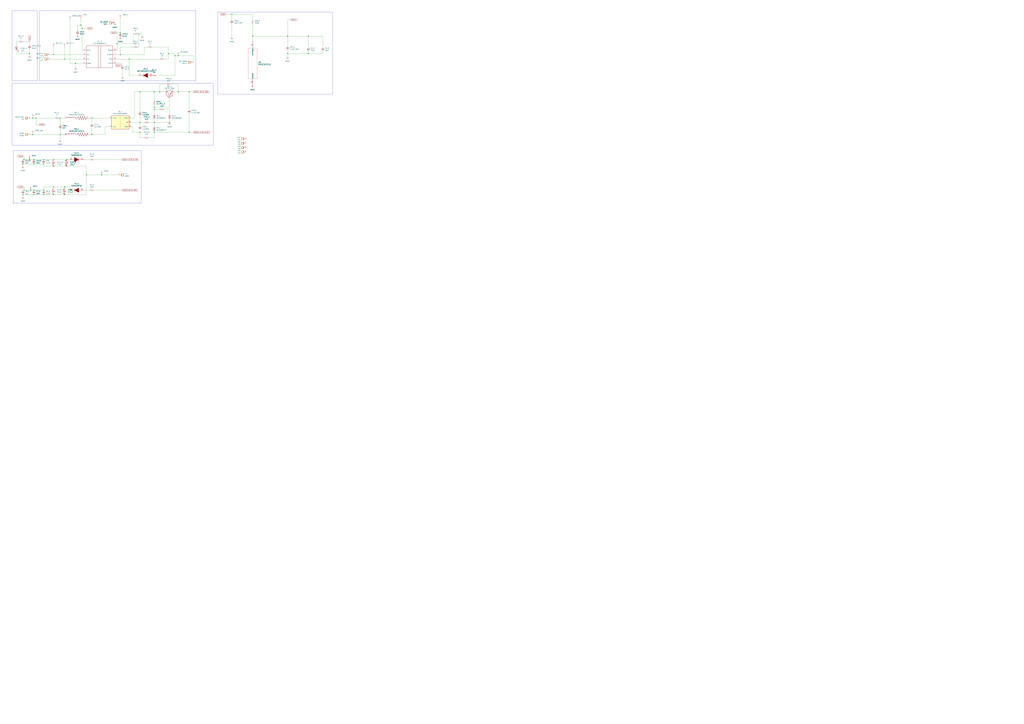
<source format=kicad_sch>
(kicad_sch (version 20230121) (generator eeschema)

  (uuid ec463146-ec82-47cc-8e63-1e8843184db0)

  (paper "A0")

  (lib_symbols
    (symbol "Library_20231208_1254:2STF1360" (pin_names (offset 0.254)) (in_bom yes) (on_board yes)
      (property "Reference" "CR" (at 10.16 2.54 0)
        (effects (font (size 1.524 1.524)))
      )
      (property "Value" "2STF1360" (at 10.16 -2.54 0)
        (effects (font (size 1.524 1.524)))
      )
      (property "Footprint" "SOT-89_STM" (at 0 0 0)
        (effects (font (size 1.27 1.27) italic) hide)
      )
      (property "Datasheet" "2STF1360" (at 0 0 0)
        (effects (font (size 1.27 1.27) italic) hide)
      )
      (property "ki_locked" "" (at 0 0 0)
        (effects (font (size 1.27 1.27)))
      )
      (property "ki_keywords" "2STF1360" (at 0 0 0)
        (effects (font (size 1.27 1.27)) hide)
      )
      (property "ki_fp_filters" "SOT-89_STM SOT-89_STM-M SOT-89_STM-L" (at 0 0 0)
        (effects (font (size 1.27 1.27)) hide)
      )
      (symbol "2STF1360_0_1"
        (polyline
          (pts
            (xy 2.54 0)
            (xy 3.81 0)
          )
          (stroke (width 0.2032) (type default))
          (fill (type none))
        )
        (polyline
          (pts
            (xy 3.81 -2.2098)
            (xy 3.81 2.2098)
          )
          (stroke (width 0.2032) (type default))
          (fill (type none))
        )
        (polyline
          (pts
            (xy 3.81 -0.9398)
            (xy 7.62 -2.2098)
          )
          (stroke (width 0.2032) (type default))
          (fill (type none))
        )
        (polyline
          (pts
            (xy 3.81 0.9398)
            (xy 7.62 2.2098)
          )
          (stroke (width 0.2032) (type default))
          (fill (type none))
        )
        (polyline
          (pts
            (xy 7.62 -2.54)
            (xy 7.62 -2.2098)
          )
          (stroke (width 0.2032) (type default))
          (fill (type none))
        )
        (polyline
          (pts
            (xy 7.62 2.2098)
            (xy 7.62 2.54)
          )
          (stroke (width 0.2032) (type default))
          (fill (type none))
        )
        (polyline
          (pts
            (xy 5.3848 -0.9398)
            (xy 5.08 -1.905)
            (xy 6.6548 -1.905)
          )
          (stroke (width 0.0254) (type default))
          (fill (type outline))
        )
        (circle (center 5.3848 0) (radius 3.81)
          (stroke (width 0.254) (type default))
          (fill (type none))
        )
        (pin unspecified line (at 0 0 0) (length 2.54)
          (name "" (effects (font (size 1.27 1.27))))
          (number "1" (effects (font (size 1.27 1.27))))
        )
        (pin unspecified line (at 7.62 5.08 270) (length 2.54)
          (name "" (effects (font (size 1.27 1.27))))
          (number "2" (effects (font (size 1.27 1.27))))
        )
        (pin unspecified line (at 7.62 -5.08 90) (length 2.54)
          (name "" (effects (font (size 1.27 1.27))))
          (number "3" (effects (font (size 1.27 1.27))))
        )
      )
    )
    (symbol "Library_20231208_1254:BAT165E6327HTSA1" (pin_names (offset 0.762)) (in_bom yes) (on_board yes)
      (property "Reference" "D" (at 11.43 5.08 0)
        (effects (font (size 1.27 1.27)) (justify left))
      )
      (property "Value" "BAT165E6327HTSA1" (at 11.43 2.54 0)
        (effects (font (size 1.27 1.27)) (justify left))
      )
      (property "Footprint" "SOD2513X110N" (at 11.43 0 0)
        (effects (font (size 1.27 1.27)) (justify left) hide)
      )
      (property "Datasheet" "https://www.infineon.com/dgdl/Infineon-BAT165SERIES-DS-v01_01-en.pdf?fileId=db3a304313d846880113df01f69804d6" (at 11.43 -2.54 0)
        (effects (font (size 1.27 1.27)) (justify left) hide)
      )
      (property "Description" "Infineon 40V 750mA, Diode, 2-Pin SOD-323 BAT165E6327HTSA1" (at 11.43 -5.08 0)
        (effects (font (size 1.27 1.27)) (justify left) hide)
      )
      (property "Height" "1.1" (at 11.43 -7.62 0)
        (effects (font (size 1.27 1.27)) (justify left) hide)
      )
      (property "Mouser Part Number" "726-BAT165E6327HTSA1" (at 11.43 -10.16 0)
        (effects (font (size 1.27 1.27)) (justify left) hide)
      )
      (property "Mouser Price/Stock" "https://www.mouser.co.uk/ProductDetail/Infineon-Technologies/BAT165E6327HTSA1?qs=K00xGehIljtOiGvGDAvWFg%3D%3D" (at 11.43 -12.7 0)
        (effects (font (size 1.27 1.27)) (justify left) hide)
      )
      (property "Manufacturer_Name" "Infineon" (at 11.43 -15.24 0)
        (effects (font (size 1.27 1.27)) (justify left) hide)
      )
      (property "Manufacturer_Part_Number" "BAT165E6327HTSA1" (at 11.43 -17.78 0)
        (effects (font (size 1.27 1.27)) (justify left) hide)
      )
      (property "ki_description" "Infineon 40V 750mA, Diode, 2-Pin SOD-323 BAT165E6327HTSA1" (at 0 0 0)
        (effects (font (size 1.27 1.27)) hide)
      )
      (symbol "BAT165E6327HTSA1_0_0"
        (pin passive line (at 0 0 0) (length 2.54)
          (name "~" (effects (font (size 1.27 1.27))))
          (number "1" (effects (font (size 1.27 1.27))))
        )
        (pin passive line (at 15.24 0 180) (length 2.54)
          (name "~" (effects (font (size 1.27 1.27))))
          (number "2" (effects (font (size 1.27 1.27))))
        )
      )
      (symbol "BAT165E6327HTSA1_0_1"
        (polyline
          (pts
            (xy 2.54 0)
            (xy 5.08 0)
          )
          (stroke (width 0.1524) (type solid))
          (fill (type none))
        )
        (polyline
          (pts
            (xy 5.08 2.54)
            (xy 5.08 -2.54)
          )
          (stroke (width 0.1524) (type solid))
          (fill (type none))
        )
        (polyline
          (pts
            (xy 10.16 0)
            (xy 12.7 0)
          )
          (stroke (width 0.1524) (type solid))
          (fill (type none))
        )
        (polyline
          (pts
            (xy 5.08 0)
            (xy 10.16 2.54)
            (xy 10.16 -2.54)
            (xy 5.08 0)
          )
          (stroke (width 0.254) (type solid))
          (fill (type outline))
        )
      )
    )
    (symbol "Library_20231208_1254:BLM21AG471SZ1D" (pin_names (offset 1.016)) (in_bom yes) (on_board yes)
      (property "Reference" "FL" (at -12.7044 5.0815 0)
        (effects (font (size 1.27 1.27)) (justify left bottom))
      )
      (property "Value" "BLM21AG471SZ1D" (at -12.71 -5.0866 0)
        (effects (font (size 1.27 1.27)) (justify left bottom))
      )
      (property "Footprint" "BLM21AG471SZ1D:BEADC2012X105N" (at 0 0 0)
        (effects (font (size 1.27 1.27)) (justify bottom) hide)
      )
      (property "Datasheet" "" (at 0 0 0)
        (effects (font (size 1.27 1.27)) hide)
      )
      (symbol "BLM21AG471SZ1D_0_0"
        (arc (start -10.16 0) (mid -11.43 1.2645) (end -12.7 0)
          (stroke (width 0.254) (type default))
          (fill (type none))
        )
        (arc (start -7.62 0) (mid -8.89 1.2645) (end -10.16 0)
          (stroke (width 0.254) (type default))
          (fill (type none))
        )
        (arc (start -5.08 0) (mid -6.35 1.2645) (end -7.62 0)
          (stroke (width 0.254) (type default))
          (fill (type none))
        )
        (arc (start -2.54 0) (mid -3.81 1.2645) (end -5.08 0)
          (stroke (width 0.254) (type default))
          (fill (type none))
        )
        (polyline
          (pts
            (xy 0 0)
            (xy -2.54 0)
          )
          (stroke (width 0.254) (type default))
          (fill (type none))
        )
        (polyline
          (pts
            (xy 0 0)
            (xy 0.635 1.905)
          )
          (stroke (width 0.254) (type default))
          (fill (type none))
        )
        (polyline
          (pts
            (xy 0.635 1.905)
            (xy 1.905 -1.905)
          )
          (stroke (width 0.254) (type default))
          (fill (type none))
        )
        (polyline
          (pts
            (xy 1.905 -1.905)
            (xy 3.175 1.905)
          )
          (stroke (width 0.254) (type default))
          (fill (type none))
        )
        (polyline
          (pts
            (xy 3.175 1.905)
            (xy 4.445 -1.905)
          )
          (stroke (width 0.254) (type default))
          (fill (type none))
        )
        (polyline
          (pts
            (xy 4.445 -1.905)
            (xy 5.715 1.905)
          )
          (stroke (width 0.254) (type default))
          (fill (type none))
        )
        (polyline
          (pts
            (xy 5.715 1.905)
            (xy 6.985 -1.905)
          )
          (stroke (width 0.254) (type default))
          (fill (type none))
        )
        (polyline
          (pts
            (xy 6.985 -1.905)
            (xy 8.255 1.905)
          )
          (stroke (width 0.254) (type default))
          (fill (type none))
        )
        (polyline
          (pts
            (xy 8.255 1.905)
            (xy 9.525 -1.905)
          )
          (stroke (width 0.254) (type default))
          (fill (type none))
        )
        (polyline
          (pts
            (xy 9.525 -1.905)
            (xy 10.16 0)
          )
          (stroke (width 0.254) (type default))
          (fill (type none))
        )
        (pin passive line (at -15.24 0 0) (length 2.54)
          (name "~" (effects (font (size 1.016 1.016))))
          (number "1" (effects (font (size 1.016 1.016))))
        )
        (pin passive line (at 12.7 0 180) (length 2.54)
          (name "~" (effects (font (size 1.016 1.016))))
          (number "2" (effects (font (size 1.016 1.016))))
        )
      )
    )
    (symbol "Library_20231208_1254:BZT52Bxx" (pin_numbers hide) (pin_names hide) (in_bom yes) (on_board yes)
      (property "Reference" "D" (at 0 2.54 0)
        (effects (font (size 1.27 1.27)))
      )
      (property "Value" "BZT52Bxx" (at 0 -2.54 0)
        (effects (font (size 1.27 1.27)))
      )
      (property "Footprint" "Diode_SMD:D_SOD-123F" (at 0 -4.445 0)
        (effects (font (size 1.27 1.27)) hide)
      )
      (property "Datasheet" "https://diotec.com/tl_files/diotec/files/pdf/datasheets/bzt52b2v4.pdf" (at 0 0 0)
        (effects (font (size 1.27 1.27)) hide)
      )
      (property "ki_keywords" "zener diode" (at 0 0 0)
        (effects (font (size 1.27 1.27)) hide)
      )
      (property "ki_description" "500mW Zener Diode, SOD-123F" (at 0 0 0)
        (effects (font (size 1.27 1.27)) hide)
      )
      (property "ki_fp_filters" "D?SOD?123F*" (at 0 0 0)
        (effects (font (size 1.27 1.27)) hide)
      )
      (symbol "BZT52Bxx_0_1"
        (polyline
          (pts
            (xy 1.27 0)
            (xy -1.27 0)
          )
          (stroke (width 0) (type default))
          (fill (type none))
        )
        (polyline
          (pts
            (xy -1.27 -1.27)
            (xy -1.27 1.27)
            (xy -0.762 1.27)
          )
          (stroke (width 0.254) (type default))
          (fill (type none))
        )
        (polyline
          (pts
            (xy 1.27 -1.27)
            (xy 1.27 1.27)
            (xy -1.27 0)
            (xy 1.27 -1.27)
          )
          (stroke (width 0.254) (type default))
          (fill (type none))
        )
      )
      (symbol "BZT52Bxx_1_1"
        (pin passive line (at -3.81 0 0) (length 2.54)
          (name "K" (effects (font (size 1.27 1.27))))
          (number "1" (effects (font (size 1.27 1.27))))
        )
        (pin passive line (at 3.81 0 180) (length 2.54)
          (name "A" (effects (font (size 1.27 1.27))))
          (number "2" (effects (font (size 1.27 1.27))))
        )
      )
    )
    (symbol "Library_20231208_1254:C_Small" (pin_numbers hide) (pin_names (offset 0.254) hide) (in_bom yes) (on_board yes)
      (property "Reference" "C" (at 0.254 1.778 0)
        (effects (font (size 1.27 1.27)) (justify left))
      )
      (property "Value" "C_Small" (at 0.254 -2.032 0)
        (effects (font (size 1.27 1.27)) (justify left))
      )
      (property "Footprint" "" (at 0 0 0)
        (effects (font (size 1.27 1.27)) hide)
      )
      (property "Datasheet" "~" (at 0 0 0)
        (effects (font (size 1.27 1.27)) hide)
      )
      (property "ki_keywords" "capacitor cap" (at 0 0 0)
        (effects (font (size 1.27 1.27)) hide)
      )
      (property "ki_description" "Unpolarized capacitor, small symbol" (at 0 0 0)
        (effects (font (size 1.27 1.27)) hide)
      )
      (property "ki_fp_filters" "C_*" (at 0 0 0)
        (effects (font (size 1.27 1.27)) hide)
      )
      (symbol "C_Small_0_1"
        (polyline
          (pts
            (xy -1.524 -0.508)
            (xy 1.524 -0.508)
          )
          (stroke (width 0.3302) (type default))
          (fill (type none))
        )
        (polyline
          (pts
            (xy -1.524 0.508)
            (xy 1.524 0.508)
          )
          (stroke (width 0.3048) (type default))
          (fill (type none))
        )
      )
      (symbol "C_Small_1_1"
        (pin passive line (at 0 2.54 270) (length 2.032)
          (name "~" (effects (font (size 1.27 1.27))))
          (number "1" (effects (font (size 1.27 1.27))))
        )
        (pin passive line (at 0 -2.54 90) (length 2.032)
          (name "~" (effects (font (size 1.27 1.27))))
          (number "2" (effects (font (size 1.27 1.27))))
        )
      )
    )
    (symbol "Library_20231208_1254:Conn_01x01" (pin_names (offset 1.016) hide) (in_bom yes) (on_board yes)
      (property "Reference" "J" (at 0 2.54 0)
        (effects (font (size 1.27 1.27)))
      )
      (property "Value" "Conn_01x01" (at 0 -2.54 0)
        (effects (font (size 1.27 1.27)))
      )
      (property "Footprint" "" (at 0 0 0)
        (effects (font (size 1.27 1.27)) hide)
      )
      (property "Datasheet" "~" (at 0 0 0)
        (effects (font (size 1.27 1.27)) hide)
      )
      (property "ki_keywords" "connector" (at 0 0 0)
        (effects (font (size 1.27 1.27)) hide)
      )
      (property "ki_description" "Generic connector, single row, 01x01, script generated (kicad-library-utils/schlib/autogen/connector/)" (at 0 0 0)
        (effects (font (size 1.27 1.27)) hide)
      )
      (property "ki_fp_filters" "Connector*:*_1x??_*" (at 0 0 0)
        (effects (font (size 1.27 1.27)) hide)
      )
      (symbol "Conn_01x01_1_1"
        (rectangle (start -1.27 0.127) (end 0 -0.127)
          (stroke (width 0.1524) (type default))
          (fill (type none))
        )
        (rectangle (start -1.27 1.27) (end 1.27 -1.27)
          (stroke (width 0.254) (type default))
          (fill (type background))
        )
        (pin passive line (at -5.08 0 0) (length 3.81)
          (name "Pin_1" (effects (font (size 1.27 1.27))))
          (number "1" (effects (font (size 1.27 1.27))))
        )
      )
    )
    (symbol "Library_20231208_1254:EEE-FK1H220P" (pin_names (offset 0.254)) (in_bom yes) (on_board yes)
      (property "Reference" "C" (at 3.81 3.81 0)
        (effects (font (size 1.524 1.524)))
      )
      (property "Value" "EEE-FK1H220P" (at 3.81 -3.81 0)
        (effects (font (size 1.524 1.524)))
      )
      (property "Footprint" "CAP_6.3 X 5.8_PAN" (at 0 0 0)
        (effects (font (size 1.27 1.27) italic) hide)
      )
      (property "Datasheet" "EEE-FK1H220P" (at 0 0 0)
        (effects (font (size 1.27 1.27) italic) hide)
      )
      (property "ki_locked" "" (at 0 0 0)
        (effects (font (size 1.27 1.27)))
      )
      (property "ki_keywords" "EEE-FK1H220P" (at 0 0 0)
        (effects (font (size 1.27 1.27)) hide)
      )
      (property "ki_fp_filters" "CAP_6.3 X 5.8_PAN CAP_6.3 X 5.8_PAN-M CAP_6.3 X 5.8_PAN-L" (at 0 0 0)
        (effects (font (size 1.27 1.27)) hide)
      )
      (symbol "EEE-FK1H220P_1_1"
        (polyline
          (pts
            (xy 1.5748 1.27)
            (xy 2.8448 1.27)
          )
          (stroke (width 0.2032) (type default))
          (fill (type none))
        )
        (polyline
          (pts
            (xy 2.2098 0.635)
            (xy 2.2098 1.905)
          )
          (stroke (width 0.2032) (type default))
          (fill (type none))
        )
        (polyline
          (pts
            (xy 2.54 0)
            (xy 3.4798 0)
          )
          (stroke (width 0.2032) (type default))
          (fill (type none))
        )
        (polyline
          (pts
            (xy 3.4798 -1.905)
            (xy 3.4798 1.905)
          )
          (stroke (width 0.2032) (type default))
          (fill (type none))
        )
        (polyline
          (pts
            (xy 4.1148 0)
            (xy 5.08 0)
          )
          (stroke (width 0.2032) (type default))
          (fill (type none))
        )
        (arc (start 4.7541 1.9108) (mid 4.1148 0) (end 4.7541 -1.9108)
          (stroke (width 0.254) (type default))
          (fill (type none))
        )
        (pin unspecified line (at 0 0 0) (length 2.54)
          (name "" (effects (font (size 1.27 1.27))))
          (number "1" (effects (font (size 1.27 1.27))))
        )
        (pin unspecified line (at 7.62 0 180) (length 2.54)
          (name "" (effects (font (size 1.27 1.27))))
          (number "2" (effects (font (size 1.27 1.27))))
        )
      )
      (symbol "EEE-FK1H220P_1_2"
        (polyline
          (pts
            (xy -1.905 -3.4798)
            (xy 1.905 -3.4798)
          )
          (stroke (width 0.2032) (type default))
          (fill (type none))
        )
        (polyline
          (pts
            (xy 0 -4.1148)
            (xy 0 -5.08)
          )
          (stroke (width 0.2032) (type default))
          (fill (type none))
        )
        (polyline
          (pts
            (xy 0 -2.54)
            (xy 0 -3.4798)
          )
          (stroke (width 0.2032) (type default))
          (fill (type none))
        )
        (polyline
          (pts
            (xy 0.635 -2.2098)
            (xy 1.905 -2.2098)
          )
          (stroke (width 0.2032) (type default))
          (fill (type none))
        )
        (polyline
          (pts
            (xy 1.27 -1.5748)
            (xy 1.27 -2.8448)
          )
          (stroke (width 0.2032) (type default))
          (fill (type none))
        )
        (arc (start 1.9108 -4.7541) (mid 0 -4.1148) (end -1.9108 -4.7541)
          (stroke (width 0.254) (type default))
          (fill (type none))
        )
        (pin unspecified line (at 0 -7.62 90) (length 2.54)
          (name "" (effects (font (size 1.27 1.27))))
          (number "1" (effects (font (size 1.27 1.27))))
        )
        (pin unspecified line (at 0 0 270) (length 2.54)
          (name "" (effects (font (size 1.27 1.27))))
          (number "2" (effects (font (size 1.27 1.27))))
        )
      )
    )
    (symbol "Library_20231208_1254:EEE-FK1H470XP" (pin_names (offset 0.254)) (in_bom yes) (on_board yes)
      (property "Reference" "C" (at 3.81 3.81 0)
        (effects (font (size 1.524 1.524)))
      )
      (property "Value" "EEE-FK1H470XP" (at 3.81 -3.81 0)
        (effects (font (size 1.524 1.524)))
      )
      (property "Footprint" "CAP_EEFK_D8_PAN" (at 0 0 0)
        (effects (font (size 1.27 1.27) italic) hide)
      )
      (property "Datasheet" "EEE-FK1H470XP" (at 0 0 0)
        (effects (font (size 1.27 1.27) italic) hide)
      )
      (property "ki_locked" "" (at 0 0 0)
        (effects (font (size 1.27 1.27)))
      )
      (property "ki_keywords" "EEE-FK1H470XP" (at 0 0 0)
        (effects (font (size 1.27 1.27)) hide)
      )
      (property "ki_fp_filters" "CAP_EEFK_D8_PAN CAP_EEFK_D8_PAN-M CAP_EEFK_D8_PAN-L" (at 0 0 0)
        (effects (font (size 1.27 1.27)) hide)
      )
      (symbol "EEE-FK1H470XP_1_1"
        (polyline
          (pts
            (xy 1.5748 1.27)
            (xy 2.8448 1.27)
          )
          (stroke (width 0.2032) (type default))
          (fill (type none))
        )
        (polyline
          (pts
            (xy 2.2098 0.635)
            (xy 2.2098 1.905)
          )
          (stroke (width 0.2032) (type default))
          (fill (type none))
        )
        (polyline
          (pts
            (xy 2.54 0)
            (xy 3.4798 0)
          )
          (stroke (width 0.2032) (type default))
          (fill (type none))
        )
        (polyline
          (pts
            (xy 3.4798 -1.905)
            (xy 3.4798 1.905)
          )
          (stroke (width 0.2032) (type default))
          (fill (type none))
        )
        (polyline
          (pts
            (xy 4.1148 0)
            (xy 5.08 0)
          )
          (stroke (width 0.2032) (type default))
          (fill (type none))
        )
        (arc (start 4.7541 1.9108) (mid 4.1148 0) (end 4.7541 -1.9108)
          (stroke (width 0.254) (type default))
          (fill (type none))
        )
        (pin unspecified line (at 0 0 0) (length 2.54)
          (name "" (effects (font (size 1.27 1.27))))
          (number "1" (effects (font (size 1.27 1.27))))
        )
        (pin unspecified line (at 7.62 0 180) (length 2.54)
          (name "" (effects (font (size 1.27 1.27))))
          (number "2" (effects (font (size 1.27 1.27))))
        )
      )
      (symbol "EEE-FK1H470XP_1_2"
        (polyline
          (pts
            (xy -1.905 -3.4798)
            (xy 1.905 -3.4798)
          )
          (stroke (width 0.2032) (type default))
          (fill (type none))
        )
        (polyline
          (pts
            (xy 0 -4.1148)
            (xy 0 -5.08)
          )
          (stroke (width 0.2032) (type default))
          (fill (type none))
        )
        (polyline
          (pts
            (xy 0 -2.54)
            (xy 0 -3.4798)
          )
          (stroke (width 0.2032) (type default))
          (fill (type none))
        )
        (polyline
          (pts
            (xy 0.635 -2.2098)
            (xy 1.905 -2.2098)
          )
          (stroke (width 0.2032) (type default))
          (fill (type none))
        )
        (polyline
          (pts
            (xy 1.27 -1.5748)
            (xy 1.27 -2.8448)
          )
          (stroke (width 0.2032) (type default))
          (fill (type none))
        )
        (arc (start 1.9108 -4.7541) (mid 0 -4.1148) (end -1.9108 -4.7541)
          (stroke (width 0.254) (type default))
          (fill (type none))
        )
        (pin unspecified line (at 0 -7.62 90) (length 2.54)
          (name "" (effects (font (size 1.27 1.27))))
          (number "1" (effects (font (size 1.27 1.27))))
        )
        (pin unspecified line (at 0 0 270) (length 2.54)
          (name "" (effects (font (size 1.27 1.27))))
          (number "2" (effects (font (size 1.27 1.27))))
        )
      )
    )
    (symbol "Library_20231208_1254:LED" (pin_numbers hide) (pin_names (offset 1.016) hide) (in_bom yes) (on_board yes)
      (property "Reference" "D" (at 0 2.54 0)
        (effects (font (size 1.27 1.27)))
      )
      (property "Value" "LED" (at 0 -2.54 0)
        (effects (font (size 1.27 1.27)))
      )
      (property "Footprint" "" (at 0 0 0)
        (effects (font (size 1.27 1.27)) hide)
      )
      (property "Datasheet" "~" (at 0 0 0)
        (effects (font (size 1.27 1.27)) hide)
      )
      (property "ki_keywords" "LED diode" (at 0 0 0)
        (effects (font (size 1.27 1.27)) hide)
      )
      (property "ki_description" "Light emitting diode" (at 0 0 0)
        (effects (font (size 1.27 1.27)) hide)
      )
      (property "ki_fp_filters" "LED* LED_SMD:* LED_THT:*" (at 0 0 0)
        (effects (font (size 1.27 1.27)) hide)
      )
      (symbol "LED_0_1"
        (polyline
          (pts
            (xy -1.27 -1.27)
            (xy -1.27 1.27)
          )
          (stroke (width 0.254) (type default))
          (fill (type none))
        )
        (polyline
          (pts
            (xy -1.27 0)
            (xy 1.27 0)
          )
          (stroke (width 0) (type default))
          (fill (type none))
        )
        (polyline
          (pts
            (xy 1.27 -1.27)
            (xy 1.27 1.27)
            (xy -1.27 0)
            (xy 1.27 -1.27)
          )
          (stroke (width 0.254) (type default))
          (fill (type none))
        )
        (polyline
          (pts
            (xy -3.048 -0.762)
            (xy -4.572 -2.286)
            (xy -3.81 -2.286)
            (xy -4.572 -2.286)
            (xy -4.572 -1.524)
          )
          (stroke (width 0) (type default))
          (fill (type none))
        )
        (polyline
          (pts
            (xy -1.778 -0.762)
            (xy -3.302 -2.286)
            (xy -2.54 -2.286)
            (xy -3.302 -2.286)
            (xy -3.302 -1.524)
          )
          (stroke (width 0) (type default))
          (fill (type none))
        )
      )
      (symbol "LED_1_1"
        (pin passive line (at -3.81 0 0) (length 2.54)
          (name "K" (effects (font (size 1.27 1.27))))
          (number "1" (effects (font (size 1.27 1.27))))
        )
        (pin passive line (at 3.81 0 180) (length 2.54)
          (name "A" (effects (font (size 1.27 1.27))))
          (number "2" (effects (font (size 1.27 1.27))))
        )
      )
    )
    (symbol "Library_20231208_1254:MGJ2D051509SC" (in_bom yes) (on_board yes)
      (property "Reference" "U" (at 0 11.43 0)
        (effects (font (size 1.27 1.27)))
      )
      (property "Value" "MGJ2D051509SC" (at 0 8.89 0)
        (effects (font (size 1.27 1.27)))
      )
      (property "Footprint" "Converter_DCDC:Converter_DCDC_Murata_MGJ2DxxxxxxSC_THT" (at 0 -10.16 0)
        (effects (font (size 1.27 1.27)) hide)
      )
      (property "Datasheet" "https://power.murata.com/pub/data/power/ncl/kdc_mgj2.pdf" (at -0.635 0 0)
        (effects (font (size 1.27 1.27)) hide)
      )
      (property "ki_keywords" "DC/DC converter" (at 0 0 0)
        (effects (font (size 1.27 1.27)) hide)
      )
      (property "ki_description" "5.2kVDC Isolated 2W Gate Drive, 5V Vin, +15V/-8.7V Vout" (at 0 0 0)
        (effects (font (size 1.27 1.27)) hide)
      )
      (property "ki_fp_filters" "Converter*DCDC*Murata*MGJ2DxxxxxxSC*" (at 0 0 0)
        (effects (font (size 1.27 1.27)) hide)
      )
      (symbol "MGJ2D051509SC_0_1"
        (rectangle (start -10.16 7.62) (end 10.16 -7.62)
          (stroke (width 0.254) (type default))
          (fill (type background))
        )
        (polyline
          (pts
            (xy 0 -5.08)
            (xy 0 -6.35)
          )
          (stroke (width 0) (type default))
          (fill (type none))
        )
        (polyline
          (pts
            (xy 0 -2.54)
            (xy 0 -3.81)
          )
          (stroke (width 0) (type default))
          (fill (type none))
        )
        (polyline
          (pts
            (xy 0 0)
            (xy 0 -1.27)
          )
          (stroke (width 0) (type default))
          (fill (type none))
        )
        (polyline
          (pts
            (xy 0 2.54)
            (xy 0 1.27)
          )
          (stroke (width 0) (type default))
          (fill (type none))
        )
        (polyline
          (pts
            (xy 0 5.08)
            (xy 0 3.81)
          )
          (stroke (width 0) (type default))
          (fill (type none))
        )
        (polyline
          (pts
            (xy 0 7.62)
            (xy 0 6.35)
          )
          (stroke (width 0) (type default))
          (fill (type none))
        )
      )
      (symbol "MGJ2D051509SC_1_1"
        (pin power_in line (at -12.7 5.08 0) (length 2.54)
          (name "+VIN" (effects (font (size 1.27 1.27))))
          (number "1" (effects (font (size 1.27 1.27))))
        )
        (pin power_in line (at -12.7 -5.08 0) (length 2.54)
          (name "-VIN" (effects (font (size 1.27 1.27))))
          (number "2" (effects (font (size 1.27 1.27))))
        )
        (pin power_out line (at 12.7 -5.08 180) (length 2.54)
          (name "-VOUT" (effects (font (size 1.27 1.27))))
          (number "5" (effects (font (size 1.27 1.27))))
        )
        (pin power_out line (at 12.7 0 180) (length 2.54)
          (name "0V" (effects (font (size 1.27 1.27))))
          (number "6" (effects (font (size 1.27 1.27))))
        )
        (pin power_out line (at 12.7 5.08 180) (length 2.54)
          (name "+VOUT" (effects (font (size 1.27 1.27))))
          (number "7" (effects (font (size 1.27 1.27))))
        )
      )
    )
    (symbol "Library_20231208_1254:MMSZ3V3T1G" (pin_names (offset 0.254)) (in_bom yes) (on_board yes)
      (property "Reference" "U" (at 25.4 10.16 0)
        (effects (font (size 1.524 1.524)))
      )
      (property "Value" "MMSZ3V3T1G" (at 25.4 7.62 0)
        (effects (font (size 1.524 1.524)))
      )
      (property "Footprint" "SOD-123_ONS" (at 0 0 0)
        (effects (font (size 1.27 1.27) italic) hide)
      )
      (property "Datasheet" "MMSZ3V3T1G" (at 0 0 0)
        (effects (font (size 1.27 1.27) italic) hide)
      )
      (property "ki_locked" "" (at 0 0 0)
        (effects (font (size 1.27 1.27)))
      )
      (property "ki_keywords" "MMSZ3V3T1G" (at 0 0 0)
        (effects (font (size 1.27 1.27)) hide)
      )
      (property "ki_fp_filters" "SOD-123_ONS SOD-123_ONS-M SOD-123_ONS-L" (at 0 0 0)
        (effects (font (size 1.27 1.27)) hide)
      )
      (symbol "MMSZ3V3T1G_0_1"
        (polyline
          (pts
            (xy 7.62 -5.08)
            (xy 43.18 -5.08)
          )
          (stroke (width 0.127) (type default))
          (fill (type none))
        )
        (polyline
          (pts
            (xy 7.62 5.08)
            (xy 7.62 -5.08)
          )
          (stroke (width 0.127) (type default))
          (fill (type none))
        )
        (polyline
          (pts
            (xy 43.18 -5.08)
            (xy 43.18 5.08)
          )
          (stroke (width 0.127) (type default))
          (fill (type none))
        )
        (polyline
          (pts
            (xy 43.18 5.08)
            (xy 7.62 5.08)
          )
          (stroke (width 0.127) (type default))
          (fill (type none))
        )
        (pin unspecified line (at 0 0 0) (length 7.62)
          (name "CATHODE" (effects (font (size 1.27 1.27))))
          (number "1" (effects (font (size 1.27 1.27))))
        )
        (pin unspecified line (at 50.8 0 180) (length 7.62)
          (name "ANODE" (effects (font (size 1.27 1.27))))
          (number "2" (effects (font (size 1.27 1.27))))
        )
      )
    )
    (symbol "Library_20231208_1254:R_Small_US" (pin_numbers hide) (pin_names (offset 0.254) hide) (in_bom yes) (on_board yes)
      (property "Reference" "R" (at 0.762 0.508 0)
        (effects (font (size 1.27 1.27)) (justify left))
      )
      (property "Value" "R_Small_US" (at 0.762 -1.016 0)
        (effects (font (size 1.27 1.27)) (justify left))
      )
      (property "Footprint" "" (at 0 0 0)
        (effects (font (size 1.27 1.27)) hide)
      )
      (property "Datasheet" "~" (at 0 0 0)
        (effects (font (size 1.27 1.27)) hide)
      )
      (property "ki_keywords" "r resistor" (at 0 0 0)
        (effects (font (size 1.27 1.27)) hide)
      )
      (property "ki_description" "Resistor, small US symbol" (at 0 0 0)
        (effects (font (size 1.27 1.27)) hide)
      )
      (property "ki_fp_filters" "R_*" (at 0 0 0)
        (effects (font (size 1.27 1.27)) hide)
      )
      (symbol "R_Small_US_1_1"
        (polyline
          (pts
            (xy 0 0)
            (xy 1.016 -0.381)
            (xy 0 -0.762)
            (xy -1.016 -1.143)
            (xy 0 -1.524)
          )
          (stroke (width 0) (type default))
          (fill (type none))
        )
        (polyline
          (pts
            (xy 0 1.524)
            (xy 1.016 1.143)
            (xy 0 0.762)
            (xy -1.016 0.381)
            (xy 0 0)
          )
          (stroke (width 0) (type default))
          (fill (type none))
        )
        (pin passive line (at 0 2.54 270) (length 1.016)
          (name "~" (effects (font (size 1.27 1.27))))
          (number "1" (effects (font (size 1.27 1.27))))
        )
        (pin passive line (at 0 -2.54 90) (length 1.016)
          (name "~" (effects (font (size 1.27 1.27))))
          (number "2" (effects (font (size 1.27 1.27))))
        )
      )
    )
    (symbol "Library_20231208_1254:TestPoint" (pin_numbers hide) (pin_names (offset 0.762) hide) (in_bom yes) (on_board yes)
      (property "Reference" "TP" (at 0 6.858 0)
        (effects (font (size 1.27 1.27)))
      )
      (property "Value" "TestPoint" (at 0 5.08 0)
        (effects (font (size 1.27 1.27)))
      )
      (property "Footprint" "" (at 5.08 0 0)
        (effects (font (size 1.27 1.27)) hide)
      )
      (property "Datasheet" "~" (at 5.08 0 0)
        (effects (font (size 1.27 1.27)) hide)
      )
      (property "ki_keywords" "test point tp" (at 0 0 0)
        (effects (font (size 1.27 1.27)) hide)
      )
      (property "ki_description" "test point" (at 0 0 0)
        (effects (font (size 1.27 1.27)) hide)
      )
      (property "ki_fp_filters" "Pin* Test*" (at 0 0 0)
        (effects (font (size 1.27 1.27)) hide)
      )
      (symbol "TestPoint_0_1"
        (circle (center 0 3.302) (radius 0.762)
          (stroke (width 0) (type default))
          (fill (type none))
        )
      )
      (symbol "TestPoint_1_1"
        (pin passive line (at 0 0 90) (length 2.54)
          (name "1" (effects (font (size 1.27 1.27))))
          (number "1" (effects (font (size 1.27 1.27))))
        )
      )
    )
    (symbol "Library_20231208_1254:UCC5350MCD" (pin_names (offset 0.254)) (in_bom yes) (on_board yes)
      (property "Reference" "U2" (at 0 17.78 0)
        (effects (font (size 1.524 1.524)))
      )
      (property "Value" "UCC5350MCD" (at 0 15.24 0)
        (effects (font (size 1.524 1.524)))
      )
      (property "Footprint" "footprints:D0008B_M" (at 0 0 0)
        (effects (font (size 1.27 1.27) italic) hide)
      )
      (property "Datasheet" "UCC5350MCD" (at 0 0 0)
        (effects (font (size 1.27 1.27) italic) hide)
      )
      (property "ki_locked" "" (at 0 0 0)
        (effects (font (size 1.27 1.27)))
      )
      (property "ki_keywords" "UCC5350MCD" (at 0 0 0)
        (effects (font (size 1.27 1.27)) hide)
      )
      (property "ki_fp_filters" "D0008B_N D0008B_L D0008B_M D0008B_HV" (at 0 0 0)
        (effects (font (size 1.27 1.27)) hide)
      )
      (symbol "UCC5350MCD_0_1"
        (polyline
          (pts
            (xy -15.24 -12.7)
            (xy 15.24 -12.7)
          )
          (stroke (width 0.2032) (type default))
          (fill (type none))
        )
        (polyline
          (pts
            (xy -15.24 12.7)
            (xy -15.24 -12.7)
          )
          (stroke (width 0.2032) (type default))
          (fill (type none))
        )
        (polyline
          (pts
            (xy -1.27 -12.7)
            (xy -1.27 12.7)
          )
          (stroke (width 0.2032) (type default))
          (fill (type none))
        )
        (polyline
          (pts
            (xy 1.27 -12.7)
            (xy 1.27 12.7)
          )
          (stroke (width 0.2032) (type default))
          (fill (type none))
        )
        (polyline
          (pts
            (xy 15.24 -12.7)
            (xy 15.24 12.7)
          )
          (stroke (width 0.2032) (type default))
          (fill (type none))
        )
        (polyline
          (pts
            (xy 15.24 12.7)
            (xy -15.24 12.7)
          )
          (stroke (width 0.2032) (type default))
          (fill (type none))
        )
        (pin power_in line (at -20.32 7.62 0) (length 5.08)
          (name "VCC1" (effects (font (size 1.27 1.27))))
          (number "1" (effects (font (size 1.27 1.27))))
        )
        (pin input line (at -20.32 2.54 0) (length 5.08)
          (name "IN+" (effects (font (size 1.27 1.27))))
          (number "2" (effects (font (size 1.27 1.27))))
        )
        (pin input line (at -20.32 -2.54 0) (length 5.08)
          (name "IN-" (effects (font (size 1.27 1.27))))
          (number "3" (effects (font (size 1.27 1.27))))
        )
        (pin power_in line (at -20.32 -7.62 0) (length 5.08)
          (name "GND1" (effects (font (size 1.27 1.27))))
          (number "4" (effects (font (size 1.27 1.27))))
        )
        (pin power_in line (at 20.32 -7.62 180) (length 5.08)
          (name "VCC2" (effects (font (size 1.27 1.27))))
          (number "5" (effects (font (size 1.27 1.27))))
        )
        (pin output line (at 20.32 -2.54 180) (length 5.08)
          (name "OUT" (effects (font (size 1.27 1.27))))
          (number "6" (effects (font (size 1.27 1.27))))
        )
        (pin input line (at 20.32 2.54 180) (length 5.08)
          (name "CLAMP" (effects (font (size 1.27 1.27))))
          (number "7" (effects (font (size 1.27 1.27))))
        )
      )
      (symbol "UCC5350MCD_1_1"
        (pin power_in line (at 20.32 7.62 180) (length 5.08)
          (name "GND2" (effects (font (size 1.27 1.27))))
          (number "8" (effects (font (size 1.27 1.27))))
        )
      )
    )
    (symbol "power:GND1" (power) (pin_names (offset 0)) (in_bom yes) (on_board yes)
      (property "Reference" "#PWR" (at 0 -6.35 0)
        (effects (font (size 1.27 1.27)) hide)
      )
      (property "Value" "GND1" (at 0 -3.81 0)
        (effects (font (size 1.27 1.27)))
      )
      (property "Footprint" "" (at 0 0 0)
        (effects (font (size 1.27 1.27)) hide)
      )
      (property "Datasheet" "" (at 0 0 0)
        (effects (font (size 1.27 1.27)) hide)
      )
      (property "ki_keywords" "global power" (at 0 0 0)
        (effects (font (size 1.27 1.27)) hide)
      )
      (property "ki_description" "Power symbol creates a global label with name \"GND1\" , ground" (at 0 0 0)
        (effects (font (size 1.27 1.27)) hide)
      )
      (symbol "GND1_0_1"
        (polyline
          (pts
            (xy 0 0)
            (xy 0 -1.27)
            (xy 1.27 -1.27)
            (xy 0 -2.54)
            (xy -1.27 -1.27)
            (xy 0 -1.27)
          )
          (stroke (width 0) (type default))
          (fill (type none))
        )
      )
      (symbol "GND1_1_1"
        (pin power_in line (at 0 0 270) (length 0) hide
          (name "GND1" (effects (font (size 1.27 1.27))))
          (number "1" (effects (font (size 1.27 1.27))))
        )
      )
    )
    (symbol "power:GND2" (power) (pin_names (offset 0)) (in_bom yes) (on_board yes)
      (property "Reference" "#PWR" (at 0 -6.35 0)
        (effects (font (size 1.27 1.27)) hide)
      )
      (property "Value" "GND2" (at 0 -3.81 0)
        (effects (font (size 1.27 1.27)))
      )
      (property "Footprint" "" (at 0 0 0)
        (effects (font (size 1.27 1.27)) hide)
      )
      (property "Datasheet" "" (at 0 0 0)
        (effects (font (size 1.27 1.27)) hide)
      )
      (property "ki_keywords" "global power" (at 0 0 0)
        (effects (font (size 1.27 1.27)) hide)
      )
      (property "ki_description" "Power symbol creates a global label with name \"GND2\" , ground" (at 0 0 0)
        (effects (font (size 1.27 1.27)) hide)
      )
      (symbol "GND2_0_1"
        (polyline
          (pts
            (xy 0 0)
            (xy 0 -1.27)
            (xy 1.27 -1.27)
            (xy 0 -2.54)
            (xy -1.27 -1.27)
            (xy 0 -1.27)
          )
          (stroke (width 0) (type default))
          (fill (type none))
        )
      )
      (symbol "GND2_1_1"
        (pin power_in line (at 0 0 270) (length 0) hide
          (name "GND2" (effects (font (size 1.27 1.27))))
          (number "1" (effects (font (size 1.27 1.27))))
        )
      )
    )
  )

  (junction (at 62.23 193.04) (diameter 0) (color 0 0 0 0)
    (uuid 06f34a38-55b1-419a-a22f-8ab8909ee203)
  )
  (junction (at 179.07 127) (diameter 0) (color 0 0 0 0)
    (uuid 074bb80c-a1a2-47bf-a2e9-425f5b3cd4df)
  )
  (junction (at 149.86 68.58) (diameter 0) (color 0 0 0 0)
    (uuid 0907b0d1-cac6-4b16-9f41-c87fe042867e)
  )
  (junction (at 139.7 38.1) (diameter 0) (color 0 0 0 0)
    (uuid 09094033-372b-4dfb-8c2b-0fc1f59f0764)
  )
  (junction (at 77.47 185.42) (diameter 0) (color 0 0 0 0)
    (uuid 0bce896c-d64e-4f30-b814-37a9ccae1a8a)
  )
  (junction (at 179.07 124.46) (diameter 0) (color 0 0 0 0)
    (uuid 0e604457-47d8-4a19-af0b-104d32a11080)
  )
  (junction (at 35.56 220.98) (diameter 0) (color 0 0 0 0)
    (uuid 135ab648-4679-419b-818d-e1e34627b36b)
  )
  (junction (at 87.63 73.66) (diameter 0) (color 0 0 0 0)
    (uuid 16c148d6-d1f8-4c59-8d64-bf206e5c1288)
  )
  (junction (at 38.1 137.16) (diameter 0) (color 0 0 0 0)
    (uuid 1d23babe-c945-457b-8a53-c122e4e6b47c)
  )
  (junction (at 50.8 190.5) (diameter 0) (color 0 0 0 0)
    (uuid 1d2f6970-9276-4936-bd18-32654c4fe067)
  )
  (junction (at 162.56 153.67) (diameter 0) (color 0 0 0 0)
    (uuid 25991d75-b998-4b63-89e1-97b9f9fe08d8)
  )
  (junction (at 358.14 41.91) (diameter 0) (color 0 0 0 0)
    (uuid 263bda6b-b0fc-474e-a556-82a6d75008e6)
  )
  (junction (at 74.93 217.17) (diameter 0) (color 0 0 0 0)
    (uuid 289087f4-36f9-4043-9bd2-3e569f9b9feb)
  )
  (junction (at 62.23 226.06) (diameter 0) (color 0 0 0 0)
    (uuid 2ac8d650-d97e-4d52-87fe-0b913b2d4b7b)
  )
  (junction (at 74.93 68.58) (diameter 0) (color 0 0 0 0)
    (uuid 2ff2738f-beef-48be-9544-709dfbb667cd)
  )
  (junction (at 207.01 64.77) (diameter 0) (color 0 0 0 0)
    (uuid 307d6c81-6c67-4805-8122-6f414e4c564c)
  )
  (junction (at 26.67 190.5) (diameter 0) (color 0 0 0 0)
    (uuid 384c7000-1189-4e7f-8375-337d8c3288e4)
  )
  (junction (at 26.67 226.06) (diameter 0) (color 0 0 0 0)
    (uuid 3a8e2569-405d-4633-bc29-51d923a59287)
  )
  (junction (at 185.42 106.68) (diameter 0) (color 0 0 0 0)
    (uuid 3ad3c78f-63eb-4cbd-8d8e-bc2faafbe96d)
  )
  (junction (at 195.58 62.23) (diameter 0) (color 0 0 0 0)
    (uuid 4166496f-65ad-4a54-ba27-a7c9ed5b6d3f)
  )
  (junction (at 27.94 220.98) (diameter 0) (color 0 0 0 0)
    (uuid 455fec7c-8ef5-483c-b56e-a5b7da70c257)
  )
  (junction (at 39.37 220.98) (diameter 0) (color 0 0 0 0)
    (uuid 466cc2ae-f86d-4c1b-98d1-7e2afec233c4)
  )
  (junction (at 77.47 193.04) (diameter 0) (color 0 0 0 0)
    (uuid 48aaf387-8e6e-4d32-9664-abc69c570b88)
  )
  (junction (at 135.89 50.8) (diameter 0) (color 0 0 0 0)
    (uuid 494d93d9-ef94-42cd-82d6-3ecdf07c2615)
  )
  (junction (at 162.56 142.24) (diameter 0) (color 0 0 0 0)
    (uuid 4e9221fe-1057-4689-be04-f5ebb20c32d3)
  )
  (junction (at 41.91 137.16) (diameter 0) (color 0 0 0 0)
    (uuid 5855d17c-c99f-4bcd-b9b6-da60bc43e8be)
  )
  (junction (at 34.29 185.42) (diameter 0) (color 0 0 0 0)
    (uuid 5a13b8c6-a63d-46e1-97f5-bac3a1d9932e)
  )
  (junction (at 269.24 16.51) (diameter 0) (color 0 0 0 0)
    (uuid 69e822de-6787-40fc-88a4-f9c1265e1f93)
  )
  (junction (at 27.94 185.42) (diameter 0) (color 0 0 0 0)
    (uuid 6e4d57e5-a2af-4d5d-8581-e9773ad810a2)
  )
  (junction (at 95.25 33.02) (diameter 0) (color 0 0 0 0)
    (uuid 70571807-54dc-47d1-b439-e330ac7bfd7f)
  )
  (junction (at 334.01 62.23) (diameter 0) (color 0 0 0 0)
    (uuid 78c97d95-8f0f-47a2-96d2-de9412ce5dc4)
  )
  (junction (at 50.8 185.42) (diameter 0) (color 0 0 0 0)
    (uuid 7918b37f-86f2-480f-af8b-47c6289c0527)
  )
  (junction (at 118.11 203.2) (diameter 0) (color 0 0 0 0)
    (uuid 7d44e582-1058-4ff3-9194-120c1d94eaad)
  )
  (junction (at 106.68 156.21) (diameter 0) (color 0 0 0 0)
    (uuid 7d8d2850-cf15-4d41-b10f-ad64906297ad)
  )
  (junction (at 62.23 63.5) (diameter 0) (color 0 0 0 0)
    (uuid 7e19762a-86e3-4283-aeb5-91064c0924c1)
  )
  (junction (at 293.37 41.91) (diameter 0) (color 0 0 0 0)
    (uuid 7f9381cd-a7ab-4cce-b650-0f4b7cc2f68f)
  )
  (junction (at 62.23 185.42) (diameter 0) (color 0 0 0 0)
    (uuid 8251a6af-30a4-4bca-b566-fe249b327de7)
  )
  (junction (at 219.71 106.68) (diameter 0) (color 0 0 0 0)
    (uuid 869b8000-1d2b-4507-a0e8-e943671b3bbb)
  )
  (junction (at 207.01 106.68) (diameter 0) (color 0 0 0 0)
    (uuid 874301db-06b9-4ba4-8023-3f0f4ca9bdf1)
  )
  (junction (at 106.68 137.16) (diameter 0) (color 0 0 0 0)
    (uuid 892af756-a8f0-4803-af75-e32a0eb10d06)
  )
  (junction (at 196.85 142.24) (diameter 0) (color 0 0 0 0)
    (uuid 923d5e50-09a5-4f95-be62-cb5d12146f71)
  )
  (junction (at 39.37 190.5) (diameter 0) (color 0 0 0 0)
    (uuid 93da4577-d76b-4579-959e-e5b6aa86fb7c)
  )
  (junction (at 358.14 62.23) (diameter 0) (color 0 0 0 0)
    (uuid 9737030f-0910-4763-9238-0c3a6142147c)
  )
  (junction (at 93.98 29.21) (diameter 0) (color 0 0 0 0)
    (uuid 9778a256-8ff2-4244-89a3-ab8f92a12e83)
  )
  (junction (at 50.8 220.98) (diameter 0) (color 0 0 0 0)
    (uuid 9a008f7c-0616-4698-bf57-8abf6614f4be)
  )
  (junction (at 39.37 226.06) (diameter 0) (color 0 0 0 0)
    (uuid 9b6b2db0-47e8-442c-9734-f22b3bc3f996)
  )
  (junction (at 74.93 226.06) (diameter 0) (color 0 0 0 0)
    (uuid a1eee078-0084-4972-a157-ddda49258247)
  )
  (junction (at 203.2 64.77) (diameter 0) (color 0 0 0 0)
    (uuid aea421b2-441f-4699-a478-cd801489d1dd)
  )
  (junction (at 38.1 156.21) (diameter 0) (color 0 0 0 0)
    (uuid b11c1582-e501-4496-a7f7-5cda96b6c317)
  )
  (junction (at 39.37 185.42) (diameter 0) (color 0 0 0 0)
    (uuid b28f77d9-240d-4123-95bd-1d1d224d0c29)
  )
  (junction (at 34.29 62.23) (diameter 0) (color 0 0 0 0)
    (uuid b95badb5-f6b5-429b-b458-c2566de61c12)
  )
  (junction (at 100.33 203.2) (diameter 0) (color 0 0 0 0)
    (uuid beaec97e-28dd-40f6-bb3b-1fb61926c415)
  )
  (junction (at 162.56 106.68) (diameter 0) (color 0 0 0 0)
    (uuid c5cdc1f7-b5e9-48af-9ec7-3ffcdb008217)
  )
  (junction (at 179.07 106.68) (diameter 0) (color 0 0 0 0)
    (uuid cd1119e3-4e8a-4632-85ec-6408707b49fa)
  )
  (junction (at 334.01 41.91) (diameter 0) (color 0 0 0 0)
    (uuid cd44b51d-6e09-41cc-8b8e-5c302d8ee119)
  )
  (junction (at 179.07 142.24) (diameter 0) (color 0 0 0 0)
    (uuid cf76cc2e-ced6-4762-b61f-d0a7c32803c1)
  )
  (junction (at 69.85 137.16) (diameter 0) (color 0 0 0 0)
    (uuid d345f3f9-40d2-4cc2-80f5-77c51c3876c1)
  )
  (junction (at 179.07 153.67) (diameter 0) (color 0 0 0 0)
    (uuid d505cf32-0b4b-4571-9666-b146d7fb9679)
  )
  (junction (at 219.71 153.67) (diameter 0) (color 0 0 0 0)
    (uuid de47329c-41e5-4d22-b2d9-f71a34ddd2fc)
  )
  (junction (at 62.23 217.17) (diameter 0) (color 0 0 0 0)
    (uuid e7dca89a-14db-4782-8c03-0c38ee38eabc)
  )
  (junction (at 139.7 63.5) (diameter 0) (color 0 0 0 0)
    (uuid f0f628d3-8cac-4a2b-b0fd-8f551d28bdde)
  )
  (junction (at 50.8 226.06) (diameter 0) (color 0 0 0 0)
    (uuid f35e5257-5537-4322-b533-31e12a7b748a)
  )
  (junction (at 161.29 39.37) (diameter 0) (color 0 0 0 0)
    (uuid f35e9f1c-5915-4034-ba46-15d9603fa30e)
  )
  (junction (at 69.85 156.21) (diameter 0) (color 0 0 0 0)
    (uuid f713ca67-59a7-4102-8ad7-d69bedcdb120)
  )

  (wire (pts (xy 106.68 137.16) (xy 106.68 143.51))
    (stroke (width 0) (type default))
    (uuid 03656d66-12ef-4a75-adce-f0f9115765d0)
  )
  (wire (pts (xy 162.56 142.24) (xy 167.64 142.24))
    (stroke (width 0) (type default))
    (uuid 04b2e4ce-5010-4028-b750-fc67aa227032)
  )
  (wire (pts (xy 162.56 106.68) (xy 162.56 129.54))
    (stroke (width 0) (type default))
    (uuid 07892102-7919-453c-8f47-57e8009acaf4)
  )
  (wire (pts (xy 45.72 144.78) (xy 41.91 144.78))
    (stroke (width 0) (type default))
    (uuid 07e1d8f0-5082-4395-8e9c-20c209977a19)
  )
  (wire (pts (xy 153.67 153.67) (xy 162.56 153.67))
    (stroke (width 0) (type default))
    (uuid 0ad2c633-9385-49cc-b0f8-0f4a687b2c7b)
  )
  (wire (pts (xy 179.07 124.46) (xy 179.07 121.92))
    (stroke (width 0) (type default))
    (uuid 0c940e9f-0746-463f-b01f-8bbfad5c8b1f)
  )
  (wire (pts (xy 50.8 185.42) (xy 62.23 185.42))
    (stroke (width 0) (type default))
    (uuid 0db5cef1-c79c-46d7-b86c-5ab0c9499c3d)
  )
  (wire (pts (xy 139.7 38.1) (xy 135.89 38.1))
    (stroke (width 0) (type default))
    (uuid 0f714949-9085-4bf6-b1b1-ba51bd947c3c)
  )
  (wire (pts (xy 27.94 217.17) (xy 26.67 217.17))
    (stroke (width 0) (type default))
    (uuid 1232f14b-d691-415e-b96c-06e92eb3cad2)
  )
  (wire (pts (xy 38.1 137.16) (xy 35.56 137.16))
    (stroke (width 0) (type default))
    (uuid 1322e7a7-b33c-42a3-9452-4771ff368388)
  )
  (wire (pts (xy 27.94 217.17) (xy 27.94 220.98))
    (stroke (width 0) (type default))
    (uuid 13bb16ef-b517-47cd-a055-4af9c483b0d6)
  )
  (wire (pts (xy 50.8 217.17) (xy 50.8 220.98))
    (stroke (width 0) (type default))
    (uuid 13c3eeb3-ed2c-4b17-90a9-08d8fe5242c0)
  )
  (wire (pts (xy 179.07 160.02) (xy 179.07 153.67))
    (stroke (width 0) (type default))
    (uuid 150119b5-f6a8-4fdc-94d0-36a97af86c43)
  )
  (wire (pts (xy 201.93 106.68) (xy 207.01 106.68))
    (stroke (width 0) (type default))
    (uuid 15e400d5-5a5b-4bd2-a53b-5264ecc64821)
  )
  (wire (pts (xy 172.72 160.02) (xy 179.07 160.02))
    (stroke (width 0) (type default))
    (uuid 160b82a7-27c7-4a4d-9371-3fb4c240eb6d)
  )
  (wire (pts (xy 374.65 59.69) (xy 374.65 62.23))
    (stroke (width 0) (type default))
    (uuid 17fa7d55-b2be-4293-953c-b8e45e0b084d)
  )
  (wire (pts (xy 358.14 59.69) (xy 358.14 62.23))
    (stroke (width 0) (type default))
    (uuid 1897356d-ee03-4608-a871-517c71d18596)
  )
  (wire (pts (xy 93.98 29.21) (xy 93.98 30.48))
    (stroke (width 0) (type default))
    (uuid 18dabac5-243f-406c-aa86-321807583824)
  )
  (wire (pts (xy 26.67 190.5) (xy 39.37 190.5))
    (stroke (width 0) (type default))
    (uuid 18e6416c-4d3e-433f-ad5b-2babf140d65c)
  )
  (wire (pts (xy 179.07 139.7) (xy 179.07 142.24))
    (stroke (width 0) (type default))
    (uuid 1919b782-0cca-401b-83c6-2e8a10d28b5b)
  )
  (wire (pts (xy 293.37 41.91) (xy 334.01 41.91))
    (stroke (width 0) (type default))
    (uuid 1a2f7fb9-c32f-4e8e-8979-6aa648420323)
  )
  (wire (pts (xy 185.42 97.79) (xy 185.42 106.68))
    (stroke (width 0) (type default))
    (uuid 1c4a79e4-9071-40f0-b89c-032fab600578)
  )
  (wire (pts (xy 203.2 64.77) (xy 203.2 62.23))
    (stroke (width 0) (type default))
    (uuid 1c8ad3d0-ca27-4493-ae19-d3032f467520)
  )
  (wire (pts (xy 219.71 132.08) (xy 219.71 153.67))
    (stroke (width 0) (type default))
    (uuid 1e48a1d8-1313-4b6c-9301-8473344de8c2)
  )
  (wire (pts (xy 109.22 185.42) (xy 140.97 185.42))
    (stroke (width 0) (type default))
    (uuid 1e754a1e-56fa-4aaf-b64c-75e1a5222188)
  )
  (wire (pts (xy 102.87 156.21) (xy 106.68 156.21))
    (stroke (width 0) (type default))
    (uuid 1fa9e8e5-56cd-4ccb-a33b-67c8da4ee34a)
  )
  (wire (pts (xy 41.91 144.78) (xy 41.91 137.16))
    (stroke (width 0) (type default))
    (uuid 213dc294-b666-4010-bfa1-749d908471d1)
  )
  (wire (pts (xy 19.05 59.69) (xy 19.05 62.23))
    (stroke (width 0) (type default))
    (uuid 220c82a1-480c-4d22-8022-7258d6f8b16c)
  )
  (wire (pts (xy 106.68 137.16) (xy 127 137.16))
    (stroke (width 0) (type default))
    (uuid 22bea404-2ac2-4ede-879b-76b7de84314f)
  )
  (wire (pts (xy 185.42 106.68) (xy 191.77 106.68))
    (stroke (width 0) (type default))
    (uuid 241feb83-1977-47e3-b90f-7c6fe20efd67)
  )
  (wire (pts (xy 135.89 38.1) (xy 135.89 50.8))
    (stroke (width 0) (type default))
    (uuid 2452988b-d9ce-4eee-9279-f4dabd2e7d91)
  )
  (wire (pts (xy 69.85 137.16) (xy 74.93 137.16))
    (stroke (width 0) (type default))
    (uuid 250c33e4-f727-4d9d-b37e-c8f048ac1299)
  )
  (wire (pts (xy 224.79 64.77) (xy 224.79 72.39))
    (stroke (width 0) (type default))
    (uuid 2bb5b836-8302-437d-9528-44d3be5b2fa2)
  )
  (wire (pts (xy 269.24 16.51) (xy 269.24 22.86))
    (stroke (width 0) (type default))
    (uuid 2ec09020-b4e2-4b8d-918f-ae462d6f3f86)
  )
  (wire (pts (xy 106.68 156.21) (xy 106.68 148.59))
    (stroke (width 0) (type default))
    (uuid 2ecace9c-c476-4912-91fc-fa9f81de10be)
  )
  (wire (pts (xy 62.23 193.04) (xy 77.47 193.04))
    (stroke (width 0) (type default))
    (uuid 30340988-0b33-440d-bbd1-b6a5f1397d69)
  )
  (wire (pts (xy 69.85 156.21) (xy 74.93 156.21))
    (stroke (width 0) (type default))
    (uuid 31d9fe62-5f99-493b-9434-393081dfb3b5)
  )
  (wire (pts (xy 149.86 68.58) (xy 149.86 87.63))
    (stroke (width 0) (type default))
    (uuid 324d1f92-d4ea-47f1-b346-bbdd995245f6)
  )
  (wire (pts (xy 154.94 50.8) (xy 135.89 50.8))
    (stroke (width 0) (type default))
    (uuid 34251ce7-0c4b-40ea-a1b0-89c81b8c36dc)
  )
  (wire (pts (xy 203.2 64.77) (xy 207.01 64.77))
    (stroke (width 0) (type default))
    (uuid 34530e86-fc60-4ff2-995d-f04d63b44f0f)
  )
  (wire (pts (xy 100.33 203.2) (xy 100.33 193.04))
    (stroke (width 0) (type default))
    (uuid 364d8dbf-3ae2-42bd-88fa-8ec1d6d1337b)
  )
  (wire (pts (xy 74.93 217.17) (xy 74.93 218.44))
    (stroke (width 0) (type default))
    (uuid 377f09c7-85ba-42fd-a953-fd35ea2f58c6)
  )
  (wire (pts (xy 374.65 54.61) (xy 374.65 41.91))
    (stroke (width 0) (type default))
    (uuid 37802477-dce0-4db4-b71e-95fbae82b5c7)
  )
  (wire (pts (xy 95.25 30.48) (xy 95.25 33.02))
    (stroke (width 0) (type default))
    (uuid 387dcd4e-b68f-4ee4-ac35-37a77042b27f)
  )
  (wire (pts (xy 96.52 220.98) (xy 104.14 220.98))
    (stroke (width 0) (type default))
    (uuid 38be03c7-9493-4582-80f3-e6d8fac207d9)
  )
  (wire (pts (xy 160.02 54.61) (xy 161.29 54.61))
    (stroke (width 0) (type default))
    (uuid 390be61f-bd27-4617-9ff3-d80aa22ac412)
  )
  (wire (pts (xy 100.33 203.2) (xy 100.33 226.06))
    (stroke (width 0) (type default))
    (uuid 39e1348a-bdd3-42c0-8478-c63866d3856e)
  )
  (wire (pts (xy 219.71 106.68) (xy 219.71 127))
    (stroke (width 0) (type default))
    (uuid 3ace236f-68bb-456a-98fd-73ce7f3325a7)
  )
  (wire (pts (xy 74.93 68.58) (xy 95.25 68.58))
    (stroke (width 0) (type default))
    (uuid 3b705514-5293-4fb9-9e1f-94e9393bf677)
  )
  (wire (pts (xy 69.85 149.86) (xy 69.85 156.21))
    (stroke (width 0) (type default))
    (uuid 3b9b0313-6452-468c-ac0a-a006800ba544)
  )
  (wire (pts (xy 81.28 22.86) (xy 81.28 73.66))
    (stroke (width 0) (type default))
    (uuid 415cc940-2f34-4f6e-b2d0-612a7d798f38)
  )
  (wire (pts (xy 139.7 63.5) (xy 139.7 54.61))
    (stroke (width 0) (type default))
    (uuid 42b7f01d-4f9e-4ce9-8844-458d5aff7880)
  )
  (wire (pts (xy 171.45 54.61) (xy 167.64 54.61))
    (stroke (width 0) (type default))
    (uuid 4310b83e-9ccf-4f1c-a0fc-9bce4f4ea80c)
  )
  (wire (pts (xy 95.25 33.02) (xy 100.33 33.02))
    (stroke (width 0) (type default))
    (uuid 453fa884-af2a-4e9c-b6a4-8076e89e9dc8)
  )
  (wire (pts (xy 77.47 193.04) (xy 100.33 193.04))
    (stroke (width 0) (type default))
    (uuid 46c50f14-66dd-4f07-9b15-49bed7256d11)
  )
  (wire (pts (xy 102.87 137.16) (xy 106.68 137.16))
    (stroke (width 0) (type default))
    (uuid 4c13ef5b-3087-4f6c-9eba-f9492ff438fa)
  )
  (wire (pts (xy 181.61 87.63) (xy 203.2 87.63))
    (stroke (width 0) (type default))
    (uuid 4c24d149-ce8f-4fcb-90f5-083fa00785d9)
  )
  (wire (pts (xy 162.56 151.13) (xy 162.56 153.67))
    (stroke (width 0) (type default))
    (uuid 4dc6e33e-1709-488f-a287-39bdbade3692)
  )
  (wire (pts (xy 87.63 73.66) (xy 81.28 73.66))
    (stroke (width 0) (type default))
    (uuid 4e2f9083-8195-4b2a-b6ed-35bf54400ef1)
  )
  (wire (pts (xy 19.05 62.23) (xy 34.29 62.23))
    (stroke (width 0) (type default))
    (uuid 4faefd3f-62db-497d-ac20-a9d0e5989233)
  )
  (wire (pts (xy 149.86 68.58) (xy 135.89 68.58))
    (stroke (width 0) (type default))
    (uuid 519f2a70-1115-417e-b751-15c7508fb39d)
  )
  (wire (pts (xy 50.8 226.06) (xy 62.23 226.06))
    (stroke (width 0) (type default))
    (uuid 522ff68e-d716-4b5b-93f8-f5e77df34d47)
  )
  (wire (pts (xy 68.58 137.16) (xy 69.85 137.16))
    (stroke (width 0) (type default))
    (uuid 528da2a8-3853-4895-914d-8ee178421670)
  )
  (wire (pts (xy 185.42 68.58) (xy 149.86 68.58))
    (stroke (width 0) (type default))
    (uuid 545d55f9-7256-4cc0-8268-a87a908d72e1)
  )
  (wire (pts (xy 74.93 226.06) (xy 100.33 226.06))
    (stroke (width 0) (type default))
    (uuid 58abd718-65d4-44a8-bfe6-4041f51e036b)
  )
  (wire (pts (xy 196.85 124.46) (xy 179.07 124.46))
    (stroke (width 0) (type default))
    (uuid 596e7c41-f921-49f1-810a-4be703f65628)
  )
  (wire (pts (xy 100.33 203.2) (xy 118.11 203.2))
    (stroke (width 0) (type default))
    (uuid 5a01798a-3087-4dea-bdba-b4c029b6e221)
  )
  (wire (pts (xy 39.37 190.5) (xy 50.8 190.5))
    (stroke (width 0) (type default))
    (uuid 5a62b639-7834-4ade-99d5-b680ab72c547)
  )
  (wire (pts (xy 26.67 226.06) (xy 39.37 226.06))
    (stroke (width 0) (type default))
    (uuid 5c2f09d6-e4cf-46e5-a132-4d6a72dd2de1)
  )
  (wire (pts (xy 269.24 27.94) (xy 269.24 43.18))
    (stroke (width 0) (type default))
    (uuid 5c8d5279-e9ec-4cb2-a730-2cc20b82f015)
  )
  (wire (pts (xy 334.01 62.23) (xy 358.14 62.23))
    (stroke (width 0) (type default))
    (uuid 5ca6d4a0-22cf-4914-a000-fa0b0ee7284b)
  )
  (wire (pts (xy 162.56 134.62) (xy 162.56 142.24))
    (stroke (width 0) (type default))
    (uuid 5dfb1a7e-e6f0-4474-94ac-429ef8582675)
  )
  (wire (pts (xy 179.07 127) (xy 179.07 132.08))
    (stroke (width 0) (type default))
    (uuid 6310aac6-7827-45b9-a78f-990b9c3162cd)
  )
  (wire (pts (xy 167.64 63.5) (xy 139.7 63.5))
    (stroke (width 0) (type default))
    (uuid 63ebd964-758f-4015-8957-78727d9ba703)
  )
  (wire (pts (xy 139.7 54.61) (xy 154.94 54.61))
    (stroke (width 0) (type default))
    (uuid 64efcf2a-7682-43f4-97c7-f1aea2b2e951)
  )
  (wire (pts (xy 34.29 185.42) (xy 39.37 185.42))
    (stroke (width 0) (type default))
    (uuid 66df24af-0358-4702-b2a0-c4249b284b91)
  )
  (wire (pts (xy 19.05 48.26) (xy 19.05 52.07))
    (stroke (width 0) (type default))
    (uuid 67817af6-bb04-4344-9929-a6221d54a206)
  )
  (wire (pts (xy 219.71 153.67) (xy 224.79 153.67))
    (stroke (width 0) (type default))
    (uuid 6782906c-c3dc-4859-a507-3f8444150fb6)
  )
  (wire (pts (xy 41.91 137.16) (xy 38.1 137.16))
    (stroke (width 0) (type default))
    (uuid 681539d9-7bef-495a-bfee-4cb57729c4a7)
  )
  (wire (pts (xy 165.1 39.37) (xy 165.1 41.91))
    (stroke (width 0) (type default))
    (uuid 689d6650-7bfc-43d8-8bc4-9213f60d995e)
  )
  (wire (pts (xy 58.42 63.5) (xy 62.23 63.5))
    (stroke (width 0) (type default))
    (uuid 68db28d0-c3b2-49c1-8da2-2dbcbe3528e6)
  )
  (wire (pts (xy 38.1 156.21) (xy 69.85 156.21))
    (stroke (width 0) (type default))
    (uuid 69b99692-c49b-4707-a567-7d35ef0e07a0)
  )
  (wire (pts (xy 109.22 220.98) (xy 140.97 220.98))
    (stroke (width 0) (type default))
    (uuid 6a4fbf97-885b-49a9-aa7d-132f2852b182)
  )
  (wire (pts (xy 135.89 73.66) (xy 140.97 73.66))
    (stroke (width 0) (type default))
    (uuid 6ae556c3-4a57-4c9d-bf9b-f00a7633f8be)
  )
  (wire (pts (xy 162.56 142.24) (xy 162.56 146.05))
    (stroke (width 0) (type default))
    (uuid 6af3d7e3-640d-497e-a395-42e7dee0d235)
  )
  (wire (pts (xy 195.58 54.61) (xy 195.58 62.23))
    (stroke (width 0) (type default))
    (uuid 6f13ead2-c5f8-49d3-b720-6ca508f87fa6)
  )
  (wire (pts (xy 195.58 62.23) (xy 195.58 68.58))
    (stroke (width 0) (type default))
    (uuid 6f4cbd48-89b2-40fa-8acf-c9a8d9b57515)
  )
  (wire (pts (xy 203.2 62.23) (xy 195.58 62.23))
    (stroke (width 0) (type default))
    (uuid 708a6cd8-7954-4ead-be8f-8d5df3f65afd)
  )
  (wire (pts (xy 135.89 63.5) (xy 139.7 63.5))
    (stroke (width 0) (type default))
    (uuid 721424ca-554f-4827-b776-91b490907254)
  )
  (wire (pts (xy 96.52 185.42) (xy 104.14 185.42))
    (stroke (width 0) (type default))
    (uuid 7270e574-59b9-4f26-9986-51372013f212)
  )
  (wire (pts (xy 74.93 217.17) (xy 81.28 217.17))
    (stroke (width 0) (type default))
    (uuid 734e8023-acd6-4994-900d-cbe79c45cfe9)
  )
  (wire (pts (xy 334.01 22.86) (xy 334.01 41.91))
    (stroke (width 0) (type default))
    (uuid 75365981-0cb5-4218-a9fc-343f213a567f)
  )
  (wire (pts (xy 95.25 33.02) (xy 95.25 58.42))
    (stroke (width 0) (type default))
    (uuid 77ca4591-ede9-404e-b28b-7cd12978aeec)
  )
  (wire (pts (xy 198.12 97.79) (xy 207.01 97.79))
    (stroke (width 0) (type default))
    (uuid 7949bd64-7b28-4896-8120-6cc985f4c756)
  )
  (wire (pts (xy 162.56 160.02) (xy 162.56 153.67))
    (stroke (width 0) (type default))
    (uuid 7c359512-50c8-445f-9faa-505cf0127500)
  )
  (wire (pts (xy 140.97 73.66) (xy 140.97 76.2))
    (stroke (width 0) (type default))
    (uuid 7c9510de-4c40-459e-a7d0-3824da35be49)
  )
  (wire (pts (xy 293.37 22.86) (xy 293.37 16.51))
    (stroke (width 0) (type default))
    (uuid 7d3b7731-dd5e-4eef-9780-69a4a8d9aa3b)
  )
  (wire (pts (xy 156.21 106.68) (xy 162.56 106.68))
    (stroke (width 0) (type default))
    (uuid 7da89254-aadd-422f-a1b3-461b5d4206cf)
  )
  (wire (pts (xy 179.07 106.68) (xy 185.42 106.68))
    (stroke (width 0) (type default))
    (uuid 7f0687cf-8e2a-4460-a59d-3e108491c439)
  )
  (wire (pts (xy 139.7 21.59) (xy 139.7 38.1))
    (stroke (width 0) (type default))
    (uuid 7f52d8af-6596-4c80-8dc1-2ffc55875fde)
  )
  (wire (pts (xy 35.56 220.98) (xy 39.37 220.98))
    (stroke (width 0) (type default))
    (uuid 80375f3c-bb3a-4522-b000-1dce6b80e7ed)
  )
  (wire (pts (xy 140.97 76.2) (xy 142.24 76.2))
    (stroke (width 0) (type default))
    (uuid 8153d2a0-78c7-49b4-b821-2c903300c0ee)
  )
  (wire (pts (xy 121.92 147.32) (xy 121.92 156.21))
    (stroke (width 0) (type default))
    (uuid 839c71cf-2dca-422f-ab43-c8f006d177cd)
  )
  (wire (pts (xy 135.89 50.8) (xy 135.89 58.42))
    (stroke (width 0) (type default))
    (uuid 849fc0df-1756-41b5-bee9-bb3139d1c0d6)
  )
  (wire (pts (xy 26.67 185.42) (xy 27.94 185.42))
    (stroke (width 0) (type default))
    (uuid 8b288e6d-080b-4765-9fb1-84caf88cfc90)
  )
  (wire (pts (xy 118.11 203.2) (xy 137.16 203.2))
    (stroke (width 0) (type default))
    (uuid 8cc27190-38f4-40cb-b672-2e02190c03b6)
  )
  (wire (pts (xy 207.01 64.77) (xy 224.79 64.77))
    (stroke (width 0) (type default))
    (uuid 8dc21cbe-057c-4c79-8877-1ead1badfc9e)
  )
  (wire (pts (xy 185.42 127) (xy 179.07 127))
    (stroke (width 0) (type default))
    (uuid 9290010f-d301-4244-8dee-e0dcfb24aa6b)
  )
  (wire (pts (xy 358.14 54.61) (xy 358.14 41.91))
    (stroke (width 0) (type default))
    (uuid 9570644f-e498-4554-9161-7bb29f6ef0bb)
  )
  (wire (pts (xy 50.8 193.04) (xy 62.23 193.04))
    (stroke (width 0) (type default))
    (uuid 967e6a4a-e707-46d0-848b-b7a311ae3a60)
  )
  (wire (pts (xy 334.01 62.23) (xy 334.01 58.42))
    (stroke (width 0) (type default))
    (uuid 96c4539d-aa91-4e8a-8a67-f347842c35fb)
  )
  (wire (pts (xy 26.67 48.26) (xy 34.29 48.26))
    (stroke (width 0) (type default))
    (uuid 98a1ad45-16f1-499e-9988-8a19657399e3)
  )
  (wire (pts (xy 21.59 48.26) (xy 19.05 48.26))
    (stroke (width 0) (type default))
    (uuid 9912f9c1-9ce1-4ca9-aec7-443f93842ac2)
  )
  (wire (pts (xy 69.85 137.16) (xy 69.85 144.78))
    (stroke (width 0) (type default))
    (uuid 994c90e9-0d3c-48fe-9144-9f01004405f6)
  )
  (wire (pts (xy 358.14 41.91) (xy 334.01 41.91))
    (stroke (width 0) (type default))
    (uuid 99779a02-d746-478d-a384-8e784681d30b)
  )
  (wire (pts (xy 87.63 73.66) (xy 95.25 73.66))
    (stroke (width 0) (type default))
    (uuid 9cb54602-ff21-4480-a37d-e8e8437b604f)
  )
  (wire (pts (xy 27.94 220.98) (xy 35.56 220.98))
    (stroke (width 0) (type default))
    (uuid 9d271611-a53e-46ae-bebb-59295acfda11)
  )
  (wire (pts (xy 26.67 190.5) (xy 26.67 193.04))
    (stroke (width 0) (type default))
    (uuid 9deb2a6f-7220-4c17-bdc0-af02ffa2a968)
  )
  (wire (pts (xy 190.5 68.58) (xy 195.58 68.58))
    (stroke (width 0) (type default))
    (uuid a0183007-a5f4-4778-97cc-f4c1305c9deb)
  )
  (wire (pts (xy 39.37 226.06) (xy 50.8 226.06))
    (stroke (width 0) (type default))
    (uuid a3d265e4-909c-4536-8f82-cdaa8c82d825)
  )
  (wire (pts (xy 26.67 220.98) (xy 27.94 220.98))
    (stroke (width 0) (type default))
    (uuid a65cc3cb-543d-4c31-bbcf-68ef660437c8)
  )
  (wire (pts (xy 50.8 217.17) (xy 62.23 217.17))
    (stroke (width 0) (type default))
    (uuid a944db6c-56f6-4b54-b8a7-4eab480ae513)
  )
  (wire (pts (xy 74.93 54.61) (xy 74.93 68.58))
    (stroke (width 0) (type default))
    (uuid aa5beeda-9cc7-4480-902a-aa6fd2c9f2bd)
  )
  (wire (pts (xy 179.07 153.67) (xy 219.71 153.67))
    (stroke (width 0) (type default))
    (uuid aa91589c-85a2-4049-a91a-89c674bff705)
  )
  (wire (pts (xy 127 147.32) (xy 121.92 147.32))
    (stroke (width 0) (type default))
    (uuid ac31471f-a377-4042-98ca-d926c51e8112)
  )
  (wire (pts (xy 179.07 142.24) (xy 179.07 146.05))
    (stroke (width 0) (type default))
    (uuid ac804f93-19f7-458c-841d-e1552728d8ae)
  )
  (wire (pts (xy 121.92 156.21) (xy 106.68 156.21))
    (stroke (width 0) (type default))
    (uuid acd9cea5-7804-4682-a825-569f200c13fd)
  )
  (wire (pts (xy 62.23 217.17) (xy 74.93 217.17))
    (stroke (width 0) (type default))
    (uuid acfd6c7f-9708-4573-8ad0-b12d34f6ad34)
  )
  (wire (pts (xy 27.94 181.61) (xy 26.67 181.61))
    (stroke (width 0) (type default))
    (uuid ae49cf50-4a90-4a7f-b67c-8178b913ad68)
  )
  (wire (pts (xy 63.5 137.16) (xy 41.91 137.16))
    (stroke (width 0) (type default))
    (uuid b32bf8a8-8eb9-4d43-beca-34be64920fce)
  )
  (wire (pts (xy 334.01 53.34) (xy 334.01 41.91))
    (stroke (width 0) (type default))
    (uuid b41dc619-2a7a-43ee-816b-5cc1a52c083e)
  )
  (wire (pts (xy 179.07 106.68) (xy 179.07 116.84))
    (stroke (width 0) (type default))
    (uuid b42b1259-eb25-448f-834c-386b2dd5e286)
  )
  (wire (pts (xy 77.47 185.42) (xy 81.28 185.42))
    (stroke (width 0) (type default))
    (uuid b4a41677-7402-46cd-a171-a893989b36e7)
  )
  (wire (pts (xy 153.67 147.32) (xy 153.67 153.67))
    (stroke (width 0) (type default))
    (uuid b8110d7a-232e-4c14-ab2a-05f6b989dc30)
  )
  (wire (pts (xy 62.23 185.42) (xy 77.47 185.42))
    (stroke (width 0) (type default))
    (uuid b9136aad-cd4f-4b73-8d09-3ca1fa476106)
  )
  (wire (pts (xy 74.93 68.58) (xy 58.42 68.58))
    (stroke (width 0) (type default))
    (uuid b9917005-25c2-4519-a8df-58e2fcb33657)
  )
  (wire (pts (xy 196.85 114.3) (xy 196.85 124.46))
    (stroke (width 0) (type default))
    (uuid bc809760-3fbe-4dca-ad46-7042d8828ab7)
  )
  (wire (pts (xy 93.98 21.59) (xy 93.98 29.21))
    (stroke (width 0) (type default))
    (uuid bce3729c-f94a-4fbf-bab4-f18757c15cb9)
  )
  (wire (pts (xy 207.01 97.79) (xy 207.01 106.68))
    (stroke (width 0) (type default))
    (uuid bd2311eb-789d-4cec-8278-d56a3d8d1f01)
  )
  (wire (pts (xy 152.4 147.32) (xy 153.67 147.32))
    (stroke (width 0) (type default))
    (uuid bf23cebf-69bb-4bb9-8bae-d21e843a1022)
  )
  (wire (pts (xy 179.07 124.46) (xy 179.07 127))
    (stroke (width 0) (type default))
    (uuid bfc37c14-db2c-47fe-b74e-6697287588f7)
  )
  (wire (pts (xy 142.24 88.9) (xy 142.24 81.28))
    (stroke (width 0) (type default))
    (uuid bfdb2075-f2ec-44a2-a109-88afe496ba2d)
  )
  (wire (pts (xy 93.98 30.48) (xy 95.25 30.48))
    (stroke (width 0) (type default))
    (uuid c073d041-0ae7-4293-8315-318287e78869)
  )
  (wire (pts (xy 167.64 54.61) (xy 167.64 63.5))
    (stroke (width 0) (type default))
    (uuid c0a7c12c-2a81-4179-8b6a-c60dc2086d74)
  )
  (wire (pts (xy 193.04 97.79) (xy 185.42 97.79))
    (stroke (width 0) (type default))
    (uuid c1478589-83aa-42b4-b983-6cfcb23c6c9a)
  )
  (wire (pts (xy 90.17 29.21) (xy 90.17 35.56))
    (stroke (width 0) (type default))
    (uuid c55d1d05-9727-4769-85f7-7f1c1693bb45)
  )
  (wire (pts (xy 39.37 185.42) (xy 50.8 185.42))
    (stroke (width 0) (type default))
    (uuid c7636bf4-d589-4346-84ef-35dabf8b20be)
  )
  (wire (pts (xy 337.82 22.86) (xy 334.01 22.86))
    (stroke (width 0) (type default))
    (uuid cd74a1fc-363d-4b9c-8e33-6ab569266625)
  )
  (wire (pts (xy 152.4 142.24) (xy 162.56 142.24))
    (stroke (width 0) (type default))
    (uuid cdb35153-e89c-44d3-9609-28c94be0edc1)
  )
  (wire (pts (xy 293.37 16.51) (xy 269.24 16.51))
    (stroke (width 0) (type default))
    (uuid ce8b1277-5168-4c7c-acee-75185f7614f0)
  )
  (wire (pts (xy 262.89 16.51) (xy 269.24 16.51))
    (stroke (width 0) (type default))
    (uuid d08b4410-d225-43a1-a5be-2ef2622ac7f6)
  )
  (wire (pts (xy 167.64 160.02) (xy 162.56 160.02))
    (stroke (width 0) (type default))
    (uuid d0dbdb82-c06a-4e78-9d46-ed90f779be3e)
  )
  (wire (pts (xy 293.37 48.26) (xy 293.37 41.91))
    (stroke (width 0) (type default))
    (uuid d103fe36-f09f-4c15-8a4b-82f7e94c73ea)
  )
  (wire (pts (xy 34.29 48.26) (xy 34.29 52.07))
    (stroke (width 0) (type default))
    (uuid d1220304-c86a-4421-921d-4dc737f87b32)
  )
  (wire (pts (xy 196.85 132.08) (xy 196.85 127))
    (stroke (width 0) (type default))
    (uuid d1f15265-7acf-4fc6-8971-0c66b9656346)
  )
  (wire (pts (xy 219.71 106.68) (xy 224.79 106.68))
    (stroke (width 0) (type default))
    (uuid d25f5589-c044-4f59-885f-d0c19207ed69)
  )
  (wire (pts (xy 176.53 54.61) (xy 195.58 54.61))
    (stroke (width 0) (type default))
    (uuid d360c7ba-b5b5-462b-9702-b6ff96a93dd3)
  )
  (wire (pts (xy 69.85 156.21) (xy 69.85 162.56))
    (stroke (width 0) (type default))
    (uuid d3aa76e8-9da7-4081-bd47-221039c96047)
  )
  (wire (pts (xy 161.29 39.37) (xy 161.29 54.61))
    (stroke (width 0) (type default))
    (uuid d6458958-4ad4-4d35-9844-0faed4183b02)
  )
  (wire (pts (xy 35.56 156.21) (xy 38.1 156.21))
    (stroke (width 0) (type default))
    (uuid d92a1d86-3aff-4fcf-943e-c5d6439ebfc8)
  )
  (wire (pts (xy 203.2 87.63) (xy 203.2 64.77))
    (stroke (width 0) (type default))
    (uuid d961aac7-edab-4f79-b8af-0f3648c5df7b)
  )
  (wire (pts (xy 334.01 66.04) (xy 334.01 62.23))
    (stroke (width 0) (type default))
    (uuid db4e4762-0fb2-4c11-acb9-357f7c1a14ab)
  )
  (wire (pts (xy 62.23 217.17) (xy 62.23 218.44))
    (stroke (width 0) (type default))
    (uuid db4efe13-7c7c-4179-828a-a28e4b1093a2)
  )
  (wire (pts (xy 156.21 137.16) (xy 156.21 106.68))
    (stroke (width 0) (type default))
    (uuid db80cf89-dee7-4f1d-bdbc-c87eca4006c7)
  )
  (wire (pts (xy 27.94 181.61) (xy 27.94 185.42))
    (stroke (width 0) (type default))
    (uuid ddac17e8-2267-4b1c-b466-0d17d3c31600)
  )
  (wire (pts (xy 90.17 29.21) (xy 93.98 29.21))
    (stroke (width 0) (type default))
    (uuid e4303a68-99f4-49de-90a5-5f76fafd3531)
  )
  (wire (pts (xy 34.29 62.23) (xy 34.29 64.77))
    (stroke (width 0) (type default))
    (uuid e6755405-81b6-4a77-b779-d6e4c6f38e47)
  )
  (wire (pts (xy 62.23 63.5) (xy 95.25 63.5))
    (stroke (width 0) (type default))
    (uuid e6ad2f85-dd78-40d4-83db-a82f866df7fd)
  )
  (wire (pts (xy 196.85 142.24) (xy 179.07 142.24))
    (stroke (width 0) (type default))
    (uuid e7a026c8-a65c-406c-b810-90c74e0bb245)
  )
  (wire (pts (xy 26.67 226.06) (xy 26.67 228.6))
    (stroke (width 0) (type default))
    (uuid e9eca881-1d97-424f-8301-2863c7dbe197)
  )
  (wire (pts (xy 154.94 39.37) (xy 154.94 50.8))
    (stroke (width 0) (type default))
    (uuid eafcd6e9-74be-43a1-9866-023e210c2e2d)
  )
  (wire (pts (xy 172.72 142.24) (xy 179.07 142.24))
    (stroke (width 0) (type default))
    (uuid eb9d55e0-3c28-4cda-a447-e7bbed77c2c0)
  )
  (wire (pts (xy 149.86 87.63) (xy 161.29 87.63))
    (stroke (width 0) (type default))
    (uuid ebe031ed-6b3c-4587-96cc-a463db49a303)
  )
  (wire (pts (xy 152.4 137.16) (xy 156.21 137.16))
    (stroke (width 0) (type default))
    (uuid eccaf0c2-861d-4c28-a0a1-3eda7e3aa1a0)
  )
  (wire (pts (xy 50.8 193.04) (xy 50.8 190.5))
    (stroke (width 0) (type default))
    (uuid ed449a82-db72-4bb5-a8ef-7f6865f3d7a6)
  )
  (wire (pts (xy 190.5 127) (xy 196.85 127))
    (stroke (width 0) (type default))
    (uuid ed54c915-b79e-4c59-ae9c-126a904a49b7)
  )
  (wire (pts (xy 62.23 54.61) (xy 62.23 63.5))
    (stroke (width 0) (type default))
    (uuid ee35ee28-6196-471f-84f5-d3a2adada790)
  )
  (wire (pts (xy 34.29 57.15) (xy 34.29 62.23))
    (stroke (width 0) (type default))
    (uuid f07e7647-c106-422b-a5b4-d86b2dee6a22)
  )
  (wire (pts (xy 293.37 41.91) (xy 293.37 27.94))
    (stroke (width 0) (type default))
    (uuid f0cff3cd-0aae-418f-8553-959c500ee795)
  )
  (wire (pts (xy 196.85 139.7) (xy 196.85 142.24))
    (stroke (width 0) (type default))
    (uuid f13b1b8e-a9be-437a-8549-09d614616a66)
  )
  (wire (pts (xy 81.28 217.17) (xy 81.28 220.98))
    (stroke (width 0) (type default))
    (uuid f30d761f-bb9c-4db8-bfcc-1027aa70197d)
  )
  (wire (pts (xy 161.29 39.37) (xy 165.1 39.37))
    (stroke (width 0) (type default))
    (uuid f53a6c55-a963-4873-97ff-62e4ab80e065)
  )
  (wire (pts (xy 160.02 39.37) (xy 161.29 39.37))
    (stroke (width 0) (type default))
    (uuid f58f2bf4-1844-4b8b-9821-1d926fdae77a)
  )
  (wire (pts (xy 207.01 106.68) (xy 219.71 106.68))
    (stroke (width 0) (type default))
    (uuid f769abe5-0fed-46b4-8d25-3e8488273f79)
  )
  (wire (pts (xy 39.37 220.98) (xy 50.8 220.98))
    (stroke (width 0) (type default))
    (uuid f9f194ee-88c8-45c8-b487-8423d4106f45)
  )
  (wire (pts (xy 27.94 185.42) (xy 34.29 185.42))
    (stroke (width 0) (type default))
    (uuid fa592c5e-d2f3-41cc-930f-4d16af9fa290)
  )
  (wire (pts (xy 374.65 41.91) (xy 358.14 41.91))
    (stroke (width 0) (type default))
    (uuid faaf4c9a-93e1-4de3-9561-f4ae9e31dd4a)
  )
  (wire (pts (xy 87.63 73.66) (xy 87.63 78.74))
    (stroke (width 0) (type default))
    (uuid fac6ede6-a0a0-446b-b5a6-78ce4d720847)
  )
  (wire (pts (xy 358.14 62.23) (xy 374.65 62.23))
    (stroke (width 0) (type default))
    (uuid fd837f8e-7b9d-49f0-93c0-288f64871315)
  )
  (wire (pts (xy 62.23 226.06) (xy 74.93 226.06))
    (stroke (width 0) (type default))
    (uuid fe666a3c-8534-4d76-a09c-b3a2eb3be76c)
  )
  (wire (pts (xy 162.56 106.68) (xy 179.07 106.68))
    (stroke (width 0) (type default))
    (uuid ffba9374-4baa-476c-8c16-fe169aad361c)
  )

  (rectangle (start 252.73 13.97) (end 386.08 109.22)
    (stroke (width 0) (type default))
    (fill (type none))
    (uuid 39e82a2f-c698-41ac-a159-7e96a37b340c)
  )
  (rectangle (start 15.24 175.26) (end 163.83 236.22)
    (stroke (width 0) (type default))
    (fill (type none))
    (uuid 465b71cf-8dc8-46c1-9896-1f1fe4dc6927)
  )
  (rectangle (start 45.72 12.7) (end 227.33 93.98)
    (stroke (width 0) (type default))
    (fill (type none))
    (uuid 90c1ce1f-fccf-4d1d-8204-bdd5f0a9a127)
  )
  (rectangle (start 13.97 96.52) (end 247.65 168.91)
    (stroke (width 0) (type default))
    (fill (type none))
    (uuid c794a63a-aacc-44c8-91d6-36f4fccb570a)
  )
  (rectangle (start 13.97 12.7) (end 43.18 93.98)
    (stroke (width 0) (type default))
    (fill (type none))
    (uuid f05a1348-c923-4543-bf57-a7d495040e87)
  )

  (global_label "VCC1" (shape input) (at 100.33 33.02 0) (fields_autoplaced)
    (effects (font (size 1.27 1.27)) (justify left))
    (uuid 001dd21d-8fb1-482e-8335-2967c4607806)
    (property "Intersheetrefs" "${INTERSHEET_REFS}" (at 108.1533 33.02 0)
      (effects (font (size 1.27 1.27)) (justify left) hide)
    )
  )
  (global_label "VCC2" (shape output) (at 26.67 217.17 180) (fields_autoplaced)
    (effects (font (size 1.27 1.27)) (justify right))
    (uuid 096a4233-0b24-45b2-a2e5-95b4d405dfa0)
    (property "Intersheetrefs" "${INTERSHEET_REFS}" (at 18.8467 217.17 0)
      (effects (font (size 1.27 1.27)) (justify right) hide)
    )
  )
  (global_label "VCC2: 15 to 33V" (shape input) (at 140.97 220.98 0) (fields_autoplaced)
    (effects (font (size 1.27 1.27)) (justify left))
    (uuid 14ddf490-57ba-460c-bf1e-b15814b21c04)
    (property "Intersheetrefs" "${INTERSHEET_REFS}" (at 160.1022 220.98 0)
      (effects (font (size 1.27 1.27)) (justify left) hide)
    )
  )
  (global_label "VEE2:-17.5 to 0V" (shape output) (at 224.79 153.67 0) (fields_autoplaced)
    (effects (font (size 1.27 1.27)) (justify left))
    (uuid 227792b2-ea1f-44c4-8fac-7f46fe3f1b05)
    (property "Intersheetrefs" "${INTERSHEET_REFS}" (at 244.8898 153.67 0)
      (effects (font (size 1.27 1.27)) (justify left) hide)
    )
  )
  (global_label "VEE2" (shape output) (at 26.67 181.61 180) (fields_autoplaced)
    (effects (font (size 1.27 1.27)) (justify right))
    (uuid 281cc1f7-ae6a-4bae-96dd-4145a1bc46bd)
    (property "Intersheetrefs" "${INTERSHEET_REFS}" (at 19.0887 181.61 0)
      (effects (font (size 1.27 1.27)) (justify right) hide)
    )
  )
  (global_label "VCC2" (shape input) (at 140.97 76.2 180) (fields_autoplaced)
    (effects (font (size 1.27 1.27)) (justify right))
    (uuid 4b6e9176-4090-46b1-ba6d-969d8617dc38)
    (property "Intersheetrefs" "${INTERSHEET_REFS}" (at 133.1467 76.2 0)
      (effects (font (size 1.27 1.27)) (justify right) hide)
    )
  )
  (global_label "VEE2:-17.5 to 0V" (shape input) (at 140.97 185.42 0) (fields_autoplaced)
    (effects (font (size 1.27 1.27)) (justify left))
    (uuid 776933b6-72e0-449f-afb6-50a54a91c8bb)
    (property "Intersheetrefs" "${INTERSHEET_REFS}" (at 161.0698 185.42 0)
      (effects (font (size 1.27 1.27)) (justify left) hide)
    )
  )
  (global_label "VCC1" (shape input) (at 34.29 48.26 90) (fields_autoplaced)
    (effects (font (size 1.27 1.27)) (justify left))
    (uuid 80e4edb2-c457-4e9e-a6ee-089c12a6b458)
    (property "Intersheetrefs" "${INTERSHEET_REFS}" (at 34.29 40.4367 90)
      (effects (font (size 1.27 1.27)) (justify left) hide)
    )
  )
  (global_label "VEE2" (shape input) (at 135.89 38.1 180) (fields_autoplaced)
    (effects (font (size 1.27 1.27)) (justify right))
    (uuid 90074580-2b4a-4868-8948-403bb2ee293a)
    (property "Intersheetrefs" "${INTERSHEET_REFS}" (at 128.3087 38.1 0)
      (effects (font (size 1.27 1.27)) (justify right) hide)
    )
  )
  (global_label "VAUX" (shape output) (at 45.72 144.78 0) (fields_autoplaced)
    (effects (font (size 1.27 1.27)) (justify left))
    (uuid 926c6ae2-4685-48f4-8ecd-1ba2f39ca9b8)
    (property "Intersheetrefs" "${INTERSHEET_REFS}" (at 53.4224 144.78 0)
      (effects (font (size 1.27 1.27)) (justify left) hide)
    )
  )
  (global_label "VCC1" (shape output) (at 337.82 22.86 0) (fields_autoplaced)
    (effects (font (size 1.27 1.27)) (justify left))
    (uuid a302d432-0b1f-4acc-bab8-aee4fbf8ec1d)
    (property "Intersheetrefs" "${INTERSHEET_REFS}" (at 345.6433 22.86 0)
      (effects (font (size 1.27 1.27)) (justify left) hide)
    )
  )
  (global_label "VCC2: 15 to 33V" (shape output) (at 224.79 106.68 0) (fields_autoplaced)
    (effects (font (size 1.27 1.27)) (justify left))
    (uuid ca00342e-9d8a-4f2e-b882-3549417c002c)
    (property "Intersheetrefs" "${INTERSHEET_REFS}" (at 243.9222 106.68 0)
      (effects (font (size 1.27 1.27)) (justify left) hide)
    )
  )
  (global_label "VAUX" (shape input) (at 262.89 16.51 180) (fields_autoplaced)
    (effects (font (size 1.27 1.27)) (justify right))
    (uuid d1b7ce4f-f24f-4e9b-82c4-91fc279fa95b)
    (property "Intersheetrefs" "${INTERSHEET_REFS}" (at 255.1876 16.51 0)
      (effects (font (size 1.27 1.27)) (justify right) hide)
    )
  )

  (symbol (lib_id "Library_20231208_1254:TestPoint") (at 207.01 64.77 0) (unit 1)
    (in_bom yes) (on_board yes) (dnp no) (fields_autoplaced)
    (uuid 014e7532-8d29-410c-bca7-9174db0e1571)
    (property "Reference" "Q1_Gate1" (at 209.55 60.198 0)
      (effects (font (size 1.27 1.27)) (justify left))
    )
    (property "Value" "TestPoint" (at 209.55 62.738 0)
      (effects (font (size 1.27 1.27)) (justify left) hide)
    )
    (property "Footprint" "Library:TestPoint_Keystone_5019_Minature" (at 212.09 64.77 0)
      (effects (font (size 1.27 1.27)) hide)
    )
    (property "Datasheet" "~" (at 212.09 64.77 0)
      (effects (font (size 1.27 1.27)) hide)
    )
    (pin "1" (uuid 68f6e1ba-3554-47f8-8f09-6f901b62fc2f))
    (instances
      (project "UCC_50xx_driver"
        (path "/ec463146-ec82-47cc-8e63-1e8843184db0"
          (reference "Q1_Gate1") (unit 1)
        )
      )
    )
  )

  (symbol (lib_id "Library_20231208_1254:TestPoint") (at 139.7 21.59 0) (unit 1)
    (in_bom yes) (on_board yes) (dnp no) (fields_autoplaced)
    (uuid 0cd792b1-f795-4268-8a1f-d8a7c72feab2)
    (property "Reference" "TP8_3" (at 142.24 17.018 0)
      (effects (font (size 1.27 1.27)) (justify left))
    )
    (property "Value" "TestPoint" (at 142.24 19.558 0)
      (effects (font (size 1.27 1.27)) (justify left) hide)
    )
    (property "Footprint" "Library:TestPoint_Keystone_5019_Minature" (at 144.78 21.59 0)
      (effects (font (size 1.27 1.27)) hide)
    )
    (property "Datasheet" "~" (at 144.78 21.59 0)
      (effects (font (size 1.27 1.27)) hide)
    )
    (pin "1" (uuid 142d5f39-e0bf-4dcf-bfa0-96d37f31404f))
    (instances
      (project "UCC_50xx_driver"
        (path "/ec463146-ec82-47cc-8e63-1e8843184db0"
          (reference "TP8_3") (unit 1)
        )
      )
    )
  )

  (symbol (lib_id "Library_20231208_1254:C_Small") (at 374.65 57.15 0) (unit 1)
    (in_bom yes) (on_board yes) (dnp no) (fields_autoplaced)
    (uuid 0db32723-c274-4579-9a57-480a7e229a1d)
    (property "Reference" "C2_3" (at 377.19 55.8863 0)
      (effects (font (size 1.27 1.27)) (justify left))
    )
    (property "Value" "10uF" (at 377.19 58.4263 0)
      (effects (font (size 1.27 1.27)) (justify left))
    )
    (property "Footprint" "Library:C_0805_2012Metric" (at 374.65 57.15 0)
      (effects (font (size 1.27 1.27)) hide)
    )
    (property "Datasheet" "~" (at 374.65 57.15 0)
      (effects (font (size 1.27 1.27)) hide)
    )
    (pin "1" (uuid 92522430-c7f8-43c8-a691-a93517128cb5))
    (pin "2" (uuid c547d566-51db-4e95-9c62-2f86252e2355))
    (instances
      (project "UCC_50xx_driver"
        (path "/ec463146-ec82-47cc-8e63-1e8843184db0"
          (reference "C2_3") (unit 1)
        )
      )
    )
  )

  (symbol (lib_id "power:GND2") (at 26.67 228.6 0) (unit 1)
    (in_bom yes) (on_board yes) (dnp no) (fields_autoplaced)
    (uuid 0e346a9f-dfcd-4fc7-93d2-626e5a30a7ae)
    (property "Reference" "#PWR02" (at 26.67 234.95 0)
      (effects (font (size 1.27 1.27)) hide)
    )
    (property "Value" "GND2" (at 26.67 233.68 0)
      (effects (font (size 1.27 1.27)))
    )
    (property "Footprint" "" (at 26.67 228.6 0)
      (effects (font (size 1.27 1.27)) hide)
    )
    (property "Datasheet" "" (at 26.67 228.6 0)
      (effects (font (size 1.27 1.27)) hide)
    )
    (pin "1" (uuid 78e32983-1beb-4319-9d36-e494dbff16cf))
    (instances
      (project "UCC_50xx_driver"
        (path "/ec463146-ec82-47cc-8e63-1e8843184db0"
          (reference "#PWR02") (unit 1)
        )
      )
    )
  )

  (symbol (lib_id "power:GND1") (at 87.63 78.74 0) (unit 1)
    (in_bom yes) (on_board yes) (dnp no) (fields_autoplaced)
    (uuid 0e82fed9-de1b-43ad-a5f2-87d13e517df2)
    (property "Reference" "#PWR05" (at 87.63 85.09 0)
      (effects (font (size 1.27 1.27)) hide)
    )
    (property "Value" "GND1" (at 87.63 83.82 0)
      (effects (font (size 1.27 1.27)))
    )
    (property "Footprint" "" (at 87.63 78.74 0)
      (effects (font (size 1.27 1.27)) hide)
    )
    (property "Datasheet" "" (at 87.63 78.74 0)
      (effects (font (size 1.27 1.27)) hide)
    )
    (pin "1" (uuid 5a777463-ef06-4936-8ba8-2418c8ba5cdc))
    (instances
      (project "UCC_50xx_driver"
        (path "/ec463146-ec82-47cc-8e63-1e8843184db0"
          (reference "#PWR05") (unit 1)
        )
      )
    )
  )

  (symbol (lib_id "Library_20231208_1254:C_Small") (at 358.14 57.15 0) (unit 1)
    (in_bom yes) (on_board yes) (dnp no) (fields_autoplaced)
    (uuid 1084f1cd-1583-4bad-83b2-6370543b7459)
    (property "Reference" "C1_3" (at 360.68 55.8863 0)
      (effects (font (size 1.27 1.27)) (justify left))
    )
    (property "Value" "10uF" (at 360.68 58.4263 0)
      (effects (font (size 1.27 1.27)) (justify left))
    )
    (property "Footprint" "Library:C_0805_2012Metric" (at 358.14 57.15 0)
      (effects (font (size 1.27 1.27)) hide)
    )
    (property "Datasheet" "~" (at 358.14 57.15 0)
      (effects (font (size 1.27 1.27)) hide)
    )
    (pin "1" (uuid 6e124987-b4bb-4ae1-8a82-1e6e7c286df1))
    (pin "2" (uuid 94bda440-dedb-4513-a27b-c1013d778565))
    (instances
      (project "UCC_50xx_driver"
        (path "/ec463146-ec82-47cc-8e63-1e8843184db0"
          (reference "C1_3") (unit 1)
        )
      )
    )
  )

  (symbol (lib_id "Library_20231208_1254:BZT52Bxx") (at 179.07 149.86 270) (unit 1)
    (in_bom yes) (on_board yes) (dnp no) (fields_autoplaced)
    (uuid 14f8cbd7-1163-426b-8871-1620eb4b5c65)
    (property "Reference" "D6_1" (at 181.61 148.59 90)
      (effects (font (size 1.27 1.27)) (justify left))
    )
    (property "Value" "BZT52B2V7T" (at 181.61 151.13 90)
      (effects (font (size 1.27 1.27)) (justify left))
    )
    (property "Footprint" "Library:D_SOD-523" (at 174.625 149.86 0)
      (effects (font (size 1.27 1.27)) hide)
    )
    (property "Datasheet" "https://diotec.com/tl_files/diotec/files/pdf/datasheets/bzt52b2v4.pdf" (at 179.07 149.86 0)
      (effects (font (size 1.27 1.27)) hide)
    )
    (pin "1" (uuid f8483ede-9bdd-4158-a147-5766ee656105))
    (pin "2" (uuid a94e4586-d0fe-43f4-871f-04153e2010ff))
    (instances
      (project "UCC_50xx_driver"
        (path "/ec463146-ec82-47cc-8e63-1e8843184db0"
          (reference "D6_1") (unit 1)
        )
      )
    )
  )

  (symbol (lib_id "Library_20231208_1254:C_Small") (at 90.17 38.1 0) (unit 1)
    (in_bom yes) (on_board yes) (dnp no) (fields_autoplaced)
    (uuid 159a7f79-19f3-4f04-9357-b4ade420ec56)
    (property "Reference" "C3_3" (at 92.71 36.8363 0)
      (effects (font (size 1.27 1.27)) (justify left))
    )
    (property "Value" "0.1uF" (at 92.71 39.3763 0)
      (effects (font (size 1.27 1.27)) (justify left))
    )
    (property "Footprint" "Library:C_0805_2012Metric" (at 90.17 38.1 0)
      (effects (font (size 1.27 1.27)) hide)
    )
    (property "Datasheet" "~" (at 90.17 38.1 0)
      (effects (font (size 1.27 1.27)) hide)
    )
    (pin "1" (uuid 66848788-db50-408b-aa21-b61186fa42cb))
    (pin "2" (uuid 827010ca-825d-450f-b900-b286ac6f31e5))
    (instances
      (project "UCC_50xx_driver"
        (path "/ec463146-ec82-47cc-8e63-1e8843184db0"
          (reference "C3_3") (unit 1)
        )
      )
    )
  )

  (symbol (lib_id "Library_20231208_1254:TestPoint") (at 34.29 185.42 0) (unit 1)
    (in_bom yes) (on_board yes) (dnp no) (fields_autoplaced)
    (uuid 16ca866e-62b0-4b82-8fc2-e0f8b6fa527e)
    (property "Reference" "VEE2" (at 36.83 180.848 0)
      (effects (font (size 1.27 1.27)) (justify left))
    )
    (property "Value" "TestPoint" (at 36.83 183.388 0)
      (effects (font (size 1.27 1.27)) (justify left) hide)
    )
    (property "Footprint" "Library:TestPoint_Keystone_5019_Minature" (at 39.37 185.42 0)
      (effects (font (size 1.27 1.27)) hide)
    )
    (property "Datasheet" "~" (at 39.37 185.42 0)
      (effects (font (size 1.27 1.27)) hide)
    )
    (pin "1" (uuid e51b8411-08ed-457b-af13-47823081c075))
    (instances
      (project "UCC_50xx_driver"
        (path "/ec463146-ec82-47cc-8e63-1e8843184db0"
          (reference "VEE2") (unit 1)
        )
      )
    )
  )

  (symbol (lib_id "Library_20231208_1254:Conn_01x01") (at 281.94 161.29 0) (mirror y) (unit 1)
    (in_bom yes) (on_board yes) (dnp no) (fields_autoplaced)
    (uuid 1861f6e1-716c-4524-9124-7a48b1c16e66)
    (property "Reference" "TP1" (at 279.4 160.02 0)
      (effects (font (size 1.27 1.27)) (justify left))
    )
    (property "Value" "M3" (at 279.4 162.56 0)
      (effects (font (size 1.27 1.27)) (justify left))
    )
    (property "Footprint" "MountingHole:MountingHole_3.2mm_M3_Pad" (at 281.94 161.29 0)
      (effects (font (size 1.27 1.27)) hide)
    )
    (property "Datasheet" "~" (at 281.94 161.29 0)
      (effects (font (size 1.27 1.27)) hide)
    )
    (pin "1" (uuid b938d10c-ba7e-490a-87ac-3ba381ac75ce))
    (instances
      (project "UCC_50xx_driver"
        (path "/ec463146-ec82-47cc-8e63-1e8843184db0"
          (reference "TP1") (unit 1)
        )
      )
    )
  )

  (symbol (lib_id "Library_20231208_1254:R_Small_US") (at 293.37 25.4 0) (unit 1)
    (in_bom yes) (on_board yes) (dnp no) (fields_autoplaced)
    (uuid 1866c3a4-6de9-442f-bd16-cb6e8f3a7472)
    (property "Reference" "R15_1" (at 295.91 24.13 0)
      (effects (font (size 1.27 1.27)) (justify left))
    )
    (property "Value" "240R" (at 295.91 26.67 0)
      (effects (font (size 1.27 1.27)) (justify left))
    )
    (property "Footprint" "Library:C_0805_2012Metric" (at 293.37 25.4 0)
      (effects (font (size 1.27 1.27)) hide)
    )
    (property "Datasheet" "~" (at 293.37 25.4 0)
      (effects (font (size 1.27 1.27)) hide)
    )
    (pin "1" (uuid a42ed75e-55e2-4396-a72b-96267047c5d2))
    (pin "2" (uuid 42723195-d9dc-433b-b3f1-16f1419f33d5))
    (instances
      (project "UCC_50xx_driver"
        (path "/ec463146-ec82-47cc-8e63-1e8843184db0"
          (reference "R15_1") (unit 1)
        )
      )
    )
  )

  (symbol (lib_id "Library_20231208_1254:R_Small_US") (at 157.48 54.61 90) (unit 1)
    (in_bom yes) (on_board yes) (dnp no) (fields_autoplaced)
    (uuid 1bf571cc-fb23-4397-85fb-b0f3d3f682f8)
    (property "Reference" "R5_3" (at 157.48 48.26 90)
      (effects (font (size 1.27 1.27)))
    )
    (property "Value" "DNP" (at 157.48 50.8 90)
      (effects (font (size 1.27 1.27)))
    )
    (property "Footprint" "Library:C_0805_2012Metric" (at 157.48 54.61 0)
      (effects (font (size 1.27 1.27)) hide)
    )
    (property "Datasheet" "~" (at 157.48 54.61 0)
      (effects (font (size 1.27 1.27)) hide)
    )
    (pin "1" (uuid 683799fe-77d4-4ea5-ac3a-efd14d59edf1))
    (pin "2" (uuid a4619579-ca5d-41ee-b7be-b71090500eaf))
    (instances
      (project "UCC_50xx_driver"
        (path "/ec463146-ec82-47cc-8e63-1e8843184db0"
          (reference "R5_3") (unit 1)
        )
      )
    )
  )

  (symbol (lib_id "Library_20231208_1254:R_Small_US") (at 106.68 185.42 90) (unit 1)
    (in_bom yes) (on_board yes) (dnp no) (fields_autoplaced)
    (uuid 238c555b-99d6-4f60-a387-ed8080fa2abc)
    (property "Reference" "R7_3" (at 106.68 179.07 90)
      (effects (font (size 1.27 1.27)))
    )
    (property "Value" "10.0" (at 106.68 181.61 90)
      (effects (font (size 1.27 1.27)))
    )
    (property "Footprint" "Library:R_1210_3225Metric" (at 106.68 185.42 0)
      (effects (font (size 1.27 1.27)) hide)
    )
    (property "Datasheet" "~" (at 106.68 185.42 0)
      (effects (font (size 1.27 1.27)) hide)
    )
    (pin "1" (uuid 45a0736b-ae2b-4654-a229-2047a7768d07))
    (pin "2" (uuid 6dbfa5b8-2b19-4c83-874d-fb0ea975392c))
    (instances
      (project "UCC_50xx_driver"
        (path "/ec463146-ec82-47cc-8e63-1e8843184db0"
          (reference "R7_3") (unit 1)
        )
      )
    )
  )

  (symbol (lib_id "power:GND1") (at 69.85 162.56 0) (unit 1)
    (in_bom yes) (on_board yes) (dnp no) (fields_autoplaced)
    (uuid 2405d80a-fa20-4c2a-a325-7f20634f3eb3)
    (property "Reference" "#PWR03" (at 69.85 168.91 0)
      (effects (font (size 1.27 1.27)) hide)
    )
    (property "Value" "GND1" (at 69.85 167.64 0)
      (effects (font (size 1.27 1.27)))
    )
    (property "Footprint" "" (at 69.85 162.56 0)
      (effects (font (size 1.27 1.27)) hide)
    )
    (property "Datasheet" "" (at 69.85 162.56 0)
      (effects (font (size 1.27 1.27)) hide)
    )
    (pin "1" (uuid 66618f1b-e50b-41aa-b582-1c8fdef23452))
    (instances
      (project "UCC_50xx_driver"
        (path "/ec463146-ec82-47cc-8e63-1e8843184db0"
          (reference "#PWR03") (unit 1)
        )
      )
    )
  )

  (symbol (lib_id "Library_20231208_1254:TestPoint") (at 38.1 156.21 0) (unit 1)
    (in_bom yes) (on_board yes) (dnp no) (fields_autoplaced)
    (uuid 270c8f84-0cae-4558-89f2-c0547edfcf13)
    (property "Reference" "GND1_tp1" (at 40.64 151.638 0)
      (effects (font (size 1.27 1.27)) (justify left))
    )
    (property "Value" "TestPoint" (at 40.64 154.178 0)
      (effects (font (size 1.27 1.27)) (justify left) hide)
    )
    (property "Footprint" "Library:TestPoint_Keystone_5019_Minature" (at 43.18 156.21 0)
      (effects (font (size 1.27 1.27)) hide)
    )
    (property "Datasheet" "~" (at 43.18 156.21 0)
      (effects (font (size 1.27 1.27)) hide)
    )
    (pin "1" (uuid 65416a6e-a68d-4d8e-8c77-e608d43d3350))
    (instances
      (project "UCC_50xx_driver"
        (path "/ec463146-ec82-47cc-8e63-1e8843184db0"
          (reference "GND1_tp1") (unit 1)
        )
      )
    )
  )

  (symbol (lib_id "power:GND1") (at 293.37 99.06 0) (unit 1)
    (in_bom yes) (on_board yes) (dnp no) (fields_autoplaced)
    (uuid 293f7009-d9ea-408a-97f2-a1af497c1794)
    (property "Reference" "#PWR011" (at 293.37 105.41 0)
      (effects (font (size 1.27 1.27)) hide)
    )
    (property "Value" "GND1" (at 293.37 104.14 0)
      (effects (font (size 1.27 1.27)))
    )
    (property "Footprint" "" (at 293.37 99.06 0)
      (effects (font (size 1.27 1.27)) hide)
    )
    (property "Datasheet" "" (at 293.37 99.06 0)
      (effects (font (size 1.27 1.27)) hide)
    )
    (pin "1" (uuid 249ea0e4-54c5-4058-8cf8-4741e43a0a4d))
    (instances
      (project "UCC_50xx_driver"
        (path "/ec463146-ec82-47cc-8e63-1e8843184db0"
          (reference "#PWR011") (unit 1)
        )
      )
    )
  )

  (symbol (lib_id "Library_20231208_1254:Conn_01x01") (at 30.48 137.16 0) (mirror y) (unit 1)
    (in_bom yes) (on_board yes) (dnp no) (fields_autoplaced)
    (uuid 2adb0c30-280a-47e6-9a97-a1b45c8a2dbe)
    (property "Reference" "VAUX1_5V1" (at 27.94 135.89 0)
      (effects (font (size 1.27 1.27)) (justify left))
    )
    (property "Value" "5V" (at 27.94 138.43 0)
      (effects (font (size 1.27 1.27)) (justify left))
    )
    (property "Footprint" "Library:SolderWirePad_single_SMD_5x10mm" (at 30.48 137.16 0)
      (effects (font (size 1.27 1.27)) hide)
    )
    (property "Datasheet" "~" (at 30.48 137.16 0)
      (effects (font (size 1.27 1.27)) hide)
    )
    (pin "1" (uuid 48043ed1-fce6-4646-90ca-28ede5d159b2))
    (instances
      (project "UCC_50xx_driver"
        (path "/ec463146-ec82-47cc-8e63-1e8843184db0"
          (reference "VAUX1_5V1") (unit 1)
        )
      )
    )
  )

  (symbol (lib_id "Library_20231208_1254:EEE-FK1H470XP") (at 62.23 218.44 90) (mirror x) (unit 1)
    (in_bom yes) (on_board yes) (dnp no)
    (uuid 2b86f0b9-94cd-4054-909c-058824902b1f)
    (property "Reference" "C5_2" (at 66.04 223.0374 90)
      (effects (font (size 1.524 1.524)) (justify right))
    )
    (property "Value" "47uF" (at 66.04 220.4974 90)
      (effects (font (size 1.524 1.524)) (justify right))
    )
    (property "Footprint" "Library:CAP_EEFK_D8_PAN-M" (at 62.23 218.44 0)
      (effects (font (size 1.27 1.27) italic) hide)
    )
    (property "Datasheet" "EEE-FK1H470XP" (at 62.23 218.44 0)
      (effects (font (size 1.27 1.27) italic) hide)
    )
    (pin "1" (uuid 8f82b223-dd5c-438f-96b9-9aa821822c77))
    (pin "2" (uuid f74a7ce0-73c1-4dc0-a5df-fd5c78e44890))
    (instances
      (project "UCC_50xx_driver"
        (path "/ec463146-ec82-47cc-8e63-1e8843184db0"
          (reference "C5_2") (unit 1)
        )
      )
    )
  )

  (symbol (lib_id "Library_20231208_1254:MMSZ3V3T1G") (at 293.37 48.26 270) (unit 1)
    (in_bom yes) (on_board yes) (dnp no) (fields_autoplaced)
    (uuid 2cf2aade-5e63-4cae-b20c-a1217961f2da)
    (property "Reference" "U5" (at 299.72 72.39 90)
      (effects (font (size 1.524 1.524)) (justify left))
    )
    (property "Value" "MMSZ3V3T1G" (at 299.72 74.93 90)
      (effects (font (size 1.524 1.524)) (justify left))
    )
    (property "Footprint" "Library:SOD-123_ONS-M" (at 293.37 48.26 0)
      (effects (font (size 1.27 1.27) italic) hide)
    )
    (property "Datasheet" "MMSZ3V3T1G" (at 293.37 48.26 0)
      (effects (font (size 1.27 1.27) italic) hide)
    )
    (pin "1" (uuid ba761b2b-a406-47ec-b9b0-4a649cb0400f))
    (pin "2" (uuid f8494424-d1bd-4c96-9e81-8ee7680be58d))
    (instances
      (project "UCC_50xx_driver"
        (path "/ec463146-ec82-47cc-8e63-1e8843184db0"
          (reference "U5") (unit 1)
        )
      )
    )
  )

  (symbol (lib_id "Library_20231208_1254:BZT52Bxx") (at 196.85 135.89 270) (unit 1)
    (in_bom yes) (on_board yes) (dnp no) (fields_autoplaced)
    (uuid 2e098d60-9a23-4180-a196-fac6996c453b)
    (property "Reference" "D4_1" (at 199.39 134.62 90)
      (effects (font (size 1.27 1.27)) (justify left))
    )
    (property "Value" "BZT585B18T" (at 199.39 137.16 90)
      (effects (font (size 1.27 1.27)) (justify left))
    )
    (property "Footprint" "Library:D_SOD-523" (at 192.405 135.89 0)
      (effects (font (size 1.27 1.27)) hide)
    )
    (property "Datasheet" "https://diotec.com/tl_files/diotec/files/pdf/datasheets/bzt52b2v4.pdf" (at 196.85 135.89 0)
      (effects (font (size 1.27 1.27)) hide)
    )
    (pin "1" (uuid 675f0540-2cc2-4c81-becb-7b995aa03639))
    (pin "2" (uuid 5a06c7af-bb3d-4ee9-b9d2-1a832c84b00b))
    (instances
      (project "UCC_50xx_driver"
        (path "/ec463146-ec82-47cc-8e63-1e8843184db0"
          (reference "D4_1") (unit 1)
        )
      )
    )
  )

  (symbol (lib_id "Library_20231208_1254:Conn_01x01") (at 281.94 176.53 0) (mirror y) (unit 1)
    (in_bom yes) (on_board yes) (dnp no) (fields_autoplaced)
    (uuid 2f9f26f8-17d1-4433-bb18-b051f3b51cfc)
    (property "Reference" "TP4" (at 279.4 175.26 0)
      (effects (font (size 1.27 1.27)) (justify left))
    )
    (property "Value" "M3" (at 279.4 177.8 0)
      (effects (font (size 1.27 1.27)) (justify left))
    )
    (property "Footprint" "MountingHole:MountingHole_3.2mm_M3_Pad" (at 281.94 176.53 0)
      (effects (font (size 1.27 1.27)) hide)
    )
    (property "Datasheet" "~" (at 281.94 176.53 0)
      (effects (font (size 1.27 1.27)) hide)
    )
    (pin "1" (uuid 822f529c-7c9b-41c8-b518-00c225608b46))
    (instances
      (project "UCC_50xx_driver"
        (path "/ec463146-ec82-47cc-8e63-1e8843184db0"
          (reference "TP4") (unit 1)
        )
      )
    )
  )

  (symbol (lib_id "Library_20231208_1254:C_Small") (at 162.56 148.59 0) (unit 1)
    (in_bom yes) (on_board yes) (dnp no) (fields_autoplaced)
    (uuid 2fff3ff3-5a0a-4ece-8c8b-06e277bf3ab6)
    (property "Reference" "C19_1" (at 165.1 147.3263 0)
      (effects (font (size 1.27 1.27)) (justify left))
    )
    (property "Value" "1uf/50V" (at 165.1 149.8663 0)
      (effects (font (size 1.27 1.27)) (justify left))
    )
    (property "Footprint" "Library:R_0805_2012Metric" (at 162.56 148.59 0)
      (effects (font (size 1.27 1.27)) hide)
    )
    (property "Datasheet" "~" (at 162.56 148.59 0)
      (effects (font (size 1.27 1.27)) hide)
    )
    (pin "1" (uuid 907fd8a1-d07a-4121-ac0d-3c08fabc7a75))
    (pin "2" (uuid 44970745-2c9a-4aea-afa3-81b8ad01e599))
    (instances
      (project "UCC_50xx_driver"
        (path "/ec463146-ec82-47cc-8e63-1e8843184db0"
          (reference "C19_1") (unit 1)
        )
      )
    )
  )

  (symbol (lib_id "Library_20231208_1254:Conn_01x01") (at 30.48 156.21 0) (mirror y) (unit 1)
    (in_bom yes) (on_board yes) (dnp no) (fields_autoplaced)
    (uuid 31dd3c22-19b7-48b0-9a1e-1462dd20cf56)
    (property "Reference" "GND1" (at 27.94 154.94 0)
      (effects (font (size 1.27 1.27)) (justify left))
    )
    (property "Value" "GND1" (at 27.94 157.48 0)
      (effects (font (size 1.27 1.27)) (justify left))
    )
    (property "Footprint" "Library:SolderWirePad_single_SMD_5x10mm" (at 30.48 156.21 0)
      (effects (font (size 1.27 1.27)) hide)
    )
    (property "Datasheet" "~" (at 30.48 156.21 0)
      (effects (font (size 1.27 1.27)) hide)
    )
    (pin "1" (uuid 6ff32f59-2858-4268-8838-63faeb641f43))
    (instances
      (project "UCC_50xx_driver"
        (path "/ec463146-ec82-47cc-8e63-1e8843184db0"
          (reference "GND1") (unit 1)
        )
      )
    )
  )

  (symbol (lib_id "Library_20231208_1254:R_Small_US") (at 179.07 87.63 90) (unit 1)
    (in_bom yes) (on_board yes) (dnp no) (fields_autoplaced)
    (uuid 3458562e-a854-4d2a-a0c2-e9879b70e430)
    (property "Reference" "R4_3" (at 179.07 81.28 90)
      (effects (font (size 1.27 1.27)))
    )
    (property "Value" "DNI" (at 179.07 83.82 90)
      (effects (font (size 1.27 1.27)))
    )
    (property "Footprint" "Library:R_1210_3225Metric" (at 179.07 87.63 0)
      (effects (font (size 1.27 1.27)) hide)
    )
    (property "Datasheet" "~" (at 179.07 87.63 0)
      (effects (font (size 1.27 1.27)) hide)
    )
    (pin "1" (uuid e46a5be7-faf9-4c05-9076-858aab6c9e20))
    (pin "2" (uuid 43a52fa0-52f2-4757-aac2-21cf4f7105d3))
    (instances
      (project "UCC_50xx_driver"
        (path "/ec463146-ec82-47cc-8e63-1e8843184db0"
          (reference "R4_3") (unit 1)
        )
      )
    )
  )

  (symbol (lib_id "power:GND2") (at 142.24 88.9 0) (unit 1)
    (in_bom yes) (on_board yes) (dnp no) (fields_autoplaced)
    (uuid 35489484-6f2f-48ac-969c-9bd594ce5eed)
    (property "Reference" "#PWR04" (at 142.24 95.25 0)
      (effects (font (size 1.27 1.27)) hide)
    )
    (property "Value" "GND2" (at 142.24 93.98 0)
      (effects (font (size 1.27 1.27)))
    )
    (property "Footprint" "" (at 142.24 88.9 0)
      (effects (font (size 1.27 1.27)) hide)
    )
    (property "Datasheet" "" (at 142.24 88.9 0)
      (effects (font (size 1.27 1.27)) hide)
    )
    (pin "1" (uuid 339861d3-1395-4b27-91fa-ace3ff19ae16))
    (instances
      (project "UCC_50xx_driver"
        (path "/ec463146-ec82-47cc-8e63-1e8843184db0"
          (reference "#PWR04") (unit 1)
        )
      )
    )
  )

  (symbol (lib_id "power:GND2") (at 165.1 41.91 0) (unit 1)
    (in_bom yes) (on_board yes) (dnp no) (fields_autoplaced)
    (uuid 358c7886-343e-41a1-a7d7-1322dd474b33)
    (property "Reference" "#PWR07" (at 165.1 48.26 0)
      (effects (font (size 1.27 1.27)) hide)
    )
    (property "Value" "GND2" (at 165.1 46.99 0)
      (effects (font (size 1.27 1.27)))
    )
    (property "Footprint" "" (at 165.1 41.91 0)
      (effects (font (size 1.27 1.27)) hide)
    )
    (property "Datasheet" "" (at 165.1 41.91 0)
      (effects (font (size 1.27 1.27)) hide)
    )
    (pin "1" (uuid 3cc53096-33b1-40ba-a596-e0e5503e9b64))
    (instances
      (project "UCC_50xx_driver"
        (path "/ec463146-ec82-47cc-8e63-1e8843184db0"
          (reference "#PWR07") (unit 1)
        )
      )
    )
  )

  (symbol (lib_id "Library_20231208_1254:Conn_01x01") (at 142.24 203.2 0) (unit 1)
    (in_bom yes) (on_board yes) (dnp no) (fields_autoplaced)
    (uuid 3679f3d3-0139-4ccd-92e0-65fdfa27521c)
    (property "Reference" "J4" (at 144.78 201.93 0)
      (effects (font (size 1.27 1.27)) (justify left))
    )
    (property "Value" "GND2" (at 144.78 204.47 0)
      (effects (font (size 1.27 1.27)) (justify left))
    )
    (property "Footprint" "Library:SolderWirePad_single_SMD_5x10mm" (at 142.24 203.2 0)
      (effects (font (size 1.27 1.27)) hide)
    )
    (property "Datasheet" "~" (at 142.24 203.2 0)
      (effects (font (size 1.27 1.27)) hide)
    )
    (pin "1" (uuid 11d59d92-2a5c-4e23-80e2-599141603c72))
    (instances
      (project "UCC_50xx_driver"
        (path "/ec463146-ec82-47cc-8e63-1e8843184db0"
          (reference "J4") (unit 1)
        )
      )
    )
  )

  (symbol (lib_id "Library_20231208_1254:UCC5350MCD") (at 115.57 66.04 0) (unit 1)
    (in_bom yes) (on_board yes) (dnp no) (fields_autoplaced)
    (uuid 3781834f-3e9e-4feb-bf12-c0c1183a5217)
    (property "Reference" "U1_3" (at 115.57 48.26 0)
      (effects (font (size 1.524 1.524)))
    )
    (property "Value" "UCC5350MCD" (at 115.57 50.8 0)
      (effects (font (size 1.524 1.524)))
    )
    (property "Footprint" "Library:D0008B_M" (at 115.57 66.04 0)
      (effects (font (size 1.27 1.27) italic) hide)
    )
    (property "Datasheet" "UCC5350MCD" (at 115.57 66.04 0)
      (effects (font (size 1.27 1.27) italic) hide)
    )
    (pin "1" (uuid a66e73cd-428d-48c5-bebb-4545b822fed8))
    (pin "2" (uuid 984782b6-6b02-4c1c-8273-28c02c526b3c))
    (pin "3" (uuid a8711f76-11f0-4524-a0f9-b60fcd0e8d67))
    (pin "4" (uuid c28f2dc5-ae28-4339-81bc-51d362e542b3))
    (pin "5" (uuid 68973913-c80b-4da2-b90f-fd4ea7e1f8a6))
    (pin "6" (uuid 2a588b3f-8134-46f5-8be6-f32811f0f4ce))
    (pin "7" (uuid ffb9805a-60a0-40c9-ba23-4a188db3a241))
    (pin "8" (uuid 02cb4c8e-613c-4b01-8c55-19c71c488dfc))
    (instances
      (project "UCC_50xx_driver"
        (path "/ec463146-ec82-47cc-8e63-1e8843184db0"
          (reference "U1_3") (unit 1)
        )
      )
    )
  )

  (symbol (lib_id "power:GND2") (at 133.35 26.67 0) (unit 1)
    (in_bom yes) (on_board yes) (dnp no) (fields_autoplaced)
    (uuid 3d16ae79-64a0-4eb4-8589-5c01a69f778a)
    (property "Reference" "#PWR08" (at 133.35 33.02 0)
      (effects (font (size 1.27 1.27)) hide)
    )
    (property "Value" "GND2" (at 133.35 31.75 0)
      (effects (font (size 1.27 1.27)))
    )
    (property "Footprint" "" (at 133.35 26.67 0)
      (effects (font (size 1.27 1.27)) hide)
    )
    (property "Datasheet" "" (at 133.35 26.67 0)
      (effects (font (size 1.27 1.27)) hide)
    )
    (pin "1" (uuid b8a69def-2bef-41f3-b56e-1216fa7094f6))
    (instances
      (project "UCC_50xx_driver"
        (path "/ec463146-ec82-47cc-8e63-1e8843184db0"
          (reference "#PWR08") (unit 1)
        )
      )
    )
  )

  (symbol (lib_id "power:GND1") (at 334.01 66.04 0) (unit 1)
    (in_bom yes) (on_board yes) (dnp no) (fields_autoplaced)
    (uuid 40764a8c-9499-4762-98c1-03d2e86db7c9)
    (property "Reference" "#PWR012" (at 334.01 72.39 0)
      (effects (font (size 1.27 1.27)) hide)
    )
    (property "Value" "GND1" (at 334.01 71.12 0)
      (effects (font (size 1.27 1.27)))
    )
    (property "Footprint" "" (at 334.01 66.04 0)
      (effects (font (size 1.27 1.27)) hide)
    )
    (property "Datasheet" "" (at 334.01 66.04 0)
      (effects (font (size 1.27 1.27)) hide)
    )
    (pin "1" (uuid 2642005b-c9fb-48e2-b87c-a767c2885eec))
    (instances
      (project "UCC_50xx_driver"
        (path "/ec463146-ec82-47cc-8e63-1e8843184db0"
          (reference "#PWR012") (unit 1)
        )
      )
    )
  )

  (symbol (lib_id "Library_20231208_1254:R_Small_US") (at 170.18 142.24 90) (unit 1)
    (in_bom yes) (on_board yes) (dnp no) (fields_autoplaced)
    (uuid 442fda36-f38a-49f1-9740-e9b9b8a5b10c)
    (property "Reference" "JP12_3" (at 170.18 135.89 90)
      (effects (font (size 1.27 1.27)))
    )
    (property "Value" "N.M" (at 170.18 138.43 90)
      (effects (font (size 1.27 1.27)))
    )
    (property "Footprint" "Library:R_1206_3216Metric" (at 170.18 142.24 0)
      (effects (font (size 1.27 1.27)) hide)
    )
    (property "Datasheet" "~" (at 170.18 142.24 0)
      (effects (font (size 1.27 1.27)) hide)
    )
    (pin "1" (uuid 06d2507e-ee69-4235-9621-2bbad7fa17b7))
    (pin "2" (uuid e0d51c36-c6a8-43ab-8a71-f3d6bd02ddb1))
    (instances
      (project "UCC_50xx_driver"
        (path "/ec463146-ec82-47cc-8e63-1e8843184db0"
          (reference "JP12_3") (unit 1)
        )
      )
    )
  )

  (symbol (lib_id "Library_20231208_1254:TestPoint") (at 62.23 54.61 0) (unit 1)
    (in_bom yes) (on_board yes) (dnp no) (fields_autoplaced)
    (uuid 4524b921-c006-48f1-8aca-8cdd6faf1fb7)
    (property "Reference" "Q1_in+1" (at 64.77 50.038 0)
      (effects (font (size 1.27 1.27)) (justify left))
    )
    (property "Value" "TestPoint" (at 64.77 52.578 0)
      (effects (font (size 1.27 1.27)) (justify left) hide)
    )
    (property "Footprint" "Library:TestPoint_Keystone_5019_Minature" (at 67.31 54.61 0)
      (effects (font (size 1.27 1.27)) hide)
    )
    (property "Datasheet" "~" (at 67.31 54.61 0)
      (effects (font (size 1.27 1.27)) hide)
    )
    (pin "1" (uuid 45de34b4-5e42-4499-b752-d929c7853a2f))
    (instances
      (project "UCC_50xx_driver"
        (path "/ec463146-ec82-47cc-8e63-1e8843184db0"
          (reference "Q1_in+1") (unit 1)
        )
      )
    )
  )

  (symbol (lib_id "Library_20231208_1254:Conn_01x01") (at 281.94 171.45 0) (mirror y) (unit 1)
    (in_bom yes) (on_board yes) (dnp no) (fields_autoplaced)
    (uuid 46eadbb6-1d20-49d7-9b3e-bf6d9b1c75fb)
    (property "Reference" "TP3" (at 279.4 170.18 0)
      (effects (font (size 1.27 1.27)) (justify left))
    )
    (property "Value" "M3" (at 279.4 172.72 0)
      (effects (font (size 1.27 1.27)) (justify left))
    )
    (property "Footprint" "MountingHole:MountingHole_3.2mm_M3_Pad" (at 281.94 171.45 0)
      (effects (font (size 1.27 1.27)) hide)
    )
    (property "Datasheet" "~" (at 281.94 171.45 0)
      (effects (font (size 1.27 1.27)) hide)
    )
    (pin "1" (uuid bade0baa-6d1f-4496-8a55-04300de28ec0))
    (instances
      (project "UCC_50xx_driver"
        (path "/ec463146-ec82-47cc-8e63-1e8843184db0"
          (reference "TP3") (unit 1)
        )
      )
    )
  )

  (symbol (lib_id "Library_20231208_1254:BLM21AG471SZ1D") (at 90.17 137.16 0) (unit 1)
    (in_bom yes) (on_board yes) (dnp no) (fields_autoplaced)
    (uuid 47278727-2ff6-4558-96a0-3dd703ed6afd)
    (property "Reference" "FB1_1" (at 88.9 130.81 0)
      (effects (font (size 1.27 1.27)))
    )
    (property "Value" "BLM21AG471SZ1D" (at 88.9 133.35 0)
      (effects (font (size 1.27 1.27)))
    )
    (property "Footprint" "Library:BEADC2012X105N" (at 90.17 137.16 0)
      (effects (font (size 1.27 1.27)) (justify bottom) hide)
    )
    (property "Datasheet" "" (at 90.17 137.16 0)
      (effects (font (size 1.27 1.27)) hide)
    )
    (pin "1" (uuid 4c9ef330-9273-432d-9efd-25598d0ba5e2))
    (pin "2" (uuid 37ea1a9a-1e0a-4de3-8845-9a748456a9da))
    (instances
      (project "UCC_50xx_driver"
        (path "/ec463146-ec82-47cc-8e63-1e8843184db0"
          (reference "FB1_1") (unit 1)
        )
      )
    )
  )

  (symbol (lib_id "Library_20231208_1254:BLM21AG471SZ1D") (at 90.17 156.21 0) (unit 1)
    (in_bom yes) (on_board yes) (dnp no) (fields_autoplaced)
    (uuid 4b85193f-c821-42cb-a9f7-35256a3a98de)
    (property "Reference" "FB2_1" (at 88.9 149.86 0)
      (effects (font (size 1.27 1.27)))
    )
    (property "Value" "BLM21AG471SZ1D" (at 88.9 152.4 0)
      (effects (font (size 1.27 1.27)))
    )
    (property "Footprint" "Library:BEADC2012X105N" (at 90.17 156.21 0)
      (effects (font (size 1.27 1.27)) (justify bottom) hide)
    )
    (property "Datasheet" "" (at 90.17 156.21 0)
      (effects (font (size 1.27 1.27)) hide)
    )
    (pin "1" (uuid ba9912da-7b87-4e21-a9c9-5bb164eb2d5f))
    (pin "2" (uuid e8876000-2c47-43bd-9568-515dbb04d52b))
    (instances
      (project "UCC_50xx_driver"
        (path "/ec463146-ec82-47cc-8e63-1e8843184db0"
          (reference "FB2_1") (unit 1)
        )
      )
    )
  )

  (symbol (lib_id "Library_20231208_1254:R_Small_US") (at 170.18 160.02 90) (unit 1)
    (in_bom yes) (on_board yes) (dnp no) (fields_autoplaced)
    (uuid 4f6e444c-f7f4-4a2e-ba35-36509a3ff21e)
    (property "Reference" "JP13_3" (at 170.18 153.67 90)
      (effects (font (size 1.27 1.27)))
    )
    (property "Value" "N.M" (at 170.18 156.21 90)
      (effects (font (size 1.27 1.27)))
    )
    (property "Footprint" "Library:R_1206_3216Metric" (at 170.18 160.02 0)
      (effects (font (size 1.27 1.27)) hide)
    )
    (property "Datasheet" "~" (at 170.18 160.02 0)
      (effects (font (size 1.27 1.27)) hide)
    )
    (pin "1" (uuid 91574947-883e-4d4e-acf9-eb26c483179d))
    (pin "2" (uuid c5015cc1-2484-4f1b-9d2b-bfc38e8bc717))
    (instances
      (project "UCC_50xx_driver"
        (path "/ec463146-ec82-47cc-8e63-1e8843184db0"
          (reference "JP13_3") (unit 1)
        )
      )
    )
  )

  (symbol (lib_id "Library_20231208_1254:BAT165E6327HTSA1") (at 81.28 220.98 0) (unit 1)
    (in_bom yes) (on_board yes) (dnp no)
    (uuid 550b9676-3e0a-4a20-bc35-c0a439134166)
    (property "Reference" "D1_3" (at 88.9 213.36 0)
      (effects (font (size 1.27 1.27)))
    )
    (property "Value" "MURS160T3G" (at 88.9 215.9 0)
      (effects (font (size 1.27 1.27)))
    )
    (property "Footprint" "Library:SOD2513X110N" (at 92.71 220.98 0)
      (effects (font (size 1.27 1.27)) (justify left) hide)
    )
    (property "Datasheet" "https://www.infineon.com/dgdl/Infineon-BAT165SERIES-DS-v01_01-en.pdf?fileId=db3a304313d846880113df01f69804d6" (at 92.71 223.52 0)
      (effects (font (size 1.27 1.27)) (justify left) hide)
    )
    (property "Description" "Infineon 40V 750mA, Diode, 2-Pin SOD-323 BAT165E6327HTSA1" (at 92.71 226.06 0)
      (effects (font (size 1.27 1.27)) (justify left) hide)
    )
    (property "Height" "1.1" (at 92.71 228.6 0)
      (effects (font (size 1.27 1.27)) (justify left) hide)
    )
    (property "Mouser Part Number" "726-BAT165E6327HTSA1" (at 92.71 231.14 0)
      (effects (font (size 1.27 1.27)) (justify left) hide)
    )
    (property "Mouser Price/Stock" "https://www.mouser.co.uk/ProductDetail/Infineon-Technologies/BAT165E6327HTSA1?qs=K00xGehIljtOiGvGDAvWFg%3D%3D" (at 92.71 233.68 0)
      (effects (font (size 1.27 1.27)) (justify left) hide)
    )
    (property "Manufacturer_Name" "Infineon" (at 92.71 236.22 0)
      (effects (font (size 1.27 1.27)) (justify left) hide)
    )
    (property "Manufacturer_Part_Number" "BAT165E6327HTSA1" (at 92.71 238.76 0)
      (effects (font (size 1.27 1.27)) (justify left) hide)
    )
    (pin "1" (uuid e78eec11-9ae2-4db5-84dc-73a6a01ab2a7))
    (pin "2" (uuid 60c28dbf-1de2-4a90-8b91-62ecb1f91515))
    (instances
      (project "UCC_50xx_driver"
        (path "/ec463146-ec82-47cc-8e63-1e8843184db0"
          (reference "D1_3") (unit 1)
        )
      )
    )
  )

  (symbol (lib_id "Library_20231208_1254:Conn_01x01") (at 53.34 68.58 0) (mirror y) (unit 1)
    (in_bom yes) (on_board yes) (dnp no)
    (uuid 629d1012-1499-4c10-a191-ab5584b0547e)
    (property "Reference" "Q1_in-2" (at 50.8 67.31 0)
      (effects (font (size 1.27 1.27)) (justify left))
    )
    (property "Value" "IN-" (at 50.8 69.85 0)
      (effects (font (size 1.27 1.27)) (justify left))
    )
    (property "Footprint" "Library:SolderWirePad_single_SMD_5x10mm" (at 53.34 68.58 0)
      (effects (font (size 1.27 1.27)) hide)
    )
    (property "Datasheet" "~" (at 53.34 68.58 0)
      (effects (font (size 1.27 1.27)) hide)
    )
    (pin "1" (uuid 66c70bb5-801a-4fe7-b0b8-021dd83a04c0))
    (instances
      (project "UCC_50xx_driver"
        (path "/ec463146-ec82-47cc-8e63-1e8843184db0"
          (reference "Q1_in-2") (unit 1)
        )
      )
    )
  )

  (symbol (lib_id "Library_20231208_1254:C_Small") (at 50.8 223.52 0) (unit 1)
    (in_bom yes) (on_board yes) (dnp no) (fields_autoplaced)
    (uuid 634917b7-6260-491a-afa0-f08dd97ca9af)
    (property "Reference" "C6_3" (at 53.34 222.2563 0)
      (effects (font (size 1.27 1.27)) (justify left))
    )
    (property "Value" "4.7uF" (at 53.34 224.7963 0)
      (effects (font (size 1.27 1.27)) (justify left))
    )
    (property "Footprint" "Library:C_0805_2012Metric" (at 50.8 223.52 0)
      (effects (font (size 1.27 1.27)) hide)
    )
    (property "Datasheet" "~" (at 50.8 223.52 0)
      (effects (font (size 1.27 1.27)) hide)
    )
    (pin "1" (uuid ea46c662-9155-46f4-a3c4-19ae3b1cca66))
    (pin "2" (uuid 3db9d816-f1ad-431b-a776-9fea1e7df4f3))
    (instances
      (project "UCC_50xx_driver"
        (path "/ec463146-ec82-47cc-8e63-1e8843184db0"
          (reference "C6_3") (unit 1)
        )
      )
    )
  )

  (symbol (lib_id "Library_20231208_1254:TestPoint") (at 81.28 22.86 0) (unit 1)
    (in_bom yes) (on_board yes) (dnp no) (fields_autoplaced)
    (uuid 64269267-5911-4149-a73d-b663dcb4657a)
    (property "Reference" "GND1_tp2" (at 83.82 18.288 0)
      (effects (font (size 1.27 1.27)) (justify left))
    )
    (property "Value" "TestPoint" (at 83.82 20.828 0)
      (effects (font (size 1.27 1.27)) (justify left) hide)
    )
    (property "Footprint" "Library:TestPoint_Keystone_5019_Minature" (at 86.36 22.86 0)
      (effects (font (size 1.27 1.27)) hide)
    )
    (property "Datasheet" "~" (at 86.36 22.86 0)
      (effects (font (size 1.27 1.27)) hide)
    )
    (pin "1" (uuid 8bc3291a-c902-4b21-96b3-57f8e4f1ad0c))
    (instances
      (project "UCC_50xx_driver"
        (path "/ec463146-ec82-47cc-8e63-1e8843184db0"
          (reference "GND1_tp2") (unit 1)
        )
      )
    )
  )

  (symbol (lib_id "Library_20231208_1254:Conn_01x01") (at 219.71 72.39 0) (mirror y) (unit 1)
    (in_bom yes) (on_board yes) (dnp no)
    (uuid 64880d74-8f60-465e-afca-4822b5b5e8e7)
    (property "Reference" "Q1_Gate3" (at 217.17 71.12 0)
      (effects (font (size 1.27 1.27)) (justify left))
    )
    (property "Value" "OUT+" (at 217.17 73.66 0)
      (effects (font (size 1.27 1.27)) (justify left))
    )
    (property "Footprint" "Library:SolderWirePad_single_SMD_5x10mm" (at 219.71 72.39 0)
      (effects (font (size 1.27 1.27)) hide)
    )
    (property "Datasheet" "~" (at 219.71 72.39 0)
      (effects (font (size 1.27 1.27)) hide)
    )
    (pin "1" (uuid 5a7606db-a8db-465b-9b4e-53192dddb839))
    (instances
      (project "UCC_50xx_driver"
        (path "/ec463146-ec82-47cc-8e63-1e8843184db0"
          (reference "Q1_Gate3") (unit 1)
        )
      )
    )
  )

  (symbol (lib_id "Library_20231208_1254:R_Small_US") (at 66.04 137.16 90) (unit 1)
    (in_bom yes) (on_board yes) (dnp no) (fields_autoplaced)
    (uuid 6a5c8de1-6fb7-4967-b258-7444439fa618)
    (property "Reference" "R11_1" (at 66.04 130.81 90)
      (effects (font (size 1.27 1.27)))
    )
    (property "Value" "0" (at 66.04 133.35 90)
      (effects (font (size 1.27 1.27)))
    )
    (property "Footprint" "Library:R_0805_2012Metric" (at 66.04 137.16 0)
      (effects (font (size 1.27 1.27)) hide)
    )
    (property "Datasheet" "~" (at 66.04 137.16 0)
      (effects (font (size 1.27 1.27)) hide)
    )
    (pin "1" (uuid f26df521-fa99-4b80-9e6b-18749cac78e5))
    (pin "2" (uuid d44417fa-bb86-42d2-9282-06f8abc68aa8))
    (instances
      (project "UCC_50xx_driver"
        (path "/ec463146-ec82-47cc-8e63-1e8843184db0"
          (reference "R11_1") (unit 1)
        )
      )
    )
  )

  (symbol (lib_id "Library_20231208_1254:C_Small") (at 39.37 187.96 0) (unit 1)
    (in_bom yes) (on_board yes) (dnp no) (fields_autoplaced)
    (uuid 6c972e02-4cb3-4adf-84a7-d8192ef541e6)
    (property "Reference" "C13_3" (at 41.91 186.6963 0)
      (effects (font (size 1.27 1.27)) (justify left))
    )
    (property "Value" "10uF" (at 41.91 189.2363 0)
      (effects (font (size 1.27 1.27)) (justify left))
    )
    (property "Footprint" "Library:C_1206_3216Metric" (at 39.37 187.96 0)
      (effects (font (size 1.27 1.27)) hide)
    )
    (property "Datasheet" "~" (at 39.37 187.96 0)
      (effects (font (size 1.27 1.27)) hide)
    )
    (pin "1" (uuid 75b7f7bb-0764-4cdb-8512-41ed279f75a3))
    (pin "2" (uuid 91cd949d-4fac-4788-8f43-60475a76448d))
    (instances
      (project "UCC_50xx_driver"
        (path "/ec463146-ec82-47cc-8e63-1e8843184db0"
          (reference "C13_3") (unit 1)
        )
      )
    )
  )

  (symbol (lib_id "Library_20231208_1254:BAT165E6327HTSA1") (at 161.29 87.63 0) (unit 1)
    (in_bom yes) (on_board yes) (dnp no) (fields_autoplaced)
    (uuid 72082bbb-2e56-4e86-9d08-e70019a4d3b8)
    (property "Reference" "D2_3" (at 168.91 80.01 0)
      (effects (font (size 1.27 1.27)))
    )
    (property "Value" "BAT165E6327HTSA1" (at 168.91 82.55 0)
      (effects (font (size 1.27 1.27)))
    )
    (property "Footprint" "Library:SOD2513X110N" (at 172.72 87.63 0)
      (effects (font (size 1.27 1.27)) (justify left) hide)
    )
    (property "Datasheet" "https://www.infineon.com/dgdl/Infineon-BAT165SERIES-DS-v01_01-en.pdf?fileId=db3a304313d846880113df01f69804d6" (at 172.72 90.17 0)
      (effects (font (size 1.27 1.27)) (justify left) hide)
    )
    (property "Description" "Infineon 40V 750mA, Diode, 2-Pin SOD-323 BAT165E6327HTSA1" (at 172.72 92.71 0)
      (effects (font (size 1.27 1.27)) (justify left) hide)
    )
    (property "Height" "1.1" (at 172.72 95.25 0)
      (effects (font (size 1.27 1.27)) (justify left) hide)
    )
    (property "Mouser Part Number" "726-BAT165E6327HTSA1" (at 172.72 97.79 0)
      (effects (font (size 1.27 1.27)) (justify left) hide)
    )
    (property "Mouser Price/Stock" "https://www.mouser.co.uk/ProductDetail/Infineon-Technologies/BAT165E6327HTSA1?qs=K00xGehIljtOiGvGDAvWFg%3D%3D" (at 172.72 100.33 0)
      (effects (font (size 1.27 1.27)) (justify left) hide)
    )
    (property "Manufacturer_Name" "Infineon" (at 172.72 102.87 0)
      (effects (font (size 1.27 1.27)) (justify left) hide)
    )
    (property "Manufacturer_Part_Number" "BAT165E6327HTSA1" (at 172.72 105.41 0)
      (effects (font (size 1.27 1.27)) (justify left) hide)
    )
    (pin "1" (uuid daf43161-bb36-41fb-b0cc-5ce6cc18842a))
    (pin "2" (uuid ac300eb6-fff1-4a99-953f-5351d4807d2d))
    (instances
      (project "UCC_50xx_driver"
        (path "/ec463146-ec82-47cc-8e63-1e8843184db0"
          (reference "D2_3") (unit 1)
        )
      )
    )
  )

  (symbol (lib_id "power:GND1") (at 34.29 64.77 0) (unit 1)
    (in_bom yes) (on_board yes) (dnp no) (fields_autoplaced)
    (uuid 755b8315-0edc-4b8d-b45e-1224177ce15c)
    (property "Reference" "#PWR010" (at 34.29 71.12 0)
      (effects (font (size 1.27 1.27)) hide)
    )
    (property "Value" "GND1" (at 34.29 69.85 0)
      (effects (font (size 1.27 1.27)))
    )
    (property "Footprint" "" (at 34.29 64.77 0)
      (effects (font (size 1.27 1.27)) hide)
    )
    (property "Datasheet" "" (at 34.29 64.77 0)
      (effects (font (size 1.27 1.27)) hide)
    )
    (pin "1" (uuid 008a48d4-edf4-427f-8937-03773a3c750b))
    (instances
      (project "UCC_50xx_driver"
        (path "/ec463146-ec82-47cc-8e63-1e8843184db0"
          (reference "#PWR010") (unit 1)
        )
      )
    )
  )

  (symbol (lib_id "Library_20231208_1254:C_Small") (at 34.29 54.61 0) (unit 1)
    (in_bom yes) (on_board yes) (dnp no) (fields_autoplaced)
    (uuid 7ac0832c-ca41-4340-ab84-c91d614312de)
    (property "Reference" "LED1_C1_3" (at 36.83 53.3463 0)
      (effects (font (size 1.27 1.27)) (justify left))
    )
    (property "Value" "0.1uF" (at 36.83 55.8863 0)
      (effects (font (size 1.27 1.27)) (justify left))
    )
    (property "Footprint" "Library:C_0805_2012Metric" (at 34.29 54.61 0)
      (effects (font (size 1.27 1.27)) hide)
    )
    (property "Datasheet" "~" (at 34.29 54.61 0)
      (effects (font (size 1.27 1.27)) hide)
    )
    (pin "1" (uuid cff8c9b1-a57e-4325-9414-7d6606fec36f))
    (pin "2" (uuid f4a25775-29c4-4b5d-bfbd-0907e2844a52))
    (instances
      (project "UCC_50xx_driver"
        (path "/ec463146-ec82-47cc-8e63-1e8843184db0"
          (reference "LED1_C1_3") (unit 1)
        )
      )
    )
  )

  (symbol (lib_id "power:GND2") (at 139.7 43.18 0) (unit 1)
    (in_bom yes) (on_board yes) (dnp no) (fields_autoplaced)
    (uuid 7d0298b3-723b-4249-a166-2236197f729e)
    (property "Reference" "#PWR06" (at 139.7 49.53 0)
      (effects (font (size 1.27 1.27)) hide)
    )
    (property "Value" "GND2" (at 139.7 48.26 0)
      (effects (font (size 1.27 1.27)))
    )
    (property "Footprint" "" (at 139.7 43.18 0)
      (effects (font (size 1.27 1.27)) hide)
    )
    (property "Datasheet" "" (at 139.7 43.18 0)
      (effects (font (size 1.27 1.27)) hide)
    )
    (pin "1" (uuid 0e6ff194-5dcd-4c1a-9098-d4d9ff36483a))
    (instances
      (project "UCC_50xx_driver"
        (path "/ec463146-ec82-47cc-8e63-1e8843184db0"
          (reference "#PWR06") (unit 1)
        )
      )
    )
  )

  (symbol (lib_id "Library_20231208_1254:C_Small") (at 69.85 147.32 0) (unit 1)
    (in_bom yes) (on_board yes) (dnp no) (fields_autoplaced)
    (uuid 7f1e0e5a-3cae-4e8d-9e2a-d89ee66d5041)
    (property "Reference" "C18_1" (at 72.39 146.0563 0)
      (effects (font (size 1.27 1.27)) (justify left))
    )
    (property "Value" "N.M" (at 72.39 148.5963 0)
      (effects (font (size 1.27 1.27)) (justify left))
    )
    (property "Footprint" "Library:C_0805_2012Metric" (at 69.85 147.32 0)
      (effects (font (size 1.27 1.27)) hide)
    )
    (property "Datasheet" "~" (at 69.85 147.32 0)
      (effects (font (size 1.27 1.27)) hide)
    )
    (pin "1" (uuid 4fe5d32a-b34a-4180-b4c5-d3f8f7259825))
    (pin "2" (uuid 55de28db-85c0-4bec-8fa3-3e7b730e542f))
    (instances
      (project "UCC_50xx_driver"
        (path "/ec463146-ec82-47cc-8e63-1e8843184db0"
          (reference "C18_1") (unit 1)
        )
      )
    )
  )

  (symbol (lib_id "Library_20231208_1254:C_Small") (at 269.24 25.4 0) (unit 1)
    (in_bom yes) (on_board yes) (dnp no) (fields_autoplaced)
    (uuid 802a26c1-e9ed-4ff6-beef-3dd3e8b1a3e5)
    (property "Reference" "C30_1" (at 271.78 24.1363 0)
      (effects (font (size 1.27 1.27)) (justify left))
    )
    (property "Value" "10uF/25V" (at 271.78 26.6763 0)
      (effects (font (size 1.27 1.27)) (justify left))
    )
    (property "Footprint" "Library:C_0805_2012Metric" (at 269.24 25.4 0)
      (effects (font (size 1.27 1.27)) hide)
    )
    (property "Datasheet" "~" (at 269.24 25.4 0)
      (effects (font (size 1.27 1.27)) hide)
    )
    (pin "1" (uuid be19843c-cd91-4b9b-ab59-9e7f9b286a11))
    (pin "2" (uuid dc042b84-7adf-4d71-96f1-8800988d2553))
    (instances
      (project "UCC_50xx_driver"
        (path "/ec463146-ec82-47cc-8e63-1e8843184db0"
          (reference "C30_1") (unit 1)
        )
      )
    )
  )

  (symbol (lib_id "Library_20231208_1254:R_Small_US") (at 173.99 54.61 90) (unit 1)
    (in_bom yes) (on_board yes) (dnp no) (fields_autoplaced)
    (uuid 82526964-a9e2-4191-a58e-03127a1e12a4)
    (property "Reference" "R3_3" (at 173.99 48.26 90)
      (effects (font (size 1.27 1.27)))
    )
    (property "Value" "0" (at 173.99 50.8 90)
      (effects (font (size 1.27 1.27)))
    )
    (property "Footprint" "Library:R_1210_3225Metric" (at 173.99 54.61 0)
      (effects (font (size 1.27 1.27)) hide)
    )
    (property "Datasheet" "~" (at 173.99 54.61 0)
      (effects (font (size 1.27 1.27)) hide)
    )
    (pin "1" (uuid eadeab90-6faf-4346-b7a4-8646b98d98ae))
    (pin "2" (uuid 4d42c60c-6f2e-4fcc-8cbc-975da834bf92))
    (instances
      (project "UCC_50xx_driver"
        (path "/ec463146-ec82-47cc-8e63-1e8843184db0"
          (reference "R3_3") (unit 1)
        )
      )
    )
  )

  (symbol (lib_id "Library_20231208_1254:LED") (at 19.05 55.88 90) (unit 1)
    (in_bom yes) (on_board yes) (dnp no) (fields_autoplaced)
    (uuid 884da34d-153f-4edb-9d40-43ff600eacf0)
    (property "Reference" "LED1_3" (at 24.13 56.1975 90)
      (effects (font (size 1.27 1.27)) (justify right))
    )
    (property "Value" "LED" (at 24.13 58.7375 90)
      (effects (font (size 1.27 1.27)) (justify right))
    )
    (property "Footprint" "Library:C_0805_2012Metric" (at 19.05 55.88 0)
      (effects (font (size 1.27 1.27)) hide)
    )
    (property "Datasheet" "~" (at 19.05 55.88 0)
      (effects (font (size 1.27 1.27)) hide)
    )
    (pin "1" (uuid cf127f5b-fa6c-48bf-b405-68e8a382f709))
    (pin "2" (uuid f856f2dc-6f12-4aed-bd03-86e9d1918554))
    (instances
      (project "UCC_50xx_driver"
        (path "/ec463146-ec82-47cc-8e63-1e8843184db0"
          (reference "LED1_3") (unit 1)
        )
      )
    )
  )

  (symbol (lib_id "Library_20231208_1254:C_Small") (at 39.37 223.52 0) (unit 1)
    (in_bom yes) (on_board yes) (dnp no) (fields_autoplaced)
    (uuid 895da83d-c6b9-4238-a84a-d09d49f11425)
    (property "Reference" "C7_3" (at 41.91 222.2563 0)
      (effects (font (size 1.27 1.27)) (justify left))
    )
    (property "Value" "10uF" (at 41.91 224.7963 0)
      (effects (font (size 1.27 1.27)) (justify left))
    )
    (property "Footprint" "Library:C_1206_3216Metric" (at 39.37 223.52 0)
      (effects (font (size 1.27 1.27)) hide)
    )
    (property "Datasheet" "~" (at 39.37 223.52 0)
      (effects (font (size 1.27 1.27)) hide)
    )
    (pin "1" (uuid 8cace281-6c70-4f2c-a3e2-24c8d56c5892))
    (pin "2" (uuid 1232dfbe-3b32-42b8-9cc2-dd73ef2b8144))
    (instances
      (project "UCC_50xx_driver"
        (path "/ec463146-ec82-47cc-8e63-1e8843184db0"
          (reference "C7_3") (unit 1)
        )
      )
    )
  )

  (symbol (lib_id "Library_20231208_1254:C_Small") (at 26.67 223.52 0) (unit 1)
    (in_bom yes) (on_board yes) (dnp no) (fields_autoplaced)
    (uuid 8a0df758-4078-49bc-9d0d-cca29b46dc23)
    (property "Reference" "C8_3" (at 29.21 222.2563 0)
      (effects (font (size 1.27 1.27)) (justify left))
    )
    (property "Value" "1uF" (at 29.21 224.7963 0)
      (effects (font (size 1.27 1.27)) (justify left))
    )
    (property "Footprint" "Library:C_0805_2012Metric" (at 26.67 223.52 0)
      (effects (font (size 1.27 1.27)) hide)
    )
    (property "Datasheet" "~" (at 26.67 223.52 0)
      (effects (font (size 1.27 1.27)) hide)
    )
    (pin "1" (uuid 4355931f-d5a6-41ca-be40-1ff416d8ced1))
    (pin "2" (uuid 50e7725a-7b49-4891-9bc5-4eb9bcb55e9b))
    (instances
      (project "UCC_50xx_driver"
        (path "/ec463146-ec82-47cc-8e63-1e8843184db0"
          (reference "C8_3") (unit 1)
        )
      )
    )
  )

  (symbol (lib_id "Library_20231208_1254:EEE-FK1H470XP") (at 62.23 193.04 90) (unit 1)
    (in_bom yes) (on_board yes) (dnp no) (fields_autoplaced)
    (uuid 96587bec-536a-4dbc-9b59-5657d4c37eee)
    (property "Reference" "C11_3" (at 66.04 188.4426 90)
      (effects (font (size 1.524 1.524)) (justify right))
    )
    (property "Value" "47uF" (at 66.04 190.9826 90)
      (effects (font (size 1.524 1.524)) (justify right))
    )
    (property "Footprint" "Library:CAP_EEFK_D8_PAN-M" (at 62.23 193.04 0)
      (effects (font (size 1.27 1.27) italic) hide)
    )
    (property "Datasheet" "EEE-FK1H470XP" (at 62.23 193.04 0)
      (effects (font (size 1.27 1.27) italic) hide)
    )
    (pin "1" (uuid b1773bb1-f4c3-4259-8b01-21d7609b2e80))
    (pin "2" (uuid 89cf2709-f9f0-4d07-b4f7-0019d56e7067))
    (instances
      (project "UCC_50xx_driver"
        (path "/ec463146-ec82-47cc-8e63-1e8843184db0"
          (reference "C11_3") (unit 1)
        )
      )
    )
  )

  (symbol (lib_id "power:GND2") (at 26.67 193.04 0) (unit 1)
    (in_bom yes) (on_board yes) (dnp no) (fields_autoplaced)
    (uuid 994510e0-ba82-446d-9c30-415ffb9ab910)
    (property "Reference" "#PWR01" (at 26.67 199.39 0)
      (effects (font (size 1.27 1.27)) hide)
    )
    (property "Value" "GND2" (at 26.67 198.12 0)
      (effects (font (size 1.27 1.27)))
    )
    (property "Footprint" "" (at 26.67 193.04 0)
      (effects (font (size 1.27 1.27)) hide)
    )
    (property "Datasheet" "" (at 26.67 193.04 0)
      (effects (font (size 1.27 1.27)) hide)
    )
    (pin "1" (uuid 24f14b16-5b73-417e-8301-c64dc118869a))
    (instances
      (project "UCC_50xx_driver"
        (path "/ec463146-ec82-47cc-8e63-1e8843184db0"
          (reference "#PWR01") (unit 1)
        )
      )
    )
  )

  (symbol (lib_id "power:GND1") (at 90.17 40.64 0) (unit 1)
    (in_bom yes) (on_board yes) (dnp no) (fields_autoplaced)
    (uuid 9a9c3aca-708c-406e-bc09-7cea4056599f)
    (property "Reference" "#PWR013" (at 90.17 46.99 0)
      (effects (font (size 1.27 1.27)) hide)
    )
    (property "Value" "GND1" (at 90.17 45.72 0)
      (effects (font (size 1.27 1.27)))
    )
    (property "Footprint" "" (at 90.17 40.64 0)
      (effects (font (size 1.27 1.27)) hide)
    )
    (property "Datasheet" "" (at 90.17 40.64 0)
      (effects (font (size 1.27 1.27)) hide)
    )
    (pin "1" (uuid a47b49b6-ad90-4496-b377-49a5f8fef151))
    (instances
      (project "UCC_50xx_driver"
        (path "/ec463146-ec82-47cc-8e63-1e8843184db0"
          (reference "#PWR013") (unit 1)
        )
      )
    )
  )

  (symbol (lib_id "Library_20231208_1254:BZT52Bxx") (at 179.07 135.89 270) (unit 1)
    (in_bom yes) (on_board yes) (dnp no) (fields_autoplaced)
    (uuid 9cb0eb02-848d-4932-a0fc-4dbe1a740625)
    (property "Reference" "D5_1" (at 181.61 134.62 90)
      (effects (font (size 1.27 1.27)) (justify left))
    )
    (property "Value" "BZT52B20T" (at 181.61 137.16 90)
      (effects (font (size 1.27 1.27)) (justify left))
    )
    (property "Footprint" "Library:D_SOD-523" (at 174.625 135.89 0)
      (effects (font (size 1.27 1.27)) hide)
    )
    (property "Datasheet" "https://diotec.com/tl_files/diotec/files/pdf/datasheets/bzt52b2v4.pdf" (at 179.07 135.89 0)
      (effects (font (size 1.27 1.27)) hide)
    )
    (pin "1" (uuid 0cd8d085-795f-4f1b-9602-19f84e613647))
    (pin "2" (uuid 4fea910f-c69b-4985-a4a1-642286e3239e))
    (instances
      (project "UCC_50xx_driver"
        (path "/ec463146-ec82-47cc-8e63-1e8843184db0"
          (reference "D5_1") (unit 1)
        )
      )
    )
  )

  (symbol (lib_id "Library_20231208_1254:2STF1360") (at 196.85 114.3 90) (unit 1)
    (in_bom yes) (on_board yes) (dnp no) (fields_autoplaced)
    (uuid a01e7209-6a3a-4645-b56f-76e2e151b656)
    (property "Reference" "Q3_1" (at 196.85 100.33 90)
      (effects (font (size 1.524 1.524)))
    )
    (property "Value" "2STF1360" (at 196.85 102.87 90)
      (effects (font (size 1.524 1.524)))
    )
    (property "Footprint" "Library:SOT-89_STM" (at 196.85 114.3 0)
      (effects (font (size 1.27 1.27) italic) hide)
    )
    (property "Datasheet" "2STF1360" (at 196.85 114.3 0)
      (effects (font (size 1.27 1.27) italic) hide)
    )
    (pin "1" (uuid ec8d66dc-8320-4b6f-a502-ded44af8c708))
    (pin "2" (uuid cda756d9-7cd3-428e-b7f0-5c60615ec053))
    (pin "3" (uuid 75d574e3-dfa2-40f2-9e20-0df3ed787904))
    (instances
      (project "UCC_50xx_driver"
        (path "/ec463146-ec82-47cc-8e63-1e8843184db0"
          (reference "Q3_1") (unit 1)
        )
      )
    )
  )

  (symbol (lib_id "Library_20231208_1254:R_Small_US") (at 24.13 48.26 90) (unit 1)
    (in_bom yes) (on_board yes) (dnp no) (fields_autoplaced)
    (uuid ab416242-fe9c-46cf-8b14-f6000c0c03ea)
    (property "Reference" "R11_3" (at 24.13 41.91 90)
      (effects (font (size 1.27 1.27)))
    )
    (property "Value" "1k" (at 24.13 44.45 90)
      (effects (font (size 1.27 1.27)))
    )
    (property "Footprint" "Library:C_0805_2012Metric" (at 24.13 48.26 0)
      (effects (font (size 1.27 1.27)) hide)
    )
    (property "Datasheet" "~" (at 24.13 48.26 0)
      (effects (font (size 1.27 1.27)) hide)
    )
    (pin "1" (uuid 2ce13284-b3c5-4c67-b007-eedb36eee094))
    (pin "2" (uuid b775a6ec-72b1-492a-bfca-9f715ef34b16))
    (instances
      (project "UCC_50xx_driver"
        (path "/ec463146-ec82-47cc-8e63-1e8843184db0"
          (reference "R11_3") (unit 1)
        )
      )
    )
  )

  (symbol (lib_id "Library_20231208_1254:R_Small_US") (at 157.48 39.37 90) (unit 1)
    (in_bom yes) (on_board yes) (dnp no) (fields_autoplaced)
    (uuid afccaaa7-2c04-419c-8e6c-25bfccbfd056)
    (property "Reference" "R6_3" (at 157.48 33.02 90)
      (effects (font (size 1.27 1.27)))
    )
    (property "Value" "0" (at 157.48 35.56 90)
      (effects (font (size 1.27 1.27)))
    )
    (property "Footprint" "Library:R_1210_3225Metric" (at 157.48 39.37 0)
      (effects (font (size 1.27 1.27)) hide)
    )
    (property "Datasheet" "~" (at 157.48 39.37 0)
      (effects (font (size 1.27 1.27)) hide)
    )
    (pin "1" (uuid 0a252748-a92c-44d1-95dd-37f9fcbe7739))
    (pin "2" (uuid b30653db-18d6-417c-ad46-505a5bcf7c49))
    (instances
      (project "UCC_50xx_driver"
        (path "/ec463146-ec82-47cc-8e63-1e8843184db0"
          (reference "R6_3") (unit 1)
        )
      )
    )
  )

  (symbol (lib_id "Library_20231208_1254:TestPoint") (at 74.93 54.61 0) (unit 1)
    (in_bom yes) (on_board yes) (dnp no) (fields_autoplaced)
    (uuid b2c35396-22d8-4730-84c0-79caab18e73d)
    (property "Reference" "Q1_in-1" (at 77.47 50.038 0)
      (effects (font (size 1.27 1.27)) (justify left))
    )
    (property "Value" "TestPoint" (at 77.47 52.578 0)
      (effects (font (size 1.27 1.27)) (justify left) hide)
    )
    (property "Footprint" "Library:TestPoint_Keystone_5019_Minature" (at 80.01 54.61 0)
      (effects (font (size 1.27 1.27)) hide)
    )
    (property "Datasheet" "~" (at 80.01 54.61 0)
      (effects (font (size 1.27 1.27)) hide)
    )
    (pin "1" (uuid 70dd50a2-a05d-4718-83c8-2503fa7f93ee))
    (instances
      (project "UCC_50xx_driver"
        (path "/ec463146-ec82-47cc-8e63-1e8843184db0"
          (reference "Q1_in-1") (unit 1)
        )
      )
    )
  )

  (symbol (lib_id "power:GND2") (at 196.85 142.24 0) (unit 1)
    (in_bom yes) (on_board yes) (dnp no) (fields_autoplaced)
    (uuid b5762c2a-5f69-4d10-8d54-5147940ffd5b)
    (property "Reference" "#PWR025" (at 196.85 148.59 0)
      (effects (font (size 1.27 1.27)) hide)
    )
    (property "Value" "GND2" (at 196.85 147.32 0)
      (effects (font (size 1.27 1.27)))
    )
    (property "Footprint" "" (at 196.85 142.24 0)
      (effects (font (size 1.27 1.27)) hide)
    )
    (property "Datasheet" "" (at 196.85 142.24 0)
      (effects (font (size 1.27 1.27)) hide)
    )
    (pin "1" (uuid b83d3122-1639-401a-b777-eed11290cf35))
    (instances
      (project "UCC_50xx_driver"
        (path "/ec463146-ec82-47cc-8e63-1e8843184db0"
          (reference "#PWR025") (unit 1)
        )
      )
    )
  )

  (symbol (lib_id "Library_20231208_1254:C_Small") (at 219.71 129.54 0) (unit 1)
    (in_bom yes) (on_board yes) (dnp no) (fields_autoplaced)
    (uuid b9463e19-0672-427b-8d5f-2719bbd8a577)
    (property "Reference" "C16_1" (at 222.25 128.2763 0)
      (effects (font (size 1.27 1.27)) (justify left))
    )
    (property "Value" "4.7uf/50V" (at 222.25 130.8163 0)
      (effects (font (size 1.27 1.27)) (justify left))
    )
    (property "Footprint" "Library:R_1206_3216Metric" (at 219.71 129.54 0)
      (effects (font (size 1.27 1.27)) hide)
    )
    (property "Datasheet" "~" (at 219.71 129.54 0)
      (effects (font (size 1.27 1.27)) hide)
    )
    (pin "1" (uuid 4d0cffb7-65a6-4024-8570-c879173c3e23))
    (pin "2" (uuid 2cafa514-febe-40fa-9fa7-2e9d996d2d55))
    (instances
      (project "UCC_50xx_driver"
        (path "/ec463146-ec82-47cc-8e63-1e8843184db0"
          (reference "C16_1") (unit 1)
        )
      )
    )
  )

  (symbol (lib_id "Library_20231208_1254:Conn_01x01") (at 53.34 63.5 0) (mirror y) (unit 1)
    (in_bom yes) (on_board yes) (dnp no)
    (uuid ba570f61-0ddd-4a05-8e51-454eefad31e6)
    (property "Reference" "Q1_in+2" (at 50.8 62.23 0)
      (effects (font (size 1.27 1.27)) (justify left))
    )
    (property "Value" "IN+" (at 50.8 64.77 0)
      (effects (font (size 1.27 1.27)) (justify left))
    )
    (property "Footprint" "Library:SolderWirePad_single_SMD_5x10mm" (at 53.34 63.5 0)
      (effects (font (size 1.27 1.27)) hide)
    )
    (property "Datasheet" "~" (at 53.34 63.5 0)
      (effects (font (size 1.27 1.27)) hide)
    )
    (pin "1" (uuid b94894a0-ca8e-4edd-86f2-769d7f00c860))
    (instances
      (project "UCC_50xx_driver"
        (path "/ec463146-ec82-47cc-8e63-1e8843184db0"
          (reference "Q1_in+2") (unit 1)
        )
      )
    )
  )

  (symbol (lib_id "Library_20231208_1254:Conn_01x01") (at 281.94 166.37 0) (mirror y) (unit 1)
    (in_bom yes) (on_board yes) (dnp no) (fields_autoplaced)
    (uuid bb25b54d-bb73-4b53-a831-5e44e0ac16c0)
    (property "Reference" "TP2" (at 279.4 165.1 0)
      (effects (font (size 1.27 1.27)) (justify left))
    )
    (property "Value" "M3" (at 279.4 167.64 0)
      (effects (font (size 1.27 1.27)) (justify left))
    )
    (property "Footprint" "MountingHole:MountingHole_3.2mm_M3_Pad" (at 281.94 166.37 0)
      (effects (font (size 1.27 1.27)) hide)
    )
    (property "Datasheet" "~" (at 281.94 166.37 0)
      (effects (font (size 1.27 1.27)) hide)
    )
    (pin "1" (uuid 724342e5-9c1a-474f-83dd-2ff19d2d3013))
    (instances
      (project "UCC_50xx_driver"
        (path "/ec463146-ec82-47cc-8e63-1e8843184db0"
          (reference "TP2") (unit 1)
        )
      )
    )
  )

  (symbol (lib_id "Library_20231208_1254:C_Small") (at 162.56 132.08 0) (unit 1)
    (in_bom yes) (on_board yes) (dnp no) (fields_autoplaced)
    (uuid c1912771-5fad-4b0c-bca4-ddd7cd14c46d)
    (property "Reference" "C15_1" (at 165.1 130.8163 0)
      (effects (font (size 1.27 1.27)) (justify left))
    )
    (property "Value" "1uf/50V" (at 165.1 133.3563 0)
      (effects (font (size 1.27 1.27)) (justify left))
    )
    (property "Footprint" "Library:R_0805_2012Metric" (at 162.56 132.08 0)
      (effects (font (size 1.27 1.27)) hide)
    )
    (property "Datasheet" "~" (at 162.56 132.08 0)
      (effects (font (size 1.27 1.27)) hide)
    )
    (pin "1" (uuid 72be5c83-90a3-444e-9f0e-8cc86a78f89c))
    (pin "2" (uuid 1d7f7700-cced-498e-9dc3-f874ae9128b1))
    (instances
      (project "UCC_50xx_driver"
        (path "/ec463146-ec82-47cc-8e63-1e8843184db0"
          (reference "C15_1") (unit 1)
        )
      )
    )
  )

  (symbol (lib_id "Library_20231208_1254:C_Small") (at 142.24 78.74 0) (unit 1)
    (in_bom yes) (on_board yes) (dnp no) (fields_autoplaced)
    (uuid c247c8c2-d41a-4cd7-a4bf-b971abcf34fa)
    (property "Reference" "C9_3" (at 144.78 77.4763 0)
      (effects (font (size 1.27 1.27)) (justify left))
    )
    (property "Value" "0.1uF" (at 144.78 80.0163 0)
      (effects (font (size 1.27 1.27)) (justify left))
    )
    (property "Footprint" "Library:C_0805_2012Metric" (at 142.24 78.74 0)
      (effects (font (size 1.27 1.27)) hide)
    )
    (property "Datasheet" "~" (at 142.24 78.74 0)
      (effects (font (size 1.27 1.27)) hide)
    )
    (pin "1" (uuid a822528c-8d44-4fe4-9aa7-2cac2cdc7b3a))
    (pin "2" (uuid 6d063b34-9701-4934-9506-1db90916036b))
    (instances
      (project "UCC_50xx_driver"
        (path "/ec463146-ec82-47cc-8e63-1e8843184db0"
          (reference "C9_3") (unit 1)
        )
      )
    )
  )

  (symbol (lib_id "Library_20231208_1254:TestPoint") (at 118.11 203.2 0) (unit 1)
    (in_bom yes) (on_board yes) (dnp no)
    (uuid c3a2dc38-9ac1-4bd5-b475-8f8a454c72fe)
    (property "Reference" "GND2" (at 120.65 198.628 0)
      (effects (font (size 1.27 1.27)) (justify left))
    )
    (property "Value" "TestPoint" (at 120.65 201.168 0)
      (effects (font (size 1.27 1.27)) (justify left) hide)
    )
    (property "Footprint" "Library:TestPoint_Keystone_5019_Minature" (at 123.19 203.2 0)
      (effects (font (size 1.27 1.27)) hide)
    )
    (property "Datasheet" "~" (at 123.19 203.2 0)
      (effects (font (size 1.27 1.27)) hide)
    )
    (pin "1" (uuid b0759249-3994-4a54-8ca1-ee128117c677))
    (instances
      (project "UCC_50xx_driver"
        (path "/ec463146-ec82-47cc-8e63-1e8843184db0"
          (reference "GND2") (unit 1)
        )
      )
    )
  )

  (symbol (lib_id "Library_20231208_1254:TestPoint") (at 35.56 220.98 0) (unit 1)
    (in_bom yes) (on_board yes) (dnp no) (fields_autoplaced)
    (uuid c75a8e27-4f53-42cd-af54-4c4e4f40a17e)
    (property "Reference" "VCC2" (at 38.1 216.408 0)
      (effects (font (size 1.27 1.27)) (justify left))
    )
    (property "Value" "TestPoint" (at 38.1 218.948 0)
      (effects (font (size 1.27 1.27)) (justify left) hide)
    )
    (property "Footprint" "Library:TestPoint_Keystone_5019_Minature" (at 40.64 220.98 0)
      (effects (font (size 1.27 1.27)) hide)
    )
    (property "Datasheet" "~" (at 40.64 220.98 0)
      (effects (font (size 1.27 1.27)) hide)
    )
    (pin "1" (uuid c2f0be87-5df5-4e09-a551-114aa6e482e7))
    (instances
      (project "UCC_50xx_driver"
        (path "/ec463146-ec82-47cc-8e63-1e8843184db0"
          (reference "VCC2") (unit 1)
        )
      )
    )
  )

  (symbol (lib_id "Library_20231208_1254:R_Small_US") (at 187.96 68.58 90) (unit 1)
    (in_bom yes) (on_board yes) (dnp no) (fields_autoplaced)
    (uuid c77ed7dd-9ea4-43eb-8a31-4fd5498a2d75)
    (property "Reference" "R2_3" (at 187.96 62.23 90)
      (effects (font (size 1.27 1.27)))
    )
    (property "Value" "10" (at 187.96 64.77 90)
      (effects (font (size 1.27 1.27)))
    )
    (property "Footprint" "Library:R_1210_3225Metric" (at 187.96 68.58 0)
      (effects (font (size 1.27 1.27)) hide)
    )
    (property "Datasheet" "~" (at 187.96 68.58 0)
      (effects (font (size 1.27 1.27)) hide)
    )
    (pin "1" (uuid cfc4f8ee-1c7d-4ca6-abf2-f2679a7af00a))
    (pin "2" (uuid 6c02182c-ca5b-4ad2-a713-6d0d77582eb5))
    (instances
      (project "UCC_50xx_driver"
        (path "/ec463146-ec82-47cc-8e63-1e8843184db0"
          (reference "R2_3") (unit 1)
        )
      )
    )
  )

  (symbol (lib_id "power:GND1") (at 269.24 43.18 0) (unit 1)
    (in_bom yes) (on_board yes) (dnp no) (fields_autoplaced)
    (uuid c81a5726-78d4-484a-bd79-5b0add48eb2a)
    (property "Reference" "#PWR09" (at 269.24 49.53 0)
      (effects (font (size 1.27 1.27)) hide)
    )
    (property "Value" "GND1" (at 269.24 48.26 0)
      (effects (font (size 1.27 1.27)))
    )
    (property "Footprint" "" (at 269.24 43.18 0)
      (effects (font (size 1.27 1.27)) hide)
    )
    (property "Datasheet" "" (at 269.24 43.18 0)
      (effects (font (size 1.27 1.27)) hide)
    )
    (pin "1" (uuid 9da40045-e281-4f6d-ab5b-909e029006f9))
    (instances
      (project "UCC_50xx_driver"
        (path "/ec463146-ec82-47cc-8e63-1e8843184db0"
          (reference "#PWR09") (unit 1)
        )
      )
    )
  )

  (symbol (lib_id "Library_20231208_1254:TestPoint") (at 93.98 21.59 0) (unit 1)
    (in_bom yes) (on_board yes) (dnp no) (fields_autoplaced)
    (uuid cc96dcb2-c584-4d6c-80ca-ad673e7e233a)
    (property "Reference" "VCC1" (at 96.52 17.018 0)
      (effects (font (size 1.27 1.27)) (justify left))
    )
    (property "Value" "TestPoint" (at 96.52 19.558 0)
      (effects (font (size 1.27 1.27)) (justify left) hide)
    )
    (property "Footprint" "Library:TestPoint_Keystone_5019_Minature" (at 99.06 21.59 0)
      (effects (font (size 1.27 1.27)) hide)
    )
    (property "Datasheet" "~" (at 99.06 21.59 0)
      (effects (font (size 1.27 1.27)) hide)
    )
    (pin "1" (uuid 7c4135d0-5b91-4430-ae2b-4ec102b392a6))
    (instances
      (project "UCC_50xx_driver"
        (path "/ec463146-ec82-47cc-8e63-1e8843184db0"
          (reference "VCC1") (unit 1)
        )
      )
    )
  )

  (symbol (lib_id "Library_20231208_1254:C_Small") (at 106.68 146.05 0) (unit 1)
    (in_bom yes) (on_board yes) (dnp no) (fields_autoplaced)
    (uuid d1f810cc-fb83-4aec-8f9b-a1430b0cd7cd)
    (property "Reference" "C17_1" (at 109.22 144.7863 0)
      (effects (font (size 1.27 1.27)) (justify left))
    )
    (property "Value" "1uf/50V" (at 109.22 147.3263 0)
      (effects (font (size 1.27 1.27)) (justify left))
    )
    (property "Footprint" "Library:R_0805_2012Metric" (at 106.68 146.05 0)
      (effects (font (size 1.27 1.27)) hide)
    )
    (property "Datasheet" "~" (at 106.68 146.05 0)
      (effects (font (size 1.27 1.27)) hide)
    )
    (pin "1" (uuid 5a2b5381-a5fd-4292-90fe-73f9a805fda2))
    (pin "2" (uuid 01c2d95a-a113-4738-b1a7-5031c708147e))
    (instances
      (project "UCC_50xx_driver"
        (path "/ec463146-ec82-47cc-8e63-1e8843184db0"
          (reference "C17_1") (unit 1)
        )
      )
    )
  )

  (symbol (lib_id "Library_20231208_1254:R_Small_US") (at 187.96 127 90) (unit 1)
    (in_bom yes) (on_board yes) (dnp no) (fields_autoplaced)
    (uuid d49c7cb6-6790-40da-a557-9ef9c5fc1393)
    (property "Reference" "JP11_3" (at 187.96 120.65 90)
      (effects (font (size 1.27 1.27)))
    )
    (property "Value" "N.M" (at 187.96 123.19 90)
      (effects (font (size 1.27 1.27)))
    )
    (property "Footprint" "Library:R_1206_3216Metric" (at 187.96 127 0)
      (effects (font (size 1.27 1.27)) hide)
    )
    (property "Datasheet" "~" (at 187.96 127 0)
      (effects (font (size 1.27 1.27)) hide)
    )
    (pin "1" (uuid 1f5368b1-98e1-48ca-9a66-c2b97546e802))
    (pin "2" (uuid ee9a0f80-f896-44d9-b5b0-5a4e732f40d8))
    (instances
      (project "UCC_50xx_driver"
        (path "/ec463146-ec82-47cc-8e63-1e8843184db0"
          (reference "JP11_3") (unit 1)
        )
      )
    )
  )

  (symbol (lib_id "Library_20231208_1254:EEE-FK1H220P") (at 74.93 218.44 90) (mirror x) (unit 1)
    (in_bom yes) (on_board yes) (dnp no)
    (uuid d7b64551-788f-4908-8587-abcd6e5c6b0a)
    (property "Reference" "C4_2" (at 78.74 223.0374 90)
      (effects (font (size 1.524 1.524)) (justify right))
    )
    (property "Value" "22uF" (at 78.74 220.4974 90)
      (effects (font (size 1.524 1.524)) (justify right))
    )
    (property "Footprint" "Library:CAP_6.3 X 5.8_PAN-M" (at 74.93 218.44 0)
      (effects (font (size 1.27 1.27) italic) hide)
    )
    (property "Datasheet" "EEE-FK1H220P" (at 74.93 218.44 0)
      (effects (font (size 1.27 1.27) italic) hide)
    )
    (pin "1" (uuid 466843ca-b7a2-4c7c-8f05-4715602c9143))
    (pin "2" (uuid 8ff4d3f2-7d37-41f2-b12e-66b9093b67cf))
    (instances
      (project "UCC_50xx_driver"
        (path "/ec463146-ec82-47cc-8e63-1e8843184db0"
          (reference "C4_2") (unit 1)
        )
      )
    )
  )

  (symbol (lib_id "Library_20231208_1254:R_Small_US") (at 195.58 97.79 90) (unit 1)
    (in_bom yes) (on_board yes) (dnp no) (fields_autoplaced)
    (uuid e08e0a00-786b-4a99-b1e7-6cdace4a9756)
    (property "Reference" "JP10_3" (at 195.58 91.44 90)
      (effects (font (size 1.27 1.27)))
    )
    (property "Value" "N.M" (at 195.58 93.98 90)
      (effects (font (size 1.27 1.27)))
    )
    (property "Footprint" "Library:R_1206_3216Metric" (at 195.58 97.79 0)
      (effects (font (size 1.27 1.27)) hide)
    )
    (property "Datasheet" "~" (at 195.58 97.79 0)
      (effects (font (size 1.27 1.27)) hide)
    )
    (pin "1" (uuid 24cada84-35fd-4490-b28c-8886cb1dd22a))
    (pin "2" (uuid 0d2fd7cb-17b8-4171-960a-aea9d235bff3))
    (instances
      (project "UCC_50xx_driver"
        (path "/ec463146-ec82-47cc-8e63-1e8843184db0"
          (reference "JP10_3") (unit 1)
        )
      )
    )
  )

  (symbol (lib_id "Library_20231208_1254:C_Small") (at 50.8 187.96 0) (unit 1)
    (in_bom yes) (on_board yes) (dnp no) (fields_autoplaced)
    (uuid e59222c2-ffcd-4418-be5f-0d95caa4d6fb)
    (property "Reference" "C12" (at 53.34 186.6963 0)
      (effects (font (size 1.27 1.27)) (justify left))
    )
    (property "Value" "4.7uF" (at 53.34 189.2363 0)
      (effects (font (size 1.27 1.27)) (justify left))
    )
    (property "Footprint" "Library:C_0805_2012Metric" (at 50.8 187.96 0)
      (effects (font (size 1.27 1.27)) hide)
    )
    (property "Datasheet" "~" (at 50.8 187.96 0)
      (effects (font (size 1.27 1.27)) hide)
    )
    (pin "1" (uuid a4ebd541-6354-4296-9a12-dbb52d09df53))
    (pin "2" (uuid 93fc8ab4-7a5d-43b9-9142-e480e50cdc5e))
    (instances
      (project "UCC_50xx_driver"
        (path "/ec463146-ec82-47cc-8e63-1e8843184db0"
          (reference "C12") (unit 1)
        )
      )
    )
  )

  (symbol (lib_id "Library_20231208_1254:MGJ2D051509SC") (at 139.7 142.24 0) (unit 1)
    (in_bom yes) (on_board yes) (dnp no) (fields_autoplaced)
    (uuid e8fcd04b-ba6b-4fb4-845d-fcaa3327b9b9)
    (property "Reference" "U1_1" (at 139.7 129.54 0)
      (effects (font (size 1.27 1.27)))
    )
    (property "Value" "MGJ2D051509SC" (at 139.7 132.08 0)
      (effects (font (size 1.27 1.27)))
    )
    (property "Footprint" "Library:Converter_DCDC_Murata_MGJ2DxxxxxxSC_THT" (at 139.7 152.4 0)
      (effects (font (size 1.27 1.27)) hide)
    )
    (property "Datasheet" "https://power.murata.com/pub/data/power/ncl/kdc_mgj2.pdf" (at 139.065 142.24 0)
      (effects (font (size 1.27 1.27)) hide)
    )
    (pin "1" (uuid 897a57c6-aedf-44b2-ab6a-39401b287997))
    (pin "2" (uuid 8017da86-6ddb-4600-8e46-561a1a63bead))
    (pin "5" (uuid 1a5e704c-4ba9-451e-a5a4-3aba8ab2f271))
    (pin "6" (uuid a6d382b5-a5ab-4595-a75b-3a9f15616414))
    (pin "7" (uuid 3d5ac403-3e9c-42c2-8280-af6d1a283afc))
    (instances
      (project "UCC_50xx_driver"
        (path "/ec463146-ec82-47cc-8e63-1e8843184db0"
          (reference "U1_1") (unit 1)
        )
      )
    )
  )

  (symbol (lib_id "Library_20231208_1254:C_Small") (at 139.7 40.64 0) (unit 1)
    (in_bom yes) (on_board yes) (dnp no) (fields_autoplaced)
    (uuid efe8d8b3-38c3-4a29-9236-3ceb17fb8467)
    (property "Reference" "C15_3" (at 142.24 39.3763 0)
      (effects (font (size 1.27 1.27)) (justify left))
    )
    (property "Value" "0.1uF" (at 142.24 41.9163 0)
      (effects (font (size 1.27 1.27)) (justify left))
    )
    (property "Footprint" "Library:C_0805_2012Metric" (at 139.7 40.64 0)
      (effects (font (size 1.27 1.27)) hide)
    )
    (property "Datasheet" "~" (at 139.7 40.64 0)
      (effects (font (size 1.27 1.27)) hide)
    )
    (pin "1" (uuid bf37a84d-1492-47ce-8723-43c1004f8f51))
    (pin "2" (uuid f5f2048b-63e0-41ef-9a9f-a6b8e272a3d2))
    (instances
      (project "UCC_50xx_driver"
        (path "/ec463146-ec82-47cc-8e63-1e8843184db0"
          (reference "C15_3") (unit 1)
        )
      )
    )
  )

  (symbol (lib_id "Library_20231208_1254:R_Small_US") (at 179.07 119.38 0) (unit 1)
    (in_bom yes) (on_board yes) (dnp no) (fields_autoplaced)
    (uuid f0282605-e93a-4a21-8612-9f44de03ea59)
    (property "Reference" "R10_1" (at 181.61 118.11 0)
      (effects (font (size 1.27 1.27)) (justify left))
    )
    (property "Value" "1k" (at 181.61 120.65 0)
      (effects (font (size 1.27 1.27)) (justify left))
    )
    (property "Footprint" "Library:R_0805_2012Metric" (at 179.07 119.38 0)
      (effects (font (size 1.27 1.27)) hide)
    )
    (property "Datasheet" "~" (at 179.07 119.38 0)
      (effects (font (size 1.27 1.27)) hide)
    )
    (pin "1" (uuid b661ff8a-0f12-4b54-a9c7-8452f6eaabc0))
    (pin "2" (uuid 47ca932f-926e-4b6d-8412-5c32150106c3))
    (instances
      (project "UCC_50xx_driver"
        (path "/ec463146-ec82-47cc-8e63-1e8843184db0"
          (reference "R10_1") (unit 1)
        )
      )
    )
  )

  (symbol (lib_id "Library_20231208_1254:EEE-FK1H220P") (at 77.47 193.04 90) (unit 1)
    (in_bom yes) (on_board yes) (dnp no) (fields_autoplaced)
    (uuid f2936ee4-e171-4580-b1a4-5d22e046d83e)
    (property "Reference" "C10_3" (at 81.28 188.4426 90)
      (effects (font (size 1.524 1.524)) (justify right))
    )
    (property "Value" "22uF" (at 81.28 190.9826 90)
      (effects (font (size 1.524 1.524)) (justify right))
    )
    (property "Footprint" "Library:CAP_6.3 X 5.8_PAN-M" (at 77.47 193.04 0)
      (effects (font (size 1.27 1.27) italic) hide)
    )
    (property "Datasheet" "EEE-FK1H220P" (at 77.47 193.04 0)
      (effects (font (size 1.27 1.27) italic) hide)
    )
    (pin "1" (uuid afb90316-affc-400c-aece-d53af8fec2db))
    (pin "2" (uuid a9eba4b4-c6f8-4760-b31c-60e916285528))
    (instances
      (project "UCC_50xx_driver"
        (path "/ec463146-ec82-47cc-8e63-1e8843184db0"
          (reference "C10_3") (unit 1)
        )
      )
    )
  )

  (symbol (lib_id "Library_20231208_1254:BAT165E6327HTSA1") (at 96.52 185.42 0) (mirror y) (unit 1)
    (in_bom yes) (on_board yes) (dnp no)
    (uuid f538c3c0-433d-4fc1-94a7-7beced6de65d)
    (property "Reference" "D3_3" (at 88.9 177.8 0)
      (effects (font (size 1.27 1.27)))
    )
    (property "Value" "MURS160T3G" (at 88.9 180.34 0)
      (effects (font (size 1.27 1.27)))
    )
    (property "Footprint" "Library:SOD2513X110N" (at 85.09 185.42 0)
      (effects (font (size 1.27 1.27)) (justify left) hide)
    )
    (property "Datasheet" "https://www.infineon.com/dgdl/Infineon-BAT165SERIES-DS-v01_01-en.pdf?fileId=db3a304313d846880113df01f69804d6" (at 85.09 187.96 0)
      (effects (font (size 1.27 1.27)) (justify left) hide)
    )
    (property "Description" "Infineon 40V 750mA, Diode, 2-Pin SOD-323 BAT165E6327HTSA1" (at 85.09 190.5 0)
      (effects (font (size 1.27 1.27)) (justify left) hide)
    )
    (property "Height" "1.1" (at 85.09 193.04 0)
      (effects (font (size 1.27 1.27)) (justify left) hide)
    )
    (property "Mouser Part Number" "726-BAT165E6327HTSA1" (at 85.09 195.58 0)
      (effects (font (size 1.27 1.27)) (justify left) hide)
    )
    (property "Mouser Price/Stock" "https://www.mouser.co.uk/ProductDetail/Infineon-Technologies/BAT165E6327HTSA1?qs=K00xGehIljtOiGvGDAvWFg%3D%3D" (at 85.09 198.12 0)
      (effects (font (size 1.27 1.27)) (justify left) hide)
    )
    (property "Manufacturer_Name" "Infineon" (at 85.09 200.66 0)
      (effects (font (size 1.27 1.27)) (justify left) hide)
    )
    (property "Manufacturer_Part_Number" "BAT165E6327HTSA1" (at 85.09 203.2 0)
      (effects (font (size 1.27 1.27)) (justify left) hide)
    )
    (pin "1" (uuid 1a40c974-7742-4955-84c8-9b356ecdd794))
    (pin "2" (uuid 3f3e0c1f-f599-4622-9ba6-478b2bdee7d8))
    (instances
      (project "UCC_50xx_driver"
        (path "/ec463146-ec82-47cc-8e63-1e8843184db0"
          (reference "D3_3") (unit 1)
        )
      )
    )
  )

  (symbol (lib_id "Library_20231208_1254:R_Small_US") (at 106.68 220.98 90) (unit 1)
    (in_bom yes) (on_board yes) (dnp no) (fields_autoplaced)
    (uuid f6621a6e-ef05-4b17-9270-47add2a821b3)
    (property "Reference" "R1_3" (at 106.68 214.63 90)
      (effects (font (size 1.27 1.27)))
    )
    (property "Value" "10.0" (at 106.68 217.17 90)
      (effects (font (size 1.27 1.27)))
    )
    (property "Footprint" "Library:R_1210_3225Metric" (at 106.68 220.98 0)
      (effects (font (size 1.27 1.27)) hide)
    )
    (property "Datasheet" "~" (at 106.68 220.98 0)
      (effects (font (size 1.27 1.27)) hide)
    )
    (pin "1" (uuid 89c2ec14-c8fc-4a7b-b3cb-fd855b8add4f))
    (pin "2" (uuid a60db3d4-3f05-4ff5-9394-f14ae82f7256))
    (instances
      (project "UCC_50xx_driver"
        (path "/ec463146-ec82-47cc-8e63-1e8843184db0"
          (reference "R1_3") (unit 1)
        )
      )
    )
  )

  (symbol (lib_id "Library_20231208_1254:C_Small") (at 26.67 187.96 0) (unit 1)
    (in_bom yes) (on_board yes) (dnp no) (fields_autoplaced)
    (uuid f68bdd2a-45f1-4486-9c23-ffd2fcb2b60c)
    (property "Reference" "C14_3" (at 29.21 186.6963 0)
      (effects (font (size 1.27 1.27)) (justify left))
    )
    (property "Value" "1uF" (at 29.21 189.2363 0)
      (effects (font (size 1.27 1.27)) (justify left))
    )
    (property "Footprint" "Library:C_0805_2012Metric" (at 26.67 187.96 0)
      (effects (font (size 1.27 1.27)) hide)
    )
    (property "Datasheet" "~" (at 26.67 187.96 0)
      (effects (font (size 1.27 1.27)) hide)
    )
    (pin "1" (uuid 9a5a223b-40bf-4494-ba41-ca3850bad0f7))
    (pin "2" (uuid 1780b33f-15f1-4b17-8770-e1b6bf5e168a))
    (instances
      (project "UCC_50xx_driver"
        (path "/ec463146-ec82-47cc-8e63-1e8843184db0"
          (reference "C14_3") (unit 1)
        )
      )
    )
  )

  (symbol (lib_id "Library_20231208_1254:TestPoint") (at 38.1 137.16 0) (unit 1)
    (in_bom yes) (on_board yes) (dnp no) (fields_autoplaced)
    (uuid f9a2188c-5def-41ec-97ed-93f33800e52e)
    (property "Reference" "VAUX1" (at 40.64 132.588 0)
      (effects (font (size 1.27 1.27)) (justify left))
    )
    (property "Value" "TestPoint" (at 40.64 135.128 0)
      (effects (font (size 1.27 1.27)) (justify left) hide)
    )
    (property "Footprint" "Library:TestPoint_Keystone_5019_Minature" (at 43.18 137.16 0)
      (effects (font (size 1.27 1.27)) hide)
    )
    (property "Datasheet" "~" (at 43.18 137.16 0)
      (effects (font (size 1.27 1.27)) hide)
    )
    (pin "1" (uuid c4cb96a4-63b3-4e74-b193-d7afe74c3fa7))
    (instances
      (project "UCC_50xx_driver"
        (path "/ec463146-ec82-47cc-8e63-1e8843184db0"
          (reference "VAUX1") (unit 1)
        )
      )
    )
  )

  (symbol (lib_id "Library_20231208_1254:Conn_01x01") (at 128.27 26.67 0) (mirror y) (unit 1)
    (in_bom yes) (on_board yes) (dnp no)
    (uuid f9d64cbd-f563-4c39-9dca-2eb84f7fb751)
    (property "Reference" "Q1_Gate2" (at 125.73 25.4 0)
      (effects (font (size 1.27 1.27)) (justify left))
    )
    (property "Value" "OUT-" (at 125.73 27.94 0)
      (effects (font (size 1.27 1.27)) (justify left))
    )
    (property "Footprint" "Library:SolderWirePad_single_SMD_5x10mm" (at 128.27 26.67 0)
      (effects (font (size 1.27 1.27)) hide)
    )
    (property "Datasheet" "~" (at 128.27 26.67 0)
      (effects (font (size 1.27 1.27)) hide)
    )
    (pin "1" (uuid fbe9ab4a-fbc0-4292-905d-283fbf8d6680))
    (instances
      (project "UCC_50xx_driver"
        (path "/ec463146-ec82-47cc-8e63-1e8843184db0"
          (reference "Q1_Gate2") (unit 1)
        )
      )
    )
  )

  (symbol (lib_id "Library_20231208_1254:C_Small") (at 334.01 55.88 0) (unit 1)
    (in_bom yes) (on_board yes) (dnp no) (fields_autoplaced)
    (uuid ffff663b-f17a-4080-80de-dfb0565772dc)
    (property "Reference" "C31_1" (at 336.55 54.6163 0)
      (effects (font (size 1.27 1.27)) (justify left))
    )
    (property "Value" "4.7uF/10V" (at 336.55 57.1563 0)
      (effects (font (size 1.27 1.27)) (justify left))
    )
    (property "Footprint" "Library:C_0805_2012Metric" (at 334.01 55.88 0)
      (effects (font (size 1.27 1.27)) hide)
    )
    (property "Datasheet" "~" (at 334.01 55.88 0)
      (effects (font (size 1.27 1.27)) hide)
    )
    (pin "1" (uuid 651bd7b3-37b8-4660-9023-88b74adfbeeb))
    (pin "2" (uuid c19d9f2b-8287-48e0-9062-70370779df04))
    (instances
      (project "UCC_50xx_driver"
        (path "/ec463146-ec82-47cc-8e63-1e8843184db0"
          (reference "C31_1") (unit 1)
        )
      )
    )
  )

  (sheet_instances
    (path "/" (page "1"))
  )
)

</source>
